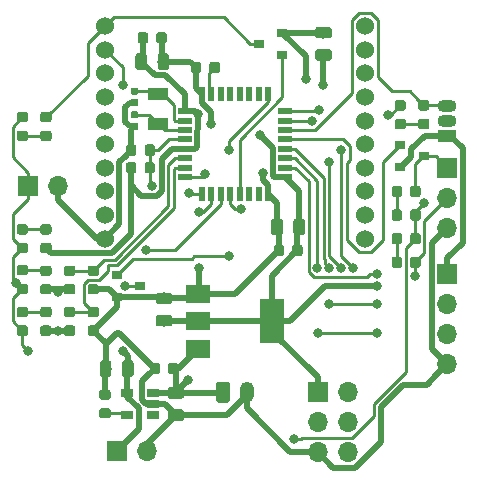
<source format=gtl>
G04 #@! TF.GenerationSoftware,KiCad,Pcbnew,5.0.2-bee76a0~70~ubuntu18.10.1*
G04 #@! TF.CreationDate,2019-06-30T16:33:55+01:00*
G04 #@! TF.ProjectId,xbee-sensor,78626565-2d73-4656-9e73-6f722e6b6963,rev?*
G04 #@! TF.SameCoordinates,Original*
G04 #@! TF.FileFunction,Copper,L1,Top*
G04 #@! TF.FilePolarity,Positive*
%FSLAX46Y46*%
G04 Gerber Fmt 4.6, Leading zero omitted, Abs format (unit mm)*
G04 Created by KiCad (PCBNEW 5.0.2-bee76a0~70~ubuntu18.10.1) date Sun 30 Jun 2019 16:33:55 BST*
%MOMM*%
%LPD*%
G01*
G04 APERTURE LIST*
G04 #@! TA.AperFunction,Conductor*
%ADD10C,0.100000*%
G04 #@! TD*
G04 #@! TA.AperFunction,SMDPad,CuDef*
%ADD11C,0.975000*%
G04 #@! TD*
G04 #@! TA.AperFunction,SMDPad,CuDef*
%ADD12C,0.875000*%
G04 #@! TD*
G04 #@! TA.AperFunction,SMDPad,CuDef*
%ADD13C,0.590000*%
G04 #@! TD*
G04 #@! TA.AperFunction,ComponentPad*
%ADD14R,1.700000X1.700000*%
G04 #@! TD*
G04 #@! TA.AperFunction,ComponentPad*
%ADD15O,1.700000X1.700000*%
G04 #@! TD*
G04 #@! TA.AperFunction,ComponentPad*
%ADD16C,1.200000*%
G04 #@! TD*
G04 #@! TA.AperFunction,ComponentPad*
%ADD17O,1.200000X1.750000*%
G04 #@! TD*
G04 #@! TA.AperFunction,SMDPad,CuDef*
%ADD18R,0.900000X0.800000*%
G04 #@! TD*
G04 #@! TA.AperFunction,SMDPad,CuDef*
%ADD19R,2.000000X3.800000*%
G04 #@! TD*
G04 #@! TA.AperFunction,SMDPad,CuDef*
%ADD20R,2.000000X1.500000*%
G04 #@! TD*
G04 #@! TA.AperFunction,SMDPad,CuDef*
%ADD21R,1.060000X0.650000*%
G04 #@! TD*
G04 #@! TA.AperFunction,ComponentPad*
%ADD22C,1.524000*%
G04 #@! TD*
G04 #@! TA.AperFunction,SMDPad,CuDef*
%ADD23R,1.200000X0.600000*%
G04 #@! TD*
G04 #@! TA.AperFunction,SMDPad,CuDef*
%ADD24R,0.600000X1.200000*%
G04 #@! TD*
G04 #@! TA.AperFunction,ComponentPad*
%ADD25R,1.600000X1.100000*%
G04 #@! TD*
G04 #@! TA.AperFunction,ComponentPad*
%ADD26O,1.600000X1.100000*%
G04 #@! TD*
G04 #@! TA.AperFunction,SMDPad,CuDef*
%ADD27R,1.800000X1.000000*%
G04 #@! TD*
G04 #@! TA.AperFunction,ViaPad*
%ADD28C,0.800000*%
G04 #@! TD*
G04 #@! TA.AperFunction,Conductor*
%ADD29C,0.500000*%
G04 #@! TD*
G04 #@! TA.AperFunction,Conductor*
%ADD30C,0.250000*%
G04 #@! TD*
G04 APERTURE END LIST*
D10*
G04 #@! TO.N,SOLAR*
G04 #@! TO.C,C1*
G36*
X133205142Y-105301174D02*
X133228803Y-105304684D01*
X133252007Y-105310496D01*
X133274529Y-105318554D01*
X133296153Y-105328782D01*
X133316670Y-105341079D01*
X133335883Y-105355329D01*
X133353607Y-105371393D01*
X133369671Y-105389117D01*
X133383921Y-105408330D01*
X133396218Y-105428847D01*
X133406446Y-105450471D01*
X133414504Y-105472993D01*
X133420316Y-105496197D01*
X133423826Y-105519858D01*
X133425000Y-105543750D01*
X133425000Y-106456250D01*
X133423826Y-106480142D01*
X133420316Y-106503803D01*
X133414504Y-106527007D01*
X133406446Y-106549529D01*
X133396218Y-106571153D01*
X133383921Y-106591670D01*
X133369671Y-106610883D01*
X133353607Y-106628607D01*
X133335883Y-106644671D01*
X133316670Y-106658921D01*
X133296153Y-106671218D01*
X133274529Y-106681446D01*
X133252007Y-106689504D01*
X133228803Y-106695316D01*
X133205142Y-106698826D01*
X133181250Y-106700000D01*
X132693750Y-106700000D01*
X132669858Y-106698826D01*
X132646197Y-106695316D01*
X132622993Y-106689504D01*
X132600471Y-106681446D01*
X132578847Y-106671218D01*
X132558330Y-106658921D01*
X132539117Y-106644671D01*
X132521393Y-106628607D01*
X132505329Y-106610883D01*
X132491079Y-106591670D01*
X132478782Y-106571153D01*
X132468554Y-106549529D01*
X132460496Y-106527007D01*
X132454684Y-106503803D01*
X132451174Y-106480142D01*
X132450000Y-106456250D01*
X132450000Y-105543750D01*
X132451174Y-105519858D01*
X132454684Y-105496197D01*
X132460496Y-105472993D01*
X132468554Y-105450471D01*
X132478782Y-105428847D01*
X132491079Y-105408330D01*
X132505329Y-105389117D01*
X132521393Y-105371393D01*
X132539117Y-105355329D01*
X132558330Y-105341079D01*
X132578847Y-105328782D01*
X132600471Y-105318554D01*
X132622993Y-105310496D01*
X132646197Y-105304684D01*
X132669858Y-105301174D01*
X132693750Y-105300000D01*
X133181250Y-105300000D01*
X133205142Y-105301174D01*
X133205142Y-105301174D01*
G37*
D11*
G04 #@! TD*
G04 #@! TO.P,C1,1*
G04 #@! TO.N,SOLAR*
X132937500Y-106000000D03*
D10*
G04 #@! TO.N,GND*
G04 #@! TO.C,C1*
G36*
X131330142Y-105301174D02*
X131353803Y-105304684D01*
X131377007Y-105310496D01*
X131399529Y-105318554D01*
X131421153Y-105328782D01*
X131441670Y-105341079D01*
X131460883Y-105355329D01*
X131478607Y-105371393D01*
X131494671Y-105389117D01*
X131508921Y-105408330D01*
X131521218Y-105428847D01*
X131531446Y-105450471D01*
X131539504Y-105472993D01*
X131545316Y-105496197D01*
X131548826Y-105519858D01*
X131550000Y-105543750D01*
X131550000Y-106456250D01*
X131548826Y-106480142D01*
X131545316Y-106503803D01*
X131539504Y-106527007D01*
X131531446Y-106549529D01*
X131521218Y-106571153D01*
X131508921Y-106591670D01*
X131494671Y-106610883D01*
X131478607Y-106628607D01*
X131460883Y-106644671D01*
X131441670Y-106658921D01*
X131421153Y-106671218D01*
X131399529Y-106681446D01*
X131377007Y-106689504D01*
X131353803Y-106695316D01*
X131330142Y-106698826D01*
X131306250Y-106700000D01*
X130818750Y-106700000D01*
X130794858Y-106698826D01*
X130771197Y-106695316D01*
X130747993Y-106689504D01*
X130725471Y-106681446D01*
X130703847Y-106671218D01*
X130683330Y-106658921D01*
X130664117Y-106644671D01*
X130646393Y-106628607D01*
X130630329Y-106610883D01*
X130616079Y-106591670D01*
X130603782Y-106571153D01*
X130593554Y-106549529D01*
X130585496Y-106527007D01*
X130579684Y-106503803D01*
X130576174Y-106480142D01*
X130575000Y-106456250D01*
X130575000Y-105543750D01*
X130576174Y-105519858D01*
X130579684Y-105496197D01*
X130585496Y-105472993D01*
X130593554Y-105450471D01*
X130603782Y-105428847D01*
X130616079Y-105408330D01*
X130630329Y-105389117D01*
X130646393Y-105371393D01*
X130664117Y-105355329D01*
X130683330Y-105341079D01*
X130703847Y-105328782D01*
X130725471Y-105318554D01*
X130747993Y-105310496D01*
X130771197Y-105304684D01*
X130794858Y-105301174D01*
X130818750Y-105300000D01*
X131306250Y-105300000D01*
X131330142Y-105301174D01*
X131330142Y-105301174D01*
G37*
D11*
G04 #@! TD*
G04 #@! TO.P,C1,2*
G04 #@! TO.N,GND*
X131062500Y-106000000D03*
D10*
G04 #@! TO.N,BATTERY*
G04 #@! TO.C,C2*
G36*
X137480142Y-107576174D02*
X137503803Y-107579684D01*
X137527007Y-107585496D01*
X137549529Y-107593554D01*
X137571153Y-107603782D01*
X137591670Y-107616079D01*
X137610883Y-107630329D01*
X137628607Y-107646393D01*
X137644671Y-107664117D01*
X137658921Y-107683330D01*
X137671218Y-107703847D01*
X137681446Y-107725471D01*
X137689504Y-107747993D01*
X137695316Y-107771197D01*
X137698826Y-107794858D01*
X137700000Y-107818750D01*
X137700000Y-108306250D01*
X137698826Y-108330142D01*
X137695316Y-108353803D01*
X137689504Y-108377007D01*
X137681446Y-108399529D01*
X137671218Y-108421153D01*
X137658921Y-108441670D01*
X137644671Y-108460883D01*
X137628607Y-108478607D01*
X137610883Y-108494671D01*
X137591670Y-108508921D01*
X137571153Y-108521218D01*
X137549529Y-108531446D01*
X137527007Y-108539504D01*
X137503803Y-108545316D01*
X137480142Y-108548826D01*
X137456250Y-108550000D01*
X136543750Y-108550000D01*
X136519858Y-108548826D01*
X136496197Y-108545316D01*
X136472993Y-108539504D01*
X136450471Y-108531446D01*
X136428847Y-108521218D01*
X136408330Y-108508921D01*
X136389117Y-108494671D01*
X136371393Y-108478607D01*
X136355329Y-108460883D01*
X136341079Y-108441670D01*
X136328782Y-108421153D01*
X136318554Y-108399529D01*
X136310496Y-108377007D01*
X136304684Y-108353803D01*
X136301174Y-108330142D01*
X136300000Y-108306250D01*
X136300000Y-107818750D01*
X136301174Y-107794858D01*
X136304684Y-107771197D01*
X136310496Y-107747993D01*
X136318554Y-107725471D01*
X136328782Y-107703847D01*
X136341079Y-107683330D01*
X136355329Y-107664117D01*
X136371393Y-107646393D01*
X136389117Y-107630329D01*
X136408330Y-107616079D01*
X136428847Y-107603782D01*
X136450471Y-107593554D01*
X136472993Y-107585496D01*
X136496197Y-107579684D01*
X136519858Y-107576174D01*
X136543750Y-107575000D01*
X137456250Y-107575000D01*
X137480142Y-107576174D01*
X137480142Y-107576174D01*
G37*
D11*
G04 #@! TD*
G04 #@! TO.P,C2,1*
G04 #@! TO.N,BATTERY*
X137000000Y-108062500D03*
D10*
G04 #@! TO.N,GND*
G04 #@! TO.C,C2*
G36*
X137480142Y-109451174D02*
X137503803Y-109454684D01*
X137527007Y-109460496D01*
X137549529Y-109468554D01*
X137571153Y-109478782D01*
X137591670Y-109491079D01*
X137610883Y-109505329D01*
X137628607Y-109521393D01*
X137644671Y-109539117D01*
X137658921Y-109558330D01*
X137671218Y-109578847D01*
X137681446Y-109600471D01*
X137689504Y-109622993D01*
X137695316Y-109646197D01*
X137698826Y-109669858D01*
X137700000Y-109693750D01*
X137700000Y-110181250D01*
X137698826Y-110205142D01*
X137695316Y-110228803D01*
X137689504Y-110252007D01*
X137681446Y-110274529D01*
X137671218Y-110296153D01*
X137658921Y-110316670D01*
X137644671Y-110335883D01*
X137628607Y-110353607D01*
X137610883Y-110369671D01*
X137591670Y-110383921D01*
X137571153Y-110396218D01*
X137549529Y-110406446D01*
X137527007Y-110414504D01*
X137503803Y-110420316D01*
X137480142Y-110423826D01*
X137456250Y-110425000D01*
X136543750Y-110425000D01*
X136519858Y-110423826D01*
X136496197Y-110420316D01*
X136472993Y-110414504D01*
X136450471Y-110406446D01*
X136428847Y-110396218D01*
X136408330Y-110383921D01*
X136389117Y-110369671D01*
X136371393Y-110353607D01*
X136355329Y-110335883D01*
X136341079Y-110316670D01*
X136328782Y-110296153D01*
X136318554Y-110274529D01*
X136310496Y-110252007D01*
X136304684Y-110228803D01*
X136301174Y-110205142D01*
X136300000Y-110181250D01*
X136300000Y-109693750D01*
X136301174Y-109669858D01*
X136304684Y-109646197D01*
X136310496Y-109622993D01*
X136318554Y-109600471D01*
X136328782Y-109578847D01*
X136341079Y-109558330D01*
X136355329Y-109539117D01*
X136371393Y-109521393D01*
X136389117Y-109505329D01*
X136408330Y-109491079D01*
X136428847Y-109478782D01*
X136450471Y-109468554D01*
X136472993Y-109460496D01*
X136496197Y-109454684D01*
X136519858Y-109451174D01*
X136543750Y-109450000D01*
X137456250Y-109450000D01*
X137480142Y-109451174D01*
X137480142Y-109451174D01*
G37*
D11*
G04 #@! TD*
G04 #@! TO.P,C2,2*
G04 #@! TO.N,GND*
X137000000Y-109937500D03*
D10*
G04 #@! TO.N,GND*
G04 #@! TO.C,C3*
G36*
X135452691Y-105526053D02*
X135473926Y-105529203D01*
X135494750Y-105534419D01*
X135514962Y-105541651D01*
X135534368Y-105550830D01*
X135552781Y-105561866D01*
X135570024Y-105574654D01*
X135585930Y-105589070D01*
X135600346Y-105604976D01*
X135613134Y-105622219D01*
X135624170Y-105640632D01*
X135633349Y-105660038D01*
X135640581Y-105680250D01*
X135645797Y-105701074D01*
X135648947Y-105722309D01*
X135650000Y-105743750D01*
X135650000Y-106256250D01*
X135648947Y-106277691D01*
X135645797Y-106298926D01*
X135640581Y-106319750D01*
X135633349Y-106339962D01*
X135624170Y-106359368D01*
X135613134Y-106377781D01*
X135600346Y-106395024D01*
X135585930Y-106410930D01*
X135570024Y-106425346D01*
X135552781Y-106438134D01*
X135534368Y-106449170D01*
X135514962Y-106458349D01*
X135494750Y-106465581D01*
X135473926Y-106470797D01*
X135452691Y-106473947D01*
X135431250Y-106475000D01*
X134993750Y-106475000D01*
X134972309Y-106473947D01*
X134951074Y-106470797D01*
X134930250Y-106465581D01*
X134910038Y-106458349D01*
X134890632Y-106449170D01*
X134872219Y-106438134D01*
X134854976Y-106425346D01*
X134839070Y-106410930D01*
X134824654Y-106395024D01*
X134811866Y-106377781D01*
X134800830Y-106359368D01*
X134791651Y-106339962D01*
X134784419Y-106319750D01*
X134779203Y-106298926D01*
X134776053Y-106277691D01*
X134775000Y-106256250D01*
X134775000Y-105743750D01*
X134776053Y-105722309D01*
X134779203Y-105701074D01*
X134784419Y-105680250D01*
X134791651Y-105660038D01*
X134800830Y-105640632D01*
X134811866Y-105622219D01*
X134824654Y-105604976D01*
X134839070Y-105589070D01*
X134854976Y-105574654D01*
X134872219Y-105561866D01*
X134890632Y-105550830D01*
X134910038Y-105541651D01*
X134930250Y-105534419D01*
X134951074Y-105529203D01*
X134972309Y-105526053D01*
X134993750Y-105525000D01*
X135431250Y-105525000D01*
X135452691Y-105526053D01*
X135452691Y-105526053D01*
G37*
D12*
G04 #@! TD*
G04 #@! TO.P,C3,2*
G04 #@! TO.N,GND*
X135212500Y-106000000D03*
D10*
G04 #@! TO.N,BATTERY*
G04 #@! TO.C,C3*
G36*
X137027691Y-105526053D02*
X137048926Y-105529203D01*
X137069750Y-105534419D01*
X137089962Y-105541651D01*
X137109368Y-105550830D01*
X137127781Y-105561866D01*
X137145024Y-105574654D01*
X137160930Y-105589070D01*
X137175346Y-105604976D01*
X137188134Y-105622219D01*
X137199170Y-105640632D01*
X137208349Y-105660038D01*
X137215581Y-105680250D01*
X137220797Y-105701074D01*
X137223947Y-105722309D01*
X137225000Y-105743750D01*
X137225000Y-106256250D01*
X137223947Y-106277691D01*
X137220797Y-106298926D01*
X137215581Y-106319750D01*
X137208349Y-106339962D01*
X137199170Y-106359368D01*
X137188134Y-106377781D01*
X137175346Y-106395024D01*
X137160930Y-106410930D01*
X137145024Y-106425346D01*
X137127781Y-106438134D01*
X137109368Y-106449170D01*
X137089962Y-106458349D01*
X137069750Y-106465581D01*
X137048926Y-106470797D01*
X137027691Y-106473947D01*
X137006250Y-106475000D01*
X136568750Y-106475000D01*
X136547309Y-106473947D01*
X136526074Y-106470797D01*
X136505250Y-106465581D01*
X136485038Y-106458349D01*
X136465632Y-106449170D01*
X136447219Y-106438134D01*
X136429976Y-106425346D01*
X136414070Y-106410930D01*
X136399654Y-106395024D01*
X136386866Y-106377781D01*
X136375830Y-106359368D01*
X136366651Y-106339962D01*
X136359419Y-106319750D01*
X136354203Y-106298926D01*
X136351053Y-106277691D01*
X136350000Y-106256250D01*
X136350000Y-105743750D01*
X136351053Y-105722309D01*
X136354203Y-105701074D01*
X136359419Y-105680250D01*
X136366651Y-105660038D01*
X136375830Y-105640632D01*
X136386866Y-105622219D01*
X136399654Y-105604976D01*
X136414070Y-105589070D01*
X136429976Y-105574654D01*
X136447219Y-105561866D01*
X136465632Y-105550830D01*
X136485038Y-105541651D01*
X136505250Y-105534419D01*
X136526074Y-105529203D01*
X136547309Y-105526053D01*
X136568750Y-105525000D01*
X137006250Y-105525000D01*
X137027691Y-105526053D01*
X137027691Y-105526053D01*
G37*
D12*
G04 #@! TD*
G04 #@! TO.P,C3,1*
G04 #@! TO.N,BATTERY*
X136787500Y-106000000D03*
D10*
G04 #@! TO.N,GND*
G04 #@! TO.C,C4*
G36*
X136480142Y-99576174D02*
X136503803Y-99579684D01*
X136527007Y-99585496D01*
X136549529Y-99593554D01*
X136571153Y-99603782D01*
X136591670Y-99616079D01*
X136610883Y-99630329D01*
X136628607Y-99646393D01*
X136644671Y-99664117D01*
X136658921Y-99683330D01*
X136671218Y-99703847D01*
X136681446Y-99725471D01*
X136689504Y-99747993D01*
X136695316Y-99771197D01*
X136698826Y-99794858D01*
X136700000Y-99818750D01*
X136700000Y-100306250D01*
X136698826Y-100330142D01*
X136695316Y-100353803D01*
X136689504Y-100377007D01*
X136681446Y-100399529D01*
X136671218Y-100421153D01*
X136658921Y-100441670D01*
X136644671Y-100460883D01*
X136628607Y-100478607D01*
X136610883Y-100494671D01*
X136591670Y-100508921D01*
X136571153Y-100521218D01*
X136549529Y-100531446D01*
X136527007Y-100539504D01*
X136503803Y-100545316D01*
X136480142Y-100548826D01*
X136456250Y-100550000D01*
X135543750Y-100550000D01*
X135519858Y-100548826D01*
X135496197Y-100545316D01*
X135472993Y-100539504D01*
X135450471Y-100531446D01*
X135428847Y-100521218D01*
X135408330Y-100508921D01*
X135389117Y-100494671D01*
X135371393Y-100478607D01*
X135355329Y-100460883D01*
X135341079Y-100441670D01*
X135328782Y-100421153D01*
X135318554Y-100399529D01*
X135310496Y-100377007D01*
X135304684Y-100353803D01*
X135301174Y-100330142D01*
X135300000Y-100306250D01*
X135300000Y-99818750D01*
X135301174Y-99794858D01*
X135304684Y-99771197D01*
X135310496Y-99747993D01*
X135318554Y-99725471D01*
X135328782Y-99703847D01*
X135341079Y-99683330D01*
X135355329Y-99664117D01*
X135371393Y-99646393D01*
X135389117Y-99630329D01*
X135408330Y-99616079D01*
X135428847Y-99603782D01*
X135450471Y-99593554D01*
X135472993Y-99585496D01*
X135496197Y-99579684D01*
X135519858Y-99576174D01*
X135543750Y-99575000D01*
X136456250Y-99575000D01*
X136480142Y-99576174D01*
X136480142Y-99576174D01*
G37*
D11*
G04 #@! TD*
G04 #@! TO.P,C4,2*
G04 #@! TO.N,GND*
X136000000Y-100062500D03*
D10*
G04 #@! TO.N,+3V3*
G04 #@! TO.C,C4*
G36*
X136480142Y-101451174D02*
X136503803Y-101454684D01*
X136527007Y-101460496D01*
X136549529Y-101468554D01*
X136571153Y-101478782D01*
X136591670Y-101491079D01*
X136610883Y-101505329D01*
X136628607Y-101521393D01*
X136644671Y-101539117D01*
X136658921Y-101558330D01*
X136671218Y-101578847D01*
X136681446Y-101600471D01*
X136689504Y-101622993D01*
X136695316Y-101646197D01*
X136698826Y-101669858D01*
X136700000Y-101693750D01*
X136700000Y-102181250D01*
X136698826Y-102205142D01*
X136695316Y-102228803D01*
X136689504Y-102252007D01*
X136681446Y-102274529D01*
X136671218Y-102296153D01*
X136658921Y-102316670D01*
X136644671Y-102335883D01*
X136628607Y-102353607D01*
X136610883Y-102369671D01*
X136591670Y-102383921D01*
X136571153Y-102396218D01*
X136549529Y-102406446D01*
X136527007Y-102414504D01*
X136503803Y-102420316D01*
X136480142Y-102423826D01*
X136456250Y-102425000D01*
X135543750Y-102425000D01*
X135519858Y-102423826D01*
X135496197Y-102420316D01*
X135472993Y-102414504D01*
X135450471Y-102406446D01*
X135428847Y-102396218D01*
X135408330Y-102383921D01*
X135389117Y-102369671D01*
X135371393Y-102353607D01*
X135355329Y-102335883D01*
X135341079Y-102316670D01*
X135328782Y-102296153D01*
X135318554Y-102274529D01*
X135310496Y-102252007D01*
X135304684Y-102228803D01*
X135301174Y-102205142D01*
X135300000Y-102181250D01*
X135300000Y-101693750D01*
X135301174Y-101669858D01*
X135304684Y-101646197D01*
X135310496Y-101622993D01*
X135318554Y-101600471D01*
X135328782Y-101578847D01*
X135341079Y-101558330D01*
X135355329Y-101539117D01*
X135371393Y-101521393D01*
X135389117Y-101505329D01*
X135408330Y-101491079D01*
X135428847Y-101478782D01*
X135450471Y-101468554D01*
X135472993Y-101460496D01*
X135496197Y-101454684D01*
X135519858Y-101451174D01*
X135543750Y-101450000D01*
X136456250Y-101450000D01*
X136480142Y-101451174D01*
X136480142Y-101451174D01*
G37*
D11*
G04 #@! TD*
G04 #@! TO.P,C4,1*
G04 #@! TO.N,+3V3*
X136000000Y-101937500D03*
D10*
G04 #@! TO.N,+3V3*
G04 #@! TO.C,C5*
G36*
X147705142Y-93301174D02*
X147728803Y-93304684D01*
X147752007Y-93310496D01*
X147774529Y-93318554D01*
X147796153Y-93328782D01*
X147816670Y-93341079D01*
X147835883Y-93355329D01*
X147853607Y-93371393D01*
X147869671Y-93389117D01*
X147883921Y-93408330D01*
X147896218Y-93428847D01*
X147906446Y-93450471D01*
X147914504Y-93472993D01*
X147920316Y-93496197D01*
X147923826Y-93519858D01*
X147925000Y-93543750D01*
X147925000Y-94456250D01*
X147923826Y-94480142D01*
X147920316Y-94503803D01*
X147914504Y-94527007D01*
X147906446Y-94549529D01*
X147896218Y-94571153D01*
X147883921Y-94591670D01*
X147869671Y-94610883D01*
X147853607Y-94628607D01*
X147835883Y-94644671D01*
X147816670Y-94658921D01*
X147796153Y-94671218D01*
X147774529Y-94681446D01*
X147752007Y-94689504D01*
X147728803Y-94695316D01*
X147705142Y-94698826D01*
X147681250Y-94700000D01*
X147193750Y-94700000D01*
X147169858Y-94698826D01*
X147146197Y-94695316D01*
X147122993Y-94689504D01*
X147100471Y-94681446D01*
X147078847Y-94671218D01*
X147058330Y-94658921D01*
X147039117Y-94644671D01*
X147021393Y-94628607D01*
X147005329Y-94610883D01*
X146991079Y-94591670D01*
X146978782Y-94571153D01*
X146968554Y-94549529D01*
X146960496Y-94527007D01*
X146954684Y-94503803D01*
X146951174Y-94480142D01*
X146950000Y-94456250D01*
X146950000Y-93543750D01*
X146951174Y-93519858D01*
X146954684Y-93496197D01*
X146960496Y-93472993D01*
X146968554Y-93450471D01*
X146978782Y-93428847D01*
X146991079Y-93408330D01*
X147005329Y-93389117D01*
X147021393Y-93371393D01*
X147039117Y-93355329D01*
X147058330Y-93341079D01*
X147078847Y-93328782D01*
X147100471Y-93318554D01*
X147122993Y-93310496D01*
X147146197Y-93304684D01*
X147169858Y-93301174D01*
X147193750Y-93300000D01*
X147681250Y-93300000D01*
X147705142Y-93301174D01*
X147705142Y-93301174D01*
G37*
D11*
G04 #@! TD*
G04 #@! TO.P,C5,1*
G04 #@! TO.N,+3V3*
X147437500Y-94000000D03*
D10*
G04 #@! TO.N,GND*
G04 #@! TO.C,C5*
G36*
X145830142Y-93301174D02*
X145853803Y-93304684D01*
X145877007Y-93310496D01*
X145899529Y-93318554D01*
X145921153Y-93328782D01*
X145941670Y-93341079D01*
X145960883Y-93355329D01*
X145978607Y-93371393D01*
X145994671Y-93389117D01*
X146008921Y-93408330D01*
X146021218Y-93428847D01*
X146031446Y-93450471D01*
X146039504Y-93472993D01*
X146045316Y-93496197D01*
X146048826Y-93519858D01*
X146050000Y-93543750D01*
X146050000Y-94456250D01*
X146048826Y-94480142D01*
X146045316Y-94503803D01*
X146039504Y-94527007D01*
X146031446Y-94549529D01*
X146021218Y-94571153D01*
X146008921Y-94591670D01*
X145994671Y-94610883D01*
X145978607Y-94628607D01*
X145960883Y-94644671D01*
X145941670Y-94658921D01*
X145921153Y-94671218D01*
X145899529Y-94681446D01*
X145877007Y-94689504D01*
X145853803Y-94695316D01*
X145830142Y-94698826D01*
X145806250Y-94700000D01*
X145318750Y-94700000D01*
X145294858Y-94698826D01*
X145271197Y-94695316D01*
X145247993Y-94689504D01*
X145225471Y-94681446D01*
X145203847Y-94671218D01*
X145183330Y-94658921D01*
X145164117Y-94644671D01*
X145146393Y-94628607D01*
X145130329Y-94610883D01*
X145116079Y-94591670D01*
X145103782Y-94571153D01*
X145093554Y-94549529D01*
X145085496Y-94527007D01*
X145079684Y-94503803D01*
X145076174Y-94480142D01*
X145075000Y-94456250D01*
X145075000Y-93543750D01*
X145076174Y-93519858D01*
X145079684Y-93496197D01*
X145085496Y-93472993D01*
X145093554Y-93450471D01*
X145103782Y-93428847D01*
X145116079Y-93408330D01*
X145130329Y-93389117D01*
X145146393Y-93371393D01*
X145164117Y-93355329D01*
X145183330Y-93341079D01*
X145203847Y-93328782D01*
X145225471Y-93318554D01*
X145247993Y-93310496D01*
X145271197Y-93304684D01*
X145294858Y-93301174D01*
X145318750Y-93300000D01*
X145806250Y-93300000D01*
X145830142Y-93301174D01*
X145830142Y-93301174D01*
G37*
D11*
G04 #@! TD*
G04 #@! TO.P,C5,2*
G04 #@! TO.N,GND*
X145562500Y-94000000D03*
D10*
G04 #@! TO.N,GND*
G04 #@! TO.C,C6*
G36*
X136205142Y-79301174D02*
X136228803Y-79304684D01*
X136252007Y-79310496D01*
X136274529Y-79318554D01*
X136296153Y-79328782D01*
X136316670Y-79341079D01*
X136335883Y-79355329D01*
X136353607Y-79371393D01*
X136369671Y-79389117D01*
X136383921Y-79408330D01*
X136396218Y-79428847D01*
X136406446Y-79450471D01*
X136414504Y-79472993D01*
X136420316Y-79496197D01*
X136423826Y-79519858D01*
X136425000Y-79543750D01*
X136425000Y-80456250D01*
X136423826Y-80480142D01*
X136420316Y-80503803D01*
X136414504Y-80527007D01*
X136406446Y-80549529D01*
X136396218Y-80571153D01*
X136383921Y-80591670D01*
X136369671Y-80610883D01*
X136353607Y-80628607D01*
X136335883Y-80644671D01*
X136316670Y-80658921D01*
X136296153Y-80671218D01*
X136274529Y-80681446D01*
X136252007Y-80689504D01*
X136228803Y-80695316D01*
X136205142Y-80698826D01*
X136181250Y-80700000D01*
X135693750Y-80700000D01*
X135669858Y-80698826D01*
X135646197Y-80695316D01*
X135622993Y-80689504D01*
X135600471Y-80681446D01*
X135578847Y-80671218D01*
X135558330Y-80658921D01*
X135539117Y-80644671D01*
X135521393Y-80628607D01*
X135505329Y-80610883D01*
X135491079Y-80591670D01*
X135478782Y-80571153D01*
X135468554Y-80549529D01*
X135460496Y-80527007D01*
X135454684Y-80503803D01*
X135451174Y-80480142D01*
X135450000Y-80456250D01*
X135450000Y-79543750D01*
X135451174Y-79519858D01*
X135454684Y-79496197D01*
X135460496Y-79472993D01*
X135468554Y-79450471D01*
X135478782Y-79428847D01*
X135491079Y-79408330D01*
X135505329Y-79389117D01*
X135521393Y-79371393D01*
X135539117Y-79355329D01*
X135558330Y-79341079D01*
X135578847Y-79328782D01*
X135600471Y-79318554D01*
X135622993Y-79310496D01*
X135646197Y-79304684D01*
X135669858Y-79301174D01*
X135693750Y-79300000D01*
X136181250Y-79300000D01*
X136205142Y-79301174D01*
X136205142Y-79301174D01*
G37*
D11*
G04 #@! TD*
G04 #@! TO.P,C6,2*
G04 #@! TO.N,GND*
X135937500Y-80000000D03*
D10*
G04 #@! TO.N,+3V3*
G04 #@! TO.C,C6*
G36*
X134330142Y-79301174D02*
X134353803Y-79304684D01*
X134377007Y-79310496D01*
X134399529Y-79318554D01*
X134421153Y-79328782D01*
X134441670Y-79341079D01*
X134460883Y-79355329D01*
X134478607Y-79371393D01*
X134494671Y-79389117D01*
X134508921Y-79408330D01*
X134521218Y-79428847D01*
X134531446Y-79450471D01*
X134539504Y-79472993D01*
X134545316Y-79496197D01*
X134548826Y-79519858D01*
X134550000Y-79543750D01*
X134550000Y-80456250D01*
X134548826Y-80480142D01*
X134545316Y-80503803D01*
X134539504Y-80527007D01*
X134531446Y-80549529D01*
X134521218Y-80571153D01*
X134508921Y-80591670D01*
X134494671Y-80610883D01*
X134478607Y-80628607D01*
X134460883Y-80644671D01*
X134441670Y-80658921D01*
X134421153Y-80671218D01*
X134399529Y-80681446D01*
X134377007Y-80689504D01*
X134353803Y-80695316D01*
X134330142Y-80698826D01*
X134306250Y-80700000D01*
X133818750Y-80700000D01*
X133794858Y-80698826D01*
X133771197Y-80695316D01*
X133747993Y-80689504D01*
X133725471Y-80681446D01*
X133703847Y-80671218D01*
X133683330Y-80658921D01*
X133664117Y-80644671D01*
X133646393Y-80628607D01*
X133630329Y-80610883D01*
X133616079Y-80591670D01*
X133603782Y-80571153D01*
X133593554Y-80549529D01*
X133585496Y-80527007D01*
X133579684Y-80503803D01*
X133576174Y-80480142D01*
X133575000Y-80456250D01*
X133575000Y-79543750D01*
X133576174Y-79519858D01*
X133579684Y-79496197D01*
X133585496Y-79472993D01*
X133593554Y-79450471D01*
X133603782Y-79428847D01*
X133616079Y-79408330D01*
X133630329Y-79389117D01*
X133646393Y-79371393D01*
X133664117Y-79355329D01*
X133683330Y-79341079D01*
X133703847Y-79328782D01*
X133725471Y-79318554D01*
X133747993Y-79310496D01*
X133771197Y-79304684D01*
X133794858Y-79301174D01*
X133818750Y-79300000D01*
X134306250Y-79300000D01*
X134330142Y-79301174D01*
X134330142Y-79301174D01*
G37*
D11*
G04 #@! TD*
G04 #@! TO.P,C6,1*
G04 #@! TO.N,+3V3*
X134062500Y-80000000D03*
D10*
G04 #@! TO.N,+3V3*
G04 #@! TO.C,C7*
G36*
X134452691Y-77526053D02*
X134473926Y-77529203D01*
X134494750Y-77534419D01*
X134514962Y-77541651D01*
X134534368Y-77550830D01*
X134552781Y-77561866D01*
X134570024Y-77574654D01*
X134585930Y-77589070D01*
X134600346Y-77604976D01*
X134613134Y-77622219D01*
X134624170Y-77640632D01*
X134633349Y-77660038D01*
X134640581Y-77680250D01*
X134645797Y-77701074D01*
X134648947Y-77722309D01*
X134650000Y-77743750D01*
X134650000Y-78256250D01*
X134648947Y-78277691D01*
X134645797Y-78298926D01*
X134640581Y-78319750D01*
X134633349Y-78339962D01*
X134624170Y-78359368D01*
X134613134Y-78377781D01*
X134600346Y-78395024D01*
X134585930Y-78410930D01*
X134570024Y-78425346D01*
X134552781Y-78438134D01*
X134534368Y-78449170D01*
X134514962Y-78458349D01*
X134494750Y-78465581D01*
X134473926Y-78470797D01*
X134452691Y-78473947D01*
X134431250Y-78475000D01*
X133993750Y-78475000D01*
X133972309Y-78473947D01*
X133951074Y-78470797D01*
X133930250Y-78465581D01*
X133910038Y-78458349D01*
X133890632Y-78449170D01*
X133872219Y-78438134D01*
X133854976Y-78425346D01*
X133839070Y-78410930D01*
X133824654Y-78395024D01*
X133811866Y-78377781D01*
X133800830Y-78359368D01*
X133791651Y-78339962D01*
X133784419Y-78319750D01*
X133779203Y-78298926D01*
X133776053Y-78277691D01*
X133775000Y-78256250D01*
X133775000Y-77743750D01*
X133776053Y-77722309D01*
X133779203Y-77701074D01*
X133784419Y-77680250D01*
X133791651Y-77660038D01*
X133800830Y-77640632D01*
X133811866Y-77622219D01*
X133824654Y-77604976D01*
X133839070Y-77589070D01*
X133854976Y-77574654D01*
X133872219Y-77561866D01*
X133890632Y-77550830D01*
X133910038Y-77541651D01*
X133930250Y-77534419D01*
X133951074Y-77529203D01*
X133972309Y-77526053D01*
X133993750Y-77525000D01*
X134431250Y-77525000D01*
X134452691Y-77526053D01*
X134452691Y-77526053D01*
G37*
D12*
G04 #@! TD*
G04 #@! TO.P,C7,1*
G04 #@! TO.N,+3V3*
X134212500Y-78000000D03*
D10*
G04 #@! TO.N,GND*
G04 #@! TO.C,C7*
G36*
X136027691Y-77526053D02*
X136048926Y-77529203D01*
X136069750Y-77534419D01*
X136089962Y-77541651D01*
X136109368Y-77550830D01*
X136127781Y-77561866D01*
X136145024Y-77574654D01*
X136160930Y-77589070D01*
X136175346Y-77604976D01*
X136188134Y-77622219D01*
X136199170Y-77640632D01*
X136208349Y-77660038D01*
X136215581Y-77680250D01*
X136220797Y-77701074D01*
X136223947Y-77722309D01*
X136225000Y-77743750D01*
X136225000Y-78256250D01*
X136223947Y-78277691D01*
X136220797Y-78298926D01*
X136215581Y-78319750D01*
X136208349Y-78339962D01*
X136199170Y-78359368D01*
X136188134Y-78377781D01*
X136175346Y-78395024D01*
X136160930Y-78410930D01*
X136145024Y-78425346D01*
X136127781Y-78438134D01*
X136109368Y-78449170D01*
X136089962Y-78458349D01*
X136069750Y-78465581D01*
X136048926Y-78470797D01*
X136027691Y-78473947D01*
X136006250Y-78475000D01*
X135568750Y-78475000D01*
X135547309Y-78473947D01*
X135526074Y-78470797D01*
X135505250Y-78465581D01*
X135485038Y-78458349D01*
X135465632Y-78449170D01*
X135447219Y-78438134D01*
X135429976Y-78425346D01*
X135414070Y-78410930D01*
X135399654Y-78395024D01*
X135386866Y-78377781D01*
X135375830Y-78359368D01*
X135366651Y-78339962D01*
X135359419Y-78319750D01*
X135354203Y-78298926D01*
X135351053Y-78277691D01*
X135350000Y-78256250D01*
X135350000Y-77743750D01*
X135351053Y-77722309D01*
X135354203Y-77701074D01*
X135359419Y-77680250D01*
X135366651Y-77660038D01*
X135375830Y-77640632D01*
X135386866Y-77622219D01*
X135399654Y-77604976D01*
X135414070Y-77589070D01*
X135429976Y-77574654D01*
X135447219Y-77561866D01*
X135465632Y-77550830D01*
X135485038Y-77541651D01*
X135505250Y-77534419D01*
X135526074Y-77529203D01*
X135547309Y-77526053D01*
X135568750Y-77525000D01*
X136006250Y-77525000D01*
X136027691Y-77526053D01*
X136027691Y-77526053D01*
G37*
D12*
G04 #@! TD*
G04 #@! TO.P,C7,2*
G04 #@! TO.N,GND*
X135787500Y-78000000D03*
D10*
G04 #@! TO.N,+3V3*
G04 #@! TO.C,C8*
G36*
X147527691Y-95526053D02*
X147548926Y-95529203D01*
X147569750Y-95534419D01*
X147589962Y-95541651D01*
X147609368Y-95550830D01*
X147627781Y-95561866D01*
X147645024Y-95574654D01*
X147660930Y-95589070D01*
X147675346Y-95604976D01*
X147688134Y-95622219D01*
X147699170Y-95640632D01*
X147708349Y-95660038D01*
X147715581Y-95680250D01*
X147720797Y-95701074D01*
X147723947Y-95722309D01*
X147725000Y-95743750D01*
X147725000Y-96256250D01*
X147723947Y-96277691D01*
X147720797Y-96298926D01*
X147715581Y-96319750D01*
X147708349Y-96339962D01*
X147699170Y-96359368D01*
X147688134Y-96377781D01*
X147675346Y-96395024D01*
X147660930Y-96410930D01*
X147645024Y-96425346D01*
X147627781Y-96438134D01*
X147609368Y-96449170D01*
X147589962Y-96458349D01*
X147569750Y-96465581D01*
X147548926Y-96470797D01*
X147527691Y-96473947D01*
X147506250Y-96475000D01*
X147068750Y-96475000D01*
X147047309Y-96473947D01*
X147026074Y-96470797D01*
X147005250Y-96465581D01*
X146985038Y-96458349D01*
X146965632Y-96449170D01*
X146947219Y-96438134D01*
X146929976Y-96425346D01*
X146914070Y-96410930D01*
X146899654Y-96395024D01*
X146886866Y-96377781D01*
X146875830Y-96359368D01*
X146866651Y-96339962D01*
X146859419Y-96319750D01*
X146854203Y-96298926D01*
X146851053Y-96277691D01*
X146850000Y-96256250D01*
X146850000Y-95743750D01*
X146851053Y-95722309D01*
X146854203Y-95701074D01*
X146859419Y-95680250D01*
X146866651Y-95660038D01*
X146875830Y-95640632D01*
X146886866Y-95622219D01*
X146899654Y-95604976D01*
X146914070Y-95589070D01*
X146929976Y-95574654D01*
X146947219Y-95561866D01*
X146965632Y-95550830D01*
X146985038Y-95541651D01*
X147005250Y-95534419D01*
X147026074Y-95529203D01*
X147047309Y-95526053D01*
X147068750Y-95525000D01*
X147506250Y-95525000D01*
X147527691Y-95526053D01*
X147527691Y-95526053D01*
G37*
D12*
G04 #@! TD*
G04 #@! TO.P,C8,1*
G04 #@! TO.N,+3V3*
X147287500Y-96000000D03*
D10*
G04 #@! TO.N,GND*
G04 #@! TO.C,C8*
G36*
X145952691Y-95526053D02*
X145973926Y-95529203D01*
X145994750Y-95534419D01*
X146014962Y-95541651D01*
X146034368Y-95550830D01*
X146052781Y-95561866D01*
X146070024Y-95574654D01*
X146085930Y-95589070D01*
X146100346Y-95604976D01*
X146113134Y-95622219D01*
X146124170Y-95640632D01*
X146133349Y-95660038D01*
X146140581Y-95680250D01*
X146145797Y-95701074D01*
X146148947Y-95722309D01*
X146150000Y-95743750D01*
X146150000Y-96256250D01*
X146148947Y-96277691D01*
X146145797Y-96298926D01*
X146140581Y-96319750D01*
X146133349Y-96339962D01*
X146124170Y-96359368D01*
X146113134Y-96377781D01*
X146100346Y-96395024D01*
X146085930Y-96410930D01*
X146070024Y-96425346D01*
X146052781Y-96438134D01*
X146034368Y-96449170D01*
X146014962Y-96458349D01*
X145994750Y-96465581D01*
X145973926Y-96470797D01*
X145952691Y-96473947D01*
X145931250Y-96475000D01*
X145493750Y-96475000D01*
X145472309Y-96473947D01*
X145451074Y-96470797D01*
X145430250Y-96465581D01*
X145410038Y-96458349D01*
X145390632Y-96449170D01*
X145372219Y-96438134D01*
X145354976Y-96425346D01*
X145339070Y-96410930D01*
X145324654Y-96395024D01*
X145311866Y-96377781D01*
X145300830Y-96359368D01*
X145291651Y-96339962D01*
X145284419Y-96319750D01*
X145279203Y-96298926D01*
X145276053Y-96277691D01*
X145275000Y-96256250D01*
X145275000Y-95743750D01*
X145276053Y-95722309D01*
X145279203Y-95701074D01*
X145284419Y-95680250D01*
X145291651Y-95660038D01*
X145300830Y-95640632D01*
X145311866Y-95622219D01*
X145324654Y-95604976D01*
X145339070Y-95589070D01*
X145354976Y-95574654D01*
X145372219Y-95561866D01*
X145390632Y-95550830D01*
X145410038Y-95541651D01*
X145430250Y-95534419D01*
X145451074Y-95529203D01*
X145472309Y-95526053D01*
X145493750Y-95525000D01*
X145931250Y-95525000D01*
X145952691Y-95526053D01*
X145952691Y-95526053D01*
G37*
D12*
G04 #@! TD*
G04 #@! TO.P,C8,2*
G04 #@! TO.N,GND*
X145712500Y-96000000D03*
D10*
G04 #@! TO.N,NRST*
G04 #@! TO.C,C9*
G36*
X135027691Y-87026053D02*
X135048926Y-87029203D01*
X135069750Y-87034419D01*
X135089962Y-87041651D01*
X135109368Y-87050830D01*
X135127781Y-87061866D01*
X135145024Y-87074654D01*
X135160930Y-87089070D01*
X135175346Y-87104976D01*
X135188134Y-87122219D01*
X135199170Y-87140632D01*
X135208349Y-87160038D01*
X135215581Y-87180250D01*
X135220797Y-87201074D01*
X135223947Y-87222309D01*
X135225000Y-87243750D01*
X135225000Y-87756250D01*
X135223947Y-87777691D01*
X135220797Y-87798926D01*
X135215581Y-87819750D01*
X135208349Y-87839962D01*
X135199170Y-87859368D01*
X135188134Y-87877781D01*
X135175346Y-87895024D01*
X135160930Y-87910930D01*
X135145024Y-87925346D01*
X135127781Y-87938134D01*
X135109368Y-87949170D01*
X135089962Y-87958349D01*
X135069750Y-87965581D01*
X135048926Y-87970797D01*
X135027691Y-87973947D01*
X135006250Y-87975000D01*
X134568750Y-87975000D01*
X134547309Y-87973947D01*
X134526074Y-87970797D01*
X134505250Y-87965581D01*
X134485038Y-87958349D01*
X134465632Y-87949170D01*
X134447219Y-87938134D01*
X134429976Y-87925346D01*
X134414070Y-87910930D01*
X134399654Y-87895024D01*
X134386866Y-87877781D01*
X134375830Y-87859368D01*
X134366651Y-87839962D01*
X134359419Y-87819750D01*
X134354203Y-87798926D01*
X134351053Y-87777691D01*
X134350000Y-87756250D01*
X134350000Y-87243750D01*
X134351053Y-87222309D01*
X134354203Y-87201074D01*
X134359419Y-87180250D01*
X134366651Y-87160038D01*
X134375830Y-87140632D01*
X134386866Y-87122219D01*
X134399654Y-87104976D01*
X134414070Y-87089070D01*
X134429976Y-87074654D01*
X134447219Y-87061866D01*
X134465632Y-87050830D01*
X134485038Y-87041651D01*
X134505250Y-87034419D01*
X134526074Y-87029203D01*
X134547309Y-87026053D01*
X134568750Y-87025000D01*
X135006250Y-87025000D01*
X135027691Y-87026053D01*
X135027691Y-87026053D01*
G37*
D12*
G04 #@! TD*
G04 #@! TO.P,C9,2*
G04 #@! TO.N,NRST*
X134787500Y-87500000D03*
D10*
G04 #@! TO.N,GND*
G04 #@! TO.C,C9*
G36*
X133452691Y-87026053D02*
X133473926Y-87029203D01*
X133494750Y-87034419D01*
X133514962Y-87041651D01*
X133534368Y-87050830D01*
X133552781Y-87061866D01*
X133570024Y-87074654D01*
X133585930Y-87089070D01*
X133600346Y-87104976D01*
X133613134Y-87122219D01*
X133624170Y-87140632D01*
X133633349Y-87160038D01*
X133640581Y-87180250D01*
X133645797Y-87201074D01*
X133648947Y-87222309D01*
X133650000Y-87243750D01*
X133650000Y-87756250D01*
X133648947Y-87777691D01*
X133645797Y-87798926D01*
X133640581Y-87819750D01*
X133633349Y-87839962D01*
X133624170Y-87859368D01*
X133613134Y-87877781D01*
X133600346Y-87895024D01*
X133585930Y-87910930D01*
X133570024Y-87925346D01*
X133552781Y-87938134D01*
X133534368Y-87949170D01*
X133514962Y-87958349D01*
X133494750Y-87965581D01*
X133473926Y-87970797D01*
X133452691Y-87973947D01*
X133431250Y-87975000D01*
X132993750Y-87975000D01*
X132972309Y-87973947D01*
X132951074Y-87970797D01*
X132930250Y-87965581D01*
X132910038Y-87958349D01*
X132890632Y-87949170D01*
X132872219Y-87938134D01*
X132854976Y-87925346D01*
X132839070Y-87910930D01*
X132824654Y-87895024D01*
X132811866Y-87877781D01*
X132800830Y-87859368D01*
X132791651Y-87839962D01*
X132784419Y-87819750D01*
X132779203Y-87798926D01*
X132776053Y-87777691D01*
X132775000Y-87756250D01*
X132775000Y-87243750D01*
X132776053Y-87222309D01*
X132779203Y-87201074D01*
X132784419Y-87180250D01*
X132791651Y-87160038D01*
X132800830Y-87140632D01*
X132811866Y-87122219D01*
X132824654Y-87104976D01*
X132839070Y-87089070D01*
X132854976Y-87074654D01*
X132872219Y-87061866D01*
X132890632Y-87050830D01*
X132910038Y-87041651D01*
X132930250Y-87034419D01*
X132951074Y-87029203D01*
X132972309Y-87026053D01*
X132993750Y-87025000D01*
X133431250Y-87025000D01*
X133452691Y-87026053D01*
X133452691Y-87026053D01*
G37*
D12*
G04 #@! TD*
G04 #@! TO.P,C9,1*
G04 #@! TO.N,GND*
X133212500Y-87500000D03*
D10*
G04 #@! TO.N,GND*
G04 #@! TO.C,C10*
G36*
X133686958Y-83190710D02*
X133701276Y-83192834D01*
X133715317Y-83196351D01*
X133728946Y-83201228D01*
X133742031Y-83207417D01*
X133754447Y-83214858D01*
X133766073Y-83223481D01*
X133776798Y-83233202D01*
X133786519Y-83243927D01*
X133795142Y-83255553D01*
X133802583Y-83267969D01*
X133808772Y-83281054D01*
X133813649Y-83294683D01*
X133817166Y-83308724D01*
X133819290Y-83323042D01*
X133820000Y-83337500D01*
X133820000Y-83632500D01*
X133819290Y-83646958D01*
X133817166Y-83661276D01*
X133813649Y-83675317D01*
X133808772Y-83688946D01*
X133802583Y-83702031D01*
X133795142Y-83714447D01*
X133786519Y-83726073D01*
X133776798Y-83736798D01*
X133766073Y-83746519D01*
X133754447Y-83755142D01*
X133742031Y-83762583D01*
X133728946Y-83768772D01*
X133715317Y-83773649D01*
X133701276Y-83777166D01*
X133686958Y-83779290D01*
X133672500Y-83780000D01*
X133327500Y-83780000D01*
X133313042Y-83779290D01*
X133298724Y-83777166D01*
X133284683Y-83773649D01*
X133271054Y-83768772D01*
X133257969Y-83762583D01*
X133245553Y-83755142D01*
X133233927Y-83746519D01*
X133223202Y-83736798D01*
X133213481Y-83726073D01*
X133204858Y-83714447D01*
X133197417Y-83702031D01*
X133191228Y-83688946D01*
X133186351Y-83675317D01*
X133182834Y-83661276D01*
X133180710Y-83646958D01*
X133180000Y-83632500D01*
X133180000Y-83337500D01*
X133180710Y-83323042D01*
X133182834Y-83308724D01*
X133186351Y-83294683D01*
X133191228Y-83281054D01*
X133197417Y-83267969D01*
X133204858Y-83255553D01*
X133213481Y-83243927D01*
X133223202Y-83233202D01*
X133233927Y-83223481D01*
X133245553Y-83214858D01*
X133257969Y-83207417D01*
X133271054Y-83201228D01*
X133284683Y-83196351D01*
X133298724Y-83192834D01*
X133313042Y-83190710D01*
X133327500Y-83190000D01*
X133672500Y-83190000D01*
X133686958Y-83190710D01*
X133686958Y-83190710D01*
G37*
D13*
G04 #@! TD*
G04 #@! TO.P,C10,1*
G04 #@! TO.N,GND*
X133500000Y-83485000D03*
D10*
G04 #@! TO.N,Net-(C10-Pad2)*
G04 #@! TO.C,C10*
G36*
X133686958Y-82220710D02*
X133701276Y-82222834D01*
X133715317Y-82226351D01*
X133728946Y-82231228D01*
X133742031Y-82237417D01*
X133754447Y-82244858D01*
X133766073Y-82253481D01*
X133776798Y-82263202D01*
X133786519Y-82273927D01*
X133795142Y-82285553D01*
X133802583Y-82297969D01*
X133808772Y-82311054D01*
X133813649Y-82324683D01*
X133817166Y-82338724D01*
X133819290Y-82353042D01*
X133820000Y-82367500D01*
X133820000Y-82662500D01*
X133819290Y-82676958D01*
X133817166Y-82691276D01*
X133813649Y-82705317D01*
X133808772Y-82718946D01*
X133802583Y-82732031D01*
X133795142Y-82744447D01*
X133786519Y-82756073D01*
X133776798Y-82766798D01*
X133766073Y-82776519D01*
X133754447Y-82785142D01*
X133742031Y-82792583D01*
X133728946Y-82798772D01*
X133715317Y-82803649D01*
X133701276Y-82807166D01*
X133686958Y-82809290D01*
X133672500Y-82810000D01*
X133327500Y-82810000D01*
X133313042Y-82809290D01*
X133298724Y-82807166D01*
X133284683Y-82803649D01*
X133271054Y-82798772D01*
X133257969Y-82792583D01*
X133245553Y-82785142D01*
X133233927Y-82776519D01*
X133223202Y-82766798D01*
X133213481Y-82756073D01*
X133204858Y-82744447D01*
X133197417Y-82732031D01*
X133191228Y-82718946D01*
X133186351Y-82705317D01*
X133182834Y-82691276D01*
X133180710Y-82676958D01*
X133180000Y-82662500D01*
X133180000Y-82367500D01*
X133180710Y-82353042D01*
X133182834Y-82338724D01*
X133186351Y-82324683D01*
X133191228Y-82311054D01*
X133197417Y-82297969D01*
X133204858Y-82285553D01*
X133213481Y-82273927D01*
X133223202Y-82263202D01*
X133233927Y-82253481D01*
X133245553Y-82244858D01*
X133257969Y-82237417D01*
X133271054Y-82231228D01*
X133284683Y-82226351D01*
X133298724Y-82222834D01*
X133313042Y-82220710D01*
X133327500Y-82220000D01*
X133672500Y-82220000D01*
X133686958Y-82220710D01*
X133686958Y-82220710D01*
G37*
D13*
G04 #@! TD*
G04 #@! TO.P,C10,2*
G04 #@! TO.N,Net-(C10-Pad2)*
X133500000Y-82515000D03*
D10*
G04 #@! TO.N,GND*
G04 #@! TO.C,C11*
G36*
X133686958Y-85190710D02*
X133701276Y-85192834D01*
X133715317Y-85196351D01*
X133728946Y-85201228D01*
X133742031Y-85207417D01*
X133754447Y-85214858D01*
X133766073Y-85223481D01*
X133776798Y-85233202D01*
X133786519Y-85243927D01*
X133795142Y-85255553D01*
X133802583Y-85267969D01*
X133808772Y-85281054D01*
X133813649Y-85294683D01*
X133817166Y-85308724D01*
X133819290Y-85323042D01*
X133820000Y-85337500D01*
X133820000Y-85632500D01*
X133819290Y-85646958D01*
X133817166Y-85661276D01*
X133813649Y-85675317D01*
X133808772Y-85688946D01*
X133802583Y-85702031D01*
X133795142Y-85714447D01*
X133786519Y-85726073D01*
X133776798Y-85736798D01*
X133766073Y-85746519D01*
X133754447Y-85755142D01*
X133742031Y-85762583D01*
X133728946Y-85768772D01*
X133715317Y-85773649D01*
X133701276Y-85777166D01*
X133686958Y-85779290D01*
X133672500Y-85780000D01*
X133327500Y-85780000D01*
X133313042Y-85779290D01*
X133298724Y-85777166D01*
X133284683Y-85773649D01*
X133271054Y-85768772D01*
X133257969Y-85762583D01*
X133245553Y-85755142D01*
X133233927Y-85746519D01*
X133223202Y-85736798D01*
X133213481Y-85726073D01*
X133204858Y-85714447D01*
X133197417Y-85702031D01*
X133191228Y-85688946D01*
X133186351Y-85675317D01*
X133182834Y-85661276D01*
X133180710Y-85646958D01*
X133180000Y-85632500D01*
X133180000Y-85337500D01*
X133180710Y-85323042D01*
X133182834Y-85308724D01*
X133186351Y-85294683D01*
X133191228Y-85281054D01*
X133197417Y-85267969D01*
X133204858Y-85255553D01*
X133213481Y-85243927D01*
X133223202Y-85233202D01*
X133233927Y-85223481D01*
X133245553Y-85214858D01*
X133257969Y-85207417D01*
X133271054Y-85201228D01*
X133284683Y-85196351D01*
X133298724Y-85192834D01*
X133313042Y-85190710D01*
X133327500Y-85190000D01*
X133672500Y-85190000D01*
X133686958Y-85190710D01*
X133686958Y-85190710D01*
G37*
D13*
G04 #@! TD*
G04 #@! TO.P,C11,2*
G04 #@! TO.N,GND*
X133500000Y-85485000D03*
D10*
G04 #@! TO.N,Net-(C11-Pad1)*
G04 #@! TO.C,C11*
G36*
X133686958Y-84220710D02*
X133701276Y-84222834D01*
X133715317Y-84226351D01*
X133728946Y-84231228D01*
X133742031Y-84237417D01*
X133754447Y-84244858D01*
X133766073Y-84253481D01*
X133776798Y-84263202D01*
X133786519Y-84273927D01*
X133795142Y-84285553D01*
X133802583Y-84297969D01*
X133808772Y-84311054D01*
X133813649Y-84324683D01*
X133817166Y-84338724D01*
X133819290Y-84353042D01*
X133820000Y-84367500D01*
X133820000Y-84662500D01*
X133819290Y-84676958D01*
X133817166Y-84691276D01*
X133813649Y-84705317D01*
X133808772Y-84718946D01*
X133802583Y-84732031D01*
X133795142Y-84744447D01*
X133786519Y-84756073D01*
X133776798Y-84766798D01*
X133766073Y-84776519D01*
X133754447Y-84785142D01*
X133742031Y-84792583D01*
X133728946Y-84798772D01*
X133715317Y-84803649D01*
X133701276Y-84807166D01*
X133686958Y-84809290D01*
X133672500Y-84810000D01*
X133327500Y-84810000D01*
X133313042Y-84809290D01*
X133298724Y-84807166D01*
X133284683Y-84803649D01*
X133271054Y-84798772D01*
X133257969Y-84792583D01*
X133245553Y-84785142D01*
X133233927Y-84776519D01*
X133223202Y-84766798D01*
X133213481Y-84756073D01*
X133204858Y-84744447D01*
X133197417Y-84732031D01*
X133191228Y-84718946D01*
X133186351Y-84705317D01*
X133182834Y-84691276D01*
X133180710Y-84676958D01*
X133180000Y-84662500D01*
X133180000Y-84367500D01*
X133180710Y-84353042D01*
X133182834Y-84338724D01*
X133186351Y-84324683D01*
X133191228Y-84311054D01*
X133197417Y-84297969D01*
X133204858Y-84285553D01*
X133213481Y-84273927D01*
X133223202Y-84263202D01*
X133233927Y-84253481D01*
X133245553Y-84244858D01*
X133257969Y-84237417D01*
X133271054Y-84231228D01*
X133284683Y-84226351D01*
X133298724Y-84222834D01*
X133313042Y-84220710D01*
X133327500Y-84220000D01*
X133672500Y-84220000D01*
X133686958Y-84220710D01*
X133686958Y-84220710D01*
G37*
D13*
G04 #@! TD*
G04 #@! TO.P,C11,1*
G04 #@! TO.N,Net-(C11-Pad1)*
X133500000Y-84515000D03*
D10*
G04 #@! TO.N,Net-(D1-Pad1)*
G04 #@! TO.C,D1*
G36*
X155952691Y-90526053D02*
X155973926Y-90529203D01*
X155994750Y-90534419D01*
X156014962Y-90541651D01*
X156034368Y-90550830D01*
X156052781Y-90561866D01*
X156070024Y-90574654D01*
X156085930Y-90589070D01*
X156100346Y-90604976D01*
X156113134Y-90622219D01*
X156124170Y-90640632D01*
X156133349Y-90660038D01*
X156140581Y-90680250D01*
X156145797Y-90701074D01*
X156148947Y-90722309D01*
X156150000Y-90743750D01*
X156150000Y-91256250D01*
X156148947Y-91277691D01*
X156145797Y-91298926D01*
X156140581Y-91319750D01*
X156133349Y-91339962D01*
X156124170Y-91359368D01*
X156113134Y-91377781D01*
X156100346Y-91395024D01*
X156085930Y-91410930D01*
X156070024Y-91425346D01*
X156052781Y-91438134D01*
X156034368Y-91449170D01*
X156014962Y-91458349D01*
X155994750Y-91465581D01*
X155973926Y-91470797D01*
X155952691Y-91473947D01*
X155931250Y-91475000D01*
X155493750Y-91475000D01*
X155472309Y-91473947D01*
X155451074Y-91470797D01*
X155430250Y-91465581D01*
X155410038Y-91458349D01*
X155390632Y-91449170D01*
X155372219Y-91438134D01*
X155354976Y-91425346D01*
X155339070Y-91410930D01*
X155324654Y-91395024D01*
X155311866Y-91377781D01*
X155300830Y-91359368D01*
X155291651Y-91339962D01*
X155284419Y-91319750D01*
X155279203Y-91298926D01*
X155276053Y-91277691D01*
X155275000Y-91256250D01*
X155275000Y-90743750D01*
X155276053Y-90722309D01*
X155279203Y-90701074D01*
X155284419Y-90680250D01*
X155291651Y-90660038D01*
X155300830Y-90640632D01*
X155311866Y-90622219D01*
X155324654Y-90604976D01*
X155339070Y-90589070D01*
X155354976Y-90574654D01*
X155372219Y-90561866D01*
X155390632Y-90550830D01*
X155410038Y-90541651D01*
X155430250Y-90534419D01*
X155451074Y-90529203D01*
X155472309Y-90526053D01*
X155493750Y-90525000D01*
X155931250Y-90525000D01*
X155952691Y-90526053D01*
X155952691Y-90526053D01*
G37*
D12*
G04 #@! TD*
G04 #@! TO.P,D1,1*
G04 #@! TO.N,Net-(D1-Pad1)*
X155712500Y-91000000D03*
D10*
G04 #@! TO.N,PIR_PWR*
G04 #@! TO.C,D1*
G36*
X157527691Y-90526053D02*
X157548926Y-90529203D01*
X157569750Y-90534419D01*
X157589962Y-90541651D01*
X157609368Y-90550830D01*
X157627781Y-90561866D01*
X157645024Y-90574654D01*
X157660930Y-90589070D01*
X157675346Y-90604976D01*
X157688134Y-90622219D01*
X157699170Y-90640632D01*
X157708349Y-90660038D01*
X157715581Y-90680250D01*
X157720797Y-90701074D01*
X157723947Y-90722309D01*
X157725000Y-90743750D01*
X157725000Y-91256250D01*
X157723947Y-91277691D01*
X157720797Y-91298926D01*
X157715581Y-91319750D01*
X157708349Y-91339962D01*
X157699170Y-91359368D01*
X157688134Y-91377781D01*
X157675346Y-91395024D01*
X157660930Y-91410930D01*
X157645024Y-91425346D01*
X157627781Y-91438134D01*
X157609368Y-91449170D01*
X157589962Y-91458349D01*
X157569750Y-91465581D01*
X157548926Y-91470797D01*
X157527691Y-91473947D01*
X157506250Y-91475000D01*
X157068750Y-91475000D01*
X157047309Y-91473947D01*
X157026074Y-91470797D01*
X157005250Y-91465581D01*
X156985038Y-91458349D01*
X156965632Y-91449170D01*
X156947219Y-91438134D01*
X156929976Y-91425346D01*
X156914070Y-91410930D01*
X156899654Y-91395024D01*
X156886866Y-91377781D01*
X156875830Y-91359368D01*
X156866651Y-91339962D01*
X156859419Y-91319750D01*
X156854203Y-91298926D01*
X156851053Y-91277691D01*
X156850000Y-91256250D01*
X156850000Y-90743750D01*
X156851053Y-90722309D01*
X156854203Y-90701074D01*
X156859419Y-90680250D01*
X156866651Y-90660038D01*
X156875830Y-90640632D01*
X156886866Y-90622219D01*
X156899654Y-90604976D01*
X156914070Y-90589070D01*
X156929976Y-90574654D01*
X156947219Y-90561866D01*
X156965632Y-90550830D01*
X156985038Y-90541651D01*
X157005250Y-90534419D01*
X157026074Y-90529203D01*
X157047309Y-90526053D01*
X157068750Y-90525000D01*
X157506250Y-90525000D01*
X157527691Y-90526053D01*
X157527691Y-90526053D01*
G37*
D12*
G04 #@! TD*
G04 #@! TO.P,D1,2*
G04 #@! TO.N,PIR_PWR*
X157287500Y-91000000D03*
D10*
G04 #@! TO.N,Net-(D2-Pad1)*
G04 #@! TO.C,D2*
G36*
X126277691Y-85851053D02*
X126298926Y-85854203D01*
X126319750Y-85859419D01*
X126339962Y-85866651D01*
X126359368Y-85875830D01*
X126377781Y-85886866D01*
X126395024Y-85899654D01*
X126410930Y-85914070D01*
X126425346Y-85929976D01*
X126438134Y-85947219D01*
X126449170Y-85965632D01*
X126458349Y-85985038D01*
X126465581Y-86005250D01*
X126470797Y-86026074D01*
X126473947Y-86047309D01*
X126475000Y-86068750D01*
X126475000Y-86506250D01*
X126473947Y-86527691D01*
X126470797Y-86548926D01*
X126465581Y-86569750D01*
X126458349Y-86589962D01*
X126449170Y-86609368D01*
X126438134Y-86627781D01*
X126425346Y-86645024D01*
X126410930Y-86660930D01*
X126395024Y-86675346D01*
X126377781Y-86688134D01*
X126359368Y-86699170D01*
X126339962Y-86708349D01*
X126319750Y-86715581D01*
X126298926Y-86720797D01*
X126277691Y-86723947D01*
X126256250Y-86725000D01*
X125743750Y-86725000D01*
X125722309Y-86723947D01*
X125701074Y-86720797D01*
X125680250Y-86715581D01*
X125660038Y-86708349D01*
X125640632Y-86699170D01*
X125622219Y-86688134D01*
X125604976Y-86675346D01*
X125589070Y-86660930D01*
X125574654Y-86645024D01*
X125561866Y-86627781D01*
X125550830Y-86609368D01*
X125541651Y-86589962D01*
X125534419Y-86569750D01*
X125529203Y-86548926D01*
X125526053Y-86527691D01*
X125525000Y-86506250D01*
X125525000Y-86068750D01*
X125526053Y-86047309D01*
X125529203Y-86026074D01*
X125534419Y-86005250D01*
X125541651Y-85985038D01*
X125550830Y-85965632D01*
X125561866Y-85947219D01*
X125574654Y-85929976D01*
X125589070Y-85914070D01*
X125604976Y-85899654D01*
X125622219Y-85886866D01*
X125640632Y-85875830D01*
X125660038Y-85866651D01*
X125680250Y-85859419D01*
X125701074Y-85854203D01*
X125722309Y-85851053D01*
X125743750Y-85850000D01*
X126256250Y-85850000D01*
X126277691Y-85851053D01*
X126277691Y-85851053D01*
G37*
D12*
G04 #@! TD*
G04 #@! TO.P,D2,1*
G04 #@! TO.N,Net-(D2-Pad1)*
X126000000Y-86287500D03*
D10*
G04 #@! TO.N,XBEE_PWR*
G04 #@! TO.C,D2*
G36*
X126277691Y-84276053D02*
X126298926Y-84279203D01*
X126319750Y-84284419D01*
X126339962Y-84291651D01*
X126359368Y-84300830D01*
X126377781Y-84311866D01*
X126395024Y-84324654D01*
X126410930Y-84339070D01*
X126425346Y-84354976D01*
X126438134Y-84372219D01*
X126449170Y-84390632D01*
X126458349Y-84410038D01*
X126465581Y-84430250D01*
X126470797Y-84451074D01*
X126473947Y-84472309D01*
X126475000Y-84493750D01*
X126475000Y-84931250D01*
X126473947Y-84952691D01*
X126470797Y-84973926D01*
X126465581Y-84994750D01*
X126458349Y-85014962D01*
X126449170Y-85034368D01*
X126438134Y-85052781D01*
X126425346Y-85070024D01*
X126410930Y-85085930D01*
X126395024Y-85100346D01*
X126377781Y-85113134D01*
X126359368Y-85124170D01*
X126339962Y-85133349D01*
X126319750Y-85140581D01*
X126298926Y-85145797D01*
X126277691Y-85148947D01*
X126256250Y-85150000D01*
X125743750Y-85150000D01*
X125722309Y-85148947D01*
X125701074Y-85145797D01*
X125680250Y-85140581D01*
X125660038Y-85133349D01*
X125640632Y-85124170D01*
X125622219Y-85113134D01*
X125604976Y-85100346D01*
X125589070Y-85085930D01*
X125574654Y-85070024D01*
X125561866Y-85052781D01*
X125550830Y-85034368D01*
X125541651Y-85014962D01*
X125534419Y-84994750D01*
X125529203Y-84973926D01*
X125526053Y-84952691D01*
X125525000Y-84931250D01*
X125525000Y-84493750D01*
X125526053Y-84472309D01*
X125529203Y-84451074D01*
X125534419Y-84430250D01*
X125541651Y-84410038D01*
X125550830Y-84390632D01*
X125561866Y-84372219D01*
X125574654Y-84354976D01*
X125589070Y-84339070D01*
X125604976Y-84324654D01*
X125622219Y-84311866D01*
X125640632Y-84300830D01*
X125660038Y-84291651D01*
X125680250Y-84284419D01*
X125701074Y-84279203D01*
X125722309Y-84276053D01*
X125743750Y-84275000D01*
X126256250Y-84275000D01*
X126277691Y-84276053D01*
X126277691Y-84276053D01*
G37*
D12*
G04 #@! TD*
G04 #@! TO.P,D2,2*
G04 #@! TO.N,XBEE_PWR*
X126000000Y-84712500D03*
D10*
G04 #@! TO.N,HALL*
G04 #@! TO.C,D3*
G36*
X158277691Y-83276053D02*
X158298926Y-83279203D01*
X158319750Y-83284419D01*
X158339962Y-83291651D01*
X158359368Y-83300830D01*
X158377781Y-83311866D01*
X158395024Y-83324654D01*
X158410930Y-83339070D01*
X158425346Y-83354976D01*
X158438134Y-83372219D01*
X158449170Y-83390632D01*
X158458349Y-83410038D01*
X158465581Y-83430250D01*
X158470797Y-83451074D01*
X158473947Y-83472309D01*
X158475000Y-83493750D01*
X158475000Y-83931250D01*
X158473947Y-83952691D01*
X158470797Y-83973926D01*
X158465581Y-83994750D01*
X158458349Y-84014962D01*
X158449170Y-84034368D01*
X158438134Y-84052781D01*
X158425346Y-84070024D01*
X158410930Y-84085930D01*
X158395024Y-84100346D01*
X158377781Y-84113134D01*
X158359368Y-84124170D01*
X158339962Y-84133349D01*
X158319750Y-84140581D01*
X158298926Y-84145797D01*
X158277691Y-84148947D01*
X158256250Y-84150000D01*
X157743750Y-84150000D01*
X157722309Y-84148947D01*
X157701074Y-84145797D01*
X157680250Y-84140581D01*
X157660038Y-84133349D01*
X157640632Y-84124170D01*
X157622219Y-84113134D01*
X157604976Y-84100346D01*
X157589070Y-84085930D01*
X157574654Y-84070024D01*
X157561866Y-84052781D01*
X157550830Y-84034368D01*
X157541651Y-84014962D01*
X157534419Y-83994750D01*
X157529203Y-83973926D01*
X157526053Y-83952691D01*
X157525000Y-83931250D01*
X157525000Y-83493750D01*
X157526053Y-83472309D01*
X157529203Y-83451074D01*
X157534419Y-83430250D01*
X157541651Y-83410038D01*
X157550830Y-83390632D01*
X157561866Y-83372219D01*
X157574654Y-83354976D01*
X157589070Y-83339070D01*
X157604976Y-83324654D01*
X157622219Y-83311866D01*
X157640632Y-83300830D01*
X157660038Y-83291651D01*
X157680250Y-83284419D01*
X157701074Y-83279203D01*
X157722309Y-83276053D01*
X157743750Y-83275000D01*
X158256250Y-83275000D01*
X158277691Y-83276053D01*
X158277691Y-83276053D01*
G37*
D12*
G04 #@! TD*
G04 #@! TO.P,D3,2*
G04 #@! TO.N,HALL*
X158000000Y-83712500D03*
D10*
G04 #@! TO.N,Net-(D3-Pad1)*
G04 #@! TO.C,D3*
G36*
X158277691Y-84851053D02*
X158298926Y-84854203D01*
X158319750Y-84859419D01*
X158339962Y-84866651D01*
X158359368Y-84875830D01*
X158377781Y-84886866D01*
X158395024Y-84899654D01*
X158410930Y-84914070D01*
X158425346Y-84929976D01*
X158438134Y-84947219D01*
X158449170Y-84965632D01*
X158458349Y-84985038D01*
X158465581Y-85005250D01*
X158470797Y-85026074D01*
X158473947Y-85047309D01*
X158475000Y-85068750D01*
X158475000Y-85506250D01*
X158473947Y-85527691D01*
X158470797Y-85548926D01*
X158465581Y-85569750D01*
X158458349Y-85589962D01*
X158449170Y-85609368D01*
X158438134Y-85627781D01*
X158425346Y-85645024D01*
X158410930Y-85660930D01*
X158395024Y-85675346D01*
X158377781Y-85688134D01*
X158359368Y-85699170D01*
X158339962Y-85708349D01*
X158319750Y-85715581D01*
X158298926Y-85720797D01*
X158277691Y-85723947D01*
X158256250Y-85725000D01*
X157743750Y-85725000D01*
X157722309Y-85723947D01*
X157701074Y-85720797D01*
X157680250Y-85715581D01*
X157660038Y-85708349D01*
X157640632Y-85699170D01*
X157622219Y-85688134D01*
X157604976Y-85675346D01*
X157589070Y-85660930D01*
X157574654Y-85645024D01*
X157561866Y-85627781D01*
X157550830Y-85609368D01*
X157541651Y-85589962D01*
X157534419Y-85569750D01*
X157529203Y-85548926D01*
X157526053Y-85527691D01*
X157525000Y-85506250D01*
X157525000Y-85068750D01*
X157526053Y-85047309D01*
X157529203Y-85026074D01*
X157534419Y-85005250D01*
X157541651Y-84985038D01*
X157550830Y-84965632D01*
X157561866Y-84947219D01*
X157574654Y-84929976D01*
X157589070Y-84914070D01*
X157604976Y-84899654D01*
X157622219Y-84886866D01*
X157640632Y-84875830D01*
X157660038Y-84866651D01*
X157680250Y-84859419D01*
X157701074Y-84854203D01*
X157722309Y-84851053D01*
X157743750Y-84850000D01*
X158256250Y-84850000D01*
X158277691Y-84851053D01*
X158277691Y-84851053D01*
G37*
D12*
G04 #@! TD*
G04 #@! TO.P,D3,1*
G04 #@! TO.N,Net-(D3-Pad1)*
X158000000Y-85287500D03*
D10*
G04 #@! TO.N,Net-(D4-Pad1)*
G04 #@! TO.C,D4*
G36*
X155952691Y-96526053D02*
X155973926Y-96529203D01*
X155994750Y-96534419D01*
X156014962Y-96541651D01*
X156034368Y-96550830D01*
X156052781Y-96561866D01*
X156070024Y-96574654D01*
X156085930Y-96589070D01*
X156100346Y-96604976D01*
X156113134Y-96622219D01*
X156124170Y-96640632D01*
X156133349Y-96660038D01*
X156140581Y-96680250D01*
X156145797Y-96701074D01*
X156148947Y-96722309D01*
X156150000Y-96743750D01*
X156150000Y-97256250D01*
X156148947Y-97277691D01*
X156145797Y-97298926D01*
X156140581Y-97319750D01*
X156133349Y-97339962D01*
X156124170Y-97359368D01*
X156113134Y-97377781D01*
X156100346Y-97395024D01*
X156085930Y-97410930D01*
X156070024Y-97425346D01*
X156052781Y-97438134D01*
X156034368Y-97449170D01*
X156014962Y-97458349D01*
X155994750Y-97465581D01*
X155973926Y-97470797D01*
X155952691Y-97473947D01*
X155931250Y-97475000D01*
X155493750Y-97475000D01*
X155472309Y-97473947D01*
X155451074Y-97470797D01*
X155430250Y-97465581D01*
X155410038Y-97458349D01*
X155390632Y-97449170D01*
X155372219Y-97438134D01*
X155354976Y-97425346D01*
X155339070Y-97410930D01*
X155324654Y-97395024D01*
X155311866Y-97377781D01*
X155300830Y-97359368D01*
X155291651Y-97339962D01*
X155284419Y-97319750D01*
X155279203Y-97298926D01*
X155276053Y-97277691D01*
X155275000Y-97256250D01*
X155275000Y-96743750D01*
X155276053Y-96722309D01*
X155279203Y-96701074D01*
X155284419Y-96680250D01*
X155291651Y-96660038D01*
X155300830Y-96640632D01*
X155311866Y-96622219D01*
X155324654Y-96604976D01*
X155339070Y-96589070D01*
X155354976Y-96574654D01*
X155372219Y-96561866D01*
X155390632Y-96550830D01*
X155410038Y-96541651D01*
X155430250Y-96534419D01*
X155451074Y-96529203D01*
X155472309Y-96526053D01*
X155493750Y-96525000D01*
X155931250Y-96525000D01*
X155952691Y-96526053D01*
X155952691Y-96526053D01*
G37*
D12*
G04 #@! TD*
G04 #@! TO.P,D4,1*
G04 #@! TO.N,Net-(D4-Pad1)*
X155712500Y-97000000D03*
D10*
G04 #@! TO.N,PIR*
G04 #@! TO.C,D4*
G36*
X157527691Y-96526053D02*
X157548926Y-96529203D01*
X157569750Y-96534419D01*
X157589962Y-96541651D01*
X157609368Y-96550830D01*
X157627781Y-96561866D01*
X157645024Y-96574654D01*
X157660930Y-96589070D01*
X157675346Y-96604976D01*
X157688134Y-96622219D01*
X157699170Y-96640632D01*
X157708349Y-96660038D01*
X157715581Y-96680250D01*
X157720797Y-96701074D01*
X157723947Y-96722309D01*
X157725000Y-96743750D01*
X157725000Y-97256250D01*
X157723947Y-97277691D01*
X157720797Y-97298926D01*
X157715581Y-97319750D01*
X157708349Y-97339962D01*
X157699170Y-97359368D01*
X157688134Y-97377781D01*
X157675346Y-97395024D01*
X157660930Y-97410930D01*
X157645024Y-97425346D01*
X157627781Y-97438134D01*
X157609368Y-97449170D01*
X157589962Y-97458349D01*
X157569750Y-97465581D01*
X157548926Y-97470797D01*
X157527691Y-97473947D01*
X157506250Y-97475000D01*
X157068750Y-97475000D01*
X157047309Y-97473947D01*
X157026074Y-97470797D01*
X157005250Y-97465581D01*
X156985038Y-97458349D01*
X156965632Y-97449170D01*
X156947219Y-97438134D01*
X156929976Y-97425346D01*
X156914070Y-97410930D01*
X156899654Y-97395024D01*
X156886866Y-97377781D01*
X156875830Y-97359368D01*
X156866651Y-97339962D01*
X156859419Y-97319750D01*
X156854203Y-97298926D01*
X156851053Y-97277691D01*
X156850000Y-97256250D01*
X156850000Y-96743750D01*
X156851053Y-96722309D01*
X156854203Y-96701074D01*
X156859419Y-96680250D01*
X156866651Y-96660038D01*
X156875830Y-96640632D01*
X156886866Y-96622219D01*
X156899654Y-96604976D01*
X156914070Y-96589070D01*
X156929976Y-96574654D01*
X156947219Y-96561866D01*
X156965632Y-96550830D01*
X156985038Y-96541651D01*
X157005250Y-96534419D01*
X157026074Y-96529203D01*
X157047309Y-96526053D01*
X157068750Y-96525000D01*
X157506250Y-96525000D01*
X157527691Y-96526053D01*
X157527691Y-96526053D01*
G37*
D12*
G04 #@! TD*
G04 #@! TO.P,D4,2*
G04 #@! TO.N,PIR*
X157287500Y-97000000D03*
D10*
G04 #@! TO.N,SOLAR*
G04 #@! TO.C,D5*
G36*
X126277691Y-98851053D02*
X126298926Y-98854203D01*
X126319750Y-98859419D01*
X126339962Y-98866651D01*
X126359368Y-98875830D01*
X126377781Y-98886866D01*
X126395024Y-98899654D01*
X126410930Y-98914070D01*
X126425346Y-98929976D01*
X126438134Y-98947219D01*
X126449170Y-98965632D01*
X126458349Y-98985038D01*
X126465581Y-99005250D01*
X126470797Y-99026074D01*
X126473947Y-99047309D01*
X126475000Y-99068750D01*
X126475000Y-99506250D01*
X126473947Y-99527691D01*
X126470797Y-99548926D01*
X126465581Y-99569750D01*
X126458349Y-99589962D01*
X126449170Y-99609368D01*
X126438134Y-99627781D01*
X126425346Y-99645024D01*
X126410930Y-99660930D01*
X126395024Y-99675346D01*
X126377781Y-99688134D01*
X126359368Y-99699170D01*
X126339962Y-99708349D01*
X126319750Y-99715581D01*
X126298926Y-99720797D01*
X126277691Y-99723947D01*
X126256250Y-99725000D01*
X125743750Y-99725000D01*
X125722309Y-99723947D01*
X125701074Y-99720797D01*
X125680250Y-99715581D01*
X125660038Y-99708349D01*
X125640632Y-99699170D01*
X125622219Y-99688134D01*
X125604976Y-99675346D01*
X125589070Y-99660930D01*
X125574654Y-99645024D01*
X125561866Y-99627781D01*
X125550830Y-99609368D01*
X125541651Y-99589962D01*
X125534419Y-99569750D01*
X125529203Y-99548926D01*
X125526053Y-99527691D01*
X125525000Y-99506250D01*
X125525000Y-99068750D01*
X125526053Y-99047309D01*
X125529203Y-99026074D01*
X125534419Y-99005250D01*
X125541651Y-98985038D01*
X125550830Y-98965632D01*
X125561866Y-98947219D01*
X125574654Y-98929976D01*
X125589070Y-98914070D01*
X125604976Y-98899654D01*
X125622219Y-98886866D01*
X125640632Y-98875830D01*
X125660038Y-98866651D01*
X125680250Y-98859419D01*
X125701074Y-98854203D01*
X125722309Y-98851053D01*
X125743750Y-98850000D01*
X126256250Y-98850000D01*
X126277691Y-98851053D01*
X126277691Y-98851053D01*
G37*
D12*
G04 #@! TD*
G04 #@! TO.P,D5,2*
G04 #@! TO.N,SOLAR*
X126000000Y-99287500D03*
D10*
G04 #@! TO.N,Net-(D5-Pad1)*
G04 #@! TO.C,D5*
G36*
X126277691Y-97276053D02*
X126298926Y-97279203D01*
X126319750Y-97284419D01*
X126339962Y-97291651D01*
X126359368Y-97300830D01*
X126377781Y-97311866D01*
X126395024Y-97324654D01*
X126410930Y-97339070D01*
X126425346Y-97354976D01*
X126438134Y-97372219D01*
X126449170Y-97390632D01*
X126458349Y-97410038D01*
X126465581Y-97430250D01*
X126470797Y-97451074D01*
X126473947Y-97472309D01*
X126475000Y-97493750D01*
X126475000Y-97931250D01*
X126473947Y-97952691D01*
X126470797Y-97973926D01*
X126465581Y-97994750D01*
X126458349Y-98014962D01*
X126449170Y-98034368D01*
X126438134Y-98052781D01*
X126425346Y-98070024D01*
X126410930Y-98085930D01*
X126395024Y-98100346D01*
X126377781Y-98113134D01*
X126359368Y-98124170D01*
X126339962Y-98133349D01*
X126319750Y-98140581D01*
X126298926Y-98145797D01*
X126277691Y-98148947D01*
X126256250Y-98150000D01*
X125743750Y-98150000D01*
X125722309Y-98148947D01*
X125701074Y-98145797D01*
X125680250Y-98140581D01*
X125660038Y-98133349D01*
X125640632Y-98124170D01*
X125622219Y-98113134D01*
X125604976Y-98100346D01*
X125589070Y-98085930D01*
X125574654Y-98070024D01*
X125561866Y-98052781D01*
X125550830Y-98034368D01*
X125541651Y-98014962D01*
X125534419Y-97994750D01*
X125529203Y-97973926D01*
X125526053Y-97952691D01*
X125525000Y-97931250D01*
X125525000Y-97493750D01*
X125526053Y-97472309D01*
X125529203Y-97451074D01*
X125534419Y-97430250D01*
X125541651Y-97410038D01*
X125550830Y-97390632D01*
X125561866Y-97372219D01*
X125574654Y-97354976D01*
X125589070Y-97339070D01*
X125604976Y-97324654D01*
X125622219Y-97311866D01*
X125640632Y-97300830D01*
X125660038Y-97291651D01*
X125680250Y-97284419D01*
X125701074Y-97279203D01*
X125722309Y-97276053D01*
X125743750Y-97275000D01*
X126256250Y-97275000D01*
X126277691Y-97276053D01*
X126277691Y-97276053D01*
G37*
D12*
G04 #@! TD*
G04 #@! TO.P,D5,1*
G04 #@! TO.N,Net-(D5-Pad1)*
X126000000Y-97712500D03*
D10*
G04 #@! TO.N,Net-(D6-Pad1)*
G04 #@! TO.C,D6*
G36*
X126277691Y-100776053D02*
X126298926Y-100779203D01*
X126319750Y-100784419D01*
X126339962Y-100791651D01*
X126359368Y-100800830D01*
X126377781Y-100811866D01*
X126395024Y-100824654D01*
X126410930Y-100839070D01*
X126425346Y-100854976D01*
X126438134Y-100872219D01*
X126449170Y-100890632D01*
X126458349Y-100910038D01*
X126465581Y-100930250D01*
X126470797Y-100951074D01*
X126473947Y-100972309D01*
X126475000Y-100993750D01*
X126475000Y-101431250D01*
X126473947Y-101452691D01*
X126470797Y-101473926D01*
X126465581Y-101494750D01*
X126458349Y-101514962D01*
X126449170Y-101534368D01*
X126438134Y-101552781D01*
X126425346Y-101570024D01*
X126410930Y-101585930D01*
X126395024Y-101600346D01*
X126377781Y-101613134D01*
X126359368Y-101624170D01*
X126339962Y-101633349D01*
X126319750Y-101640581D01*
X126298926Y-101645797D01*
X126277691Y-101648947D01*
X126256250Y-101650000D01*
X125743750Y-101650000D01*
X125722309Y-101648947D01*
X125701074Y-101645797D01*
X125680250Y-101640581D01*
X125660038Y-101633349D01*
X125640632Y-101624170D01*
X125622219Y-101613134D01*
X125604976Y-101600346D01*
X125589070Y-101585930D01*
X125574654Y-101570024D01*
X125561866Y-101552781D01*
X125550830Y-101534368D01*
X125541651Y-101514962D01*
X125534419Y-101494750D01*
X125529203Y-101473926D01*
X125526053Y-101452691D01*
X125525000Y-101431250D01*
X125525000Y-100993750D01*
X125526053Y-100972309D01*
X125529203Y-100951074D01*
X125534419Y-100930250D01*
X125541651Y-100910038D01*
X125550830Y-100890632D01*
X125561866Y-100872219D01*
X125574654Y-100854976D01*
X125589070Y-100839070D01*
X125604976Y-100824654D01*
X125622219Y-100811866D01*
X125640632Y-100800830D01*
X125660038Y-100791651D01*
X125680250Y-100784419D01*
X125701074Y-100779203D01*
X125722309Y-100776053D01*
X125743750Y-100775000D01*
X126256250Y-100775000D01*
X126277691Y-100776053D01*
X126277691Y-100776053D01*
G37*
D12*
G04 #@! TD*
G04 #@! TO.P,D6,1*
G04 #@! TO.N,Net-(D6-Pad1)*
X126000000Y-101212500D03*
D10*
G04 #@! TO.N,BATTERY*
G04 #@! TO.C,D6*
G36*
X126277691Y-102351053D02*
X126298926Y-102354203D01*
X126319750Y-102359419D01*
X126339962Y-102366651D01*
X126359368Y-102375830D01*
X126377781Y-102386866D01*
X126395024Y-102399654D01*
X126410930Y-102414070D01*
X126425346Y-102429976D01*
X126438134Y-102447219D01*
X126449170Y-102465632D01*
X126458349Y-102485038D01*
X126465581Y-102505250D01*
X126470797Y-102526074D01*
X126473947Y-102547309D01*
X126475000Y-102568750D01*
X126475000Y-103006250D01*
X126473947Y-103027691D01*
X126470797Y-103048926D01*
X126465581Y-103069750D01*
X126458349Y-103089962D01*
X126449170Y-103109368D01*
X126438134Y-103127781D01*
X126425346Y-103145024D01*
X126410930Y-103160930D01*
X126395024Y-103175346D01*
X126377781Y-103188134D01*
X126359368Y-103199170D01*
X126339962Y-103208349D01*
X126319750Y-103215581D01*
X126298926Y-103220797D01*
X126277691Y-103223947D01*
X126256250Y-103225000D01*
X125743750Y-103225000D01*
X125722309Y-103223947D01*
X125701074Y-103220797D01*
X125680250Y-103215581D01*
X125660038Y-103208349D01*
X125640632Y-103199170D01*
X125622219Y-103188134D01*
X125604976Y-103175346D01*
X125589070Y-103160930D01*
X125574654Y-103145024D01*
X125561866Y-103127781D01*
X125550830Y-103109368D01*
X125541651Y-103089962D01*
X125534419Y-103069750D01*
X125529203Y-103048926D01*
X125526053Y-103027691D01*
X125525000Y-103006250D01*
X125525000Y-102568750D01*
X125526053Y-102547309D01*
X125529203Y-102526074D01*
X125534419Y-102505250D01*
X125541651Y-102485038D01*
X125550830Y-102465632D01*
X125561866Y-102447219D01*
X125574654Y-102429976D01*
X125589070Y-102414070D01*
X125604976Y-102399654D01*
X125622219Y-102386866D01*
X125640632Y-102375830D01*
X125660038Y-102366651D01*
X125680250Y-102359419D01*
X125701074Y-102354203D01*
X125722309Y-102351053D01*
X125743750Y-102350000D01*
X126256250Y-102350000D01*
X126277691Y-102351053D01*
X126277691Y-102351053D01*
G37*
D12*
G04 #@! TD*
G04 #@! TO.P,D6,2*
G04 #@! TO.N,BATTERY*
X126000000Y-102787500D03*
D10*
G04 #@! TO.N,+3V3*
G04 #@! TO.C,D7*
G36*
X126277691Y-95351053D02*
X126298926Y-95354203D01*
X126319750Y-95359419D01*
X126339962Y-95366651D01*
X126359368Y-95375830D01*
X126377781Y-95386866D01*
X126395024Y-95399654D01*
X126410930Y-95414070D01*
X126425346Y-95429976D01*
X126438134Y-95447219D01*
X126449170Y-95465632D01*
X126458349Y-95485038D01*
X126465581Y-95505250D01*
X126470797Y-95526074D01*
X126473947Y-95547309D01*
X126475000Y-95568750D01*
X126475000Y-96006250D01*
X126473947Y-96027691D01*
X126470797Y-96048926D01*
X126465581Y-96069750D01*
X126458349Y-96089962D01*
X126449170Y-96109368D01*
X126438134Y-96127781D01*
X126425346Y-96145024D01*
X126410930Y-96160930D01*
X126395024Y-96175346D01*
X126377781Y-96188134D01*
X126359368Y-96199170D01*
X126339962Y-96208349D01*
X126319750Y-96215581D01*
X126298926Y-96220797D01*
X126277691Y-96223947D01*
X126256250Y-96225000D01*
X125743750Y-96225000D01*
X125722309Y-96223947D01*
X125701074Y-96220797D01*
X125680250Y-96215581D01*
X125660038Y-96208349D01*
X125640632Y-96199170D01*
X125622219Y-96188134D01*
X125604976Y-96175346D01*
X125589070Y-96160930D01*
X125574654Y-96145024D01*
X125561866Y-96127781D01*
X125550830Y-96109368D01*
X125541651Y-96089962D01*
X125534419Y-96069750D01*
X125529203Y-96048926D01*
X125526053Y-96027691D01*
X125525000Y-96006250D01*
X125525000Y-95568750D01*
X125526053Y-95547309D01*
X125529203Y-95526074D01*
X125534419Y-95505250D01*
X125541651Y-95485038D01*
X125550830Y-95465632D01*
X125561866Y-95447219D01*
X125574654Y-95429976D01*
X125589070Y-95414070D01*
X125604976Y-95399654D01*
X125622219Y-95386866D01*
X125640632Y-95375830D01*
X125660038Y-95366651D01*
X125680250Y-95359419D01*
X125701074Y-95354203D01*
X125722309Y-95351053D01*
X125743750Y-95350000D01*
X126256250Y-95350000D01*
X126277691Y-95351053D01*
X126277691Y-95351053D01*
G37*
D12*
G04 #@! TD*
G04 #@! TO.P,D7,2*
G04 #@! TO.N,+3V3*
X126000000Y-95787500D03*
D10*
G04 #@! TO.N,Net-(D7-Pad1)*
G04 #@! TO.C,D7*
G36*
X126277691Y-93776053D02*
X126298926Y-93779203D01*
X126319750Y-93784419D01*
X126339962Y-93791651D01*
X126359368Y-93800830D01*
X126377781Y-93811866D01*
X126395024Y-93824654D01*
X126410930Y-93839070D01*
X126425346Y-93854976D01*
X126438134Y-93872219D01*
X126449170Y-93890632D01*
X126458349Y-93910038D01*
X126465581Y-93930250D01*
X126470797Y-93951074D01*
X126473947Y-93972309D01*
X126475000Y-93993750D01*
X126475000Y-94431250D01*
X126473947Y-94452691D01*
X126470797Y-94473926D01*
X126465581Y-94494750D01*
X126458349Y-94514962D01*
X126449170Y-94534368D01*
X126438134Y-94552781D01*
X126425346Y-94570024D01*
X126410930Y-94585930D01*
X126395024Y-94600346D01*
X126377781Y-94613134D01*
X126359368Y-94624170D01*
X126339962Y-94633349D01*
X126319750Y-94640581D01*
X126298926Y-94645797D01*
X126277691Y-94648947D01*
X126256250Y-94650000D01*
X125743750Y-94650000D01*
X125722309Y-94648947D01*
X125701074Y-94645797D01*
X125680250Y-94640581D01*
X125660038Y-94633349D01*
X125640632Y-94624170D01*
X125622219Y-94613134D01*
X125604976Y-94600346D01*
X125589070Y-94585930D01*
X125574654Y-94570024D01*
X125561866Y-94552781D01*
X125550830Y-94534368D01*
X125541651Y-94514962D01*
X125534419Y-94494750D01*
X125529203Y-94473926D01*
X125526053Y-94452691D01*
X125525000Y-94431250D01*
X125525000Y-93993750D01*
X125526053Y-93972309D01*
X125529203Y-93951074D01*
X125534419Y-93930250D01*
X125541651Y-93910038D01*
X125550830Y-93890632D01*
X125561866Y-93872219D01*
X125574654Y-93854976D01*
X125589070Y-93839070D01*
X125604976Y-93824654D01*
X125622219Y-93811866D01*
X125640632Y-93800830D01*
X125660038Y-93791651D01*
X125680250Y-93784419D01*
X125701074Y-93779203D01*
X125722309Y-93776053D01*
X125743750Y-93775000D01*
X126256250Y-93775000D01*
X126277691Y-93776053D01*
X126277691Y-93776053D01*
G37*
D12*
G04 #@! TD*
G04 #@! TO.P,D7,1*
G04 #@! TO.N,Net-(D7-Pad1)*
X126000000Y-94212500D03*
D14*
G04 #@! TO.P,J1,1*
G04 #@! TO.N,SOLAR*
X132000000Y-113000000D03*
D15*
G04 #@! TO.P,J1,2*
G04 #@! TO.N,GND*
X134540000Y-113000000D03*
G04 #@! TD*
D14*
G04 #@! TO.P,J2,1*
G04 #@! TO.N,+3V3*
X149000000Y-108000000D03*
D15*
G04 #@! TO.P,J2,2*
G04 #@! TO.N,SWDIO*
X151540000Y-108000000D03*
G04 #@! TO.P,J2,3*
G04 #@! TO.N,NRST*
X149000000Y-110540000D03*
G04 #@! TO.P,J2,4*
G04 #@! TO.N,SWCLK*
X151540000Y-110540000D03*
G04 #@! TO.P,J2,5*
G04 #@! TO.N,GND*
X149000000Y-113080000D03*
G04 #@! TO.P,J2,6*
G04 #@! TO.N,Net-(J2-Pad6)*
X151540000Y-113080000D03*
G04 #@! TD*
D14*
G04 #@! TO.P,J3,1*
G04 #@! TO.N,+3V3*
X160000000Y-98000000D03*
D15*
G04 #@! TO.P,J3,2*
G04 #@! TO.N,I2C_SDA*
X160000000Y-100540000D03*
G04 #@! TO.P,J3,3*
G04 #@! TO.N,I2C_SCL*
X160000000Y-103080000D03*
G04 #@! TO.P,J3,4*
G04 #@! TO.N,GND*
X160000000Y-105620000D03*
G04 #@! TD*
D10*
G04 #@! TO.N,BATTERY*
G04 #@! TO.C,J4*
G36*
X141374505Y-107126204D02*
X141398773Y-107129804D01*
X141422572Y-107135765D01*
X141445671Y-107144030D01*
X141467850Y-107154520D01*
X141488893Y-107167132D01*
X141508599Y-107181747D01*
X141526777Y-107198223D01*
X141543253Y-107216401D01*
X141557868Y-107236107D01*
X141570480Y-107257150D01*
X141580970Y-107279329D01*
X141589235Y-107302428D01*
X141595196Y-107326227D01*
X141598796Y-107350495D01*
X141600000Y-107374999D01*
X141600000Y-108625001D01*
X141598796Y-108649505D01*
X141595196Y-108673773D01*
X141589235Y-108697572D01*
X141580970Y-108720671D01*
X141570480Y-108742850D01*
X141557868Y-108763893D01*
X141543253Y-108783599D01*
X141526777Y-108801777D01*
X141508599Y-108818253D01*
X141488893Y-108832868D01*
X141467850Y-108845480D01*
X141445671Y-108855970D01*
X141422572Y-108864235D01*
X141398773Y-108870196D01*
X141374505Y-108873796D01*
X141350001Y-108875000D01*
X140649999Y-108875000D01*
X140625495Y-108873796D01*
X140601227Y-108870196D01*
X140577428Y-108864235D01*
X140554329Y-108855970D01*
X140532150Y-108845480D01*
X140511107Y-108832868D01*
X140491401Y-108818253D01*
X140473223Y-108801777D01*
X140456747Y-108783599D01*
X140442132Y-108763893D01*
X140429520Y-108742850D01*
X140419030Y-108720671D01*
X140410765Y-108697572D01*
X140404804Y-108673773D01*
X140401204Y-108649505D01*
X140400000Y-108625001D01*
X140400000Y-107374999D01*
X140401204Y-107350495D01*
X140404804Y-107326227D01*
X140410765Y-107302428D01*
X140419030Y-107279329D01*
X140429520Y-107257150D01*
X140442132Y-107236107D01*
X140456747Y-107216401D01*
X140473223Y-107198223D01*
X140491401Y-107181747D01*
X140511107Y-107167132D01*
X140532150Y-107154520D01*
X140554329Y-107144030D01*
X140577428Y-107135765D01*
X140601227Y-107129804D01*
X140625495Y-107126204D01*
X140649999Y-107125000D01*
X141350001Y-107125000D01*
X141374505Y-107126204D01*
X141374505Y-107126204D01*
G37*
D16*
G04 #@! TD*
G04 #@! TO.P,J4,1*
G04 #@! TO.N,BATTERY*
X141000000Y-108000000D03*
D17*
G04 #@! TO.P,J4,2*
G04 #@! TO.N,GND*
X143000000Y-108000000D03*
G04 #@! TD*
D14*
G04 #@! TO.P,J5,1*
G04 #@! TO.N,PIR_PWR*
X160000000Y-89000000D03*
D15*
G04 #@! TO.P,J5,2*
G04 #@! TO.N,PIR*
X160000000Y-91540000D03*
G04 #@! TO.P,J5,3*
G04 #@! TO.N,GND*
X160000000Y-94080000D03*
G04 #@! TD*
D18*
G04 #@! TO.P,Q1,3*
G04 #@! TO.N,XBEE_PWR*
X144000000Y-78500000D03*
G04 #@! TO.P,Q1,2*
G04 #@! TO.N,+3V3*
X146000000Y-77550000D03*
G04 #@! TO.P,Q1,1*
G04 #@! TO.N,EN_XBEE*
X146000000Y-79450000D03*
G04 #@! TD*
G04 #@! TO.P,Q2,1*
G04 #@! TO.N,EN_PIR*
X156000000Y-87050000D03*
G04 #@! TO.P,Q2,2*
G04 #@! TO.N,+3V3*
X156000000Y-88950000D03*
G04 #@! TO.P,Q2,3*
G04 #@! TO.N,PIR_PWR*
X158000000Y-88000000D03*
G04 #@! TD*
G04 #@! TO.P,Q3,1*
G04 #@! TO.N,~LED_EN*
X132000000Y-98050000D03*
G04 #@! TO.P,Q3,2*
G04 #@! TO.N,GND*
X132000000Y-99950000D03*
G04 #@! TO.P,Q3,3*
G04 #@! TO.N,LED_GND*
X134000000Y-99000000D03*
G04 #@! TD*
D10*
G04 #@! TO.N,SOLAR_SENSE*
G04 #@! TO.C,R1*
G36*
X128277691Y-97276053D02*
X128298926Y-97279203D01*
X128319750Y-97284419D01*
X128339962Y-97291651D01*
X128359368Y-97300830D01*
X128377781Y-97311866D01*
X128395024Y-97324654D01*
X128410930Y-97339070D01*
X128425346Y-97354976D01*
X128438134Y-97372219D01*
X128449170Y-97390632D01*
X128458349Y-97410038D01*
X128465581Y-97430250D01*
X128470797Y-97451074D01*
X128473947Y-97472309D01*
X128475000Y-97493750D01*
X128475000Y-97931250D01*
X128473947Y-97952691D01*
X128470797Y-97973926D01*
X128465581Y-97994750D01*
X128458349Y-98014962D01*
X128449170Y-98034368D01*
X128438134Y-98052781D01*
X128425346Y-98070024D01*
X128410930Y-98085930D01*
X128395024Y-98100346D01*
X128377781Y-98113134D01*
X128359368Y-98124170D01*
X128339962Y-98133349D01*
X128319750Y-98140581D01*
X128298926Y-98145797D01*
X128277691Y-98148947D01*
X128256250Y-98150000D01*
X127743750Y-98150000D01*
X127722309Y-98148947D01*
X127701074Y-98145797D01*
X127680250Y-98140581D01*
X127660038Y-98133349D01*
X127640632Y-98124170D01*
X127622219Y-98113134D01*
X127604976Y-98100346D01*
X127589070Y-98085930D01*
X127574654Y-98070024D01*
X127561866Y-98052781D01*
X127550830Y-98034368D01*
X127541651Y-98014962D01*
X127534419Y-97994750D01*
X127529203Y-97973926D01*
X127526053Y-97952691D01*
X127525000Y-97931250D01*
X127525000Y-97493750D01*
X127526053Y-97472309D01*
X127529203Y-97451074D01*
X127534419Y-97430250D01*
X127541651Y-97410038D01*
X127550830Y-97390632D01*
X127561866Y-97372219D01*
X127574654Y-97354976D01*
X127589070Y-97339070D01*
X127604976Y-97324654D01*
X127622219Y-97311866D01*
X127640632Y-97300830D01*
X127660038Y-97291651D01*
X127680250Y-97284419D01*
X127701074Y-97279203D01*
X127722309Y-97276053D01*
X127743750Y-97275000D01*
X128256250Y-97275000D01*
X128277691Y-97276053D01*
X128277691Y-97276053D01*
G37*
D12*
G04 #@! TD*
G04 #@! TO.P,R1,2*
G04 #@! TO.N,SOLAR_SENSE*
X128000000Y-97712500D03*
D10*
G04 #@! TO.N,SOLAR*
G04 #@! TO.C,R1*
G36*
X128277691Y-98851053D02*
X128298926Y-98854203D01*
X128319750Y-98859419D01*
X128339962Y-98866651D01*
X128359368Y-98875830D01*
X128377781Y-98886866D01*
X128395024Y-98899654D01*
X128410930Y-98914070D01*
X128425346Y-98929976D01*
X128438134Y-98947219D01*
X128449170Y-98965632D01*
X128458349Y-98985038D01*
X128465581Y-99005250D01*
X128470797Y-99026074D01*
X128473947Y-99047309D01*
X128475000Y-99068750D01*
X128475000Y-99506250D01*
X128473947Y-99527691D01*
X128470797Y-99548926D01*
X128465581Y-99569750D01*
X128458349Y-99589962D01*
X128449170Y-99609368D01*
X128438134Y-99627781D01*
X128425346Y-99645024D01*
X128410930Y-99660930D01*
X128395024Y-99675346D01*
X128377781Y-99688134D01*
X128359368Y-99699170D01*
X128339962Y-99708349D01*
X128319750Y-99715581D01*
X128298926Y-99720797D01*
X128277691Y-99723947D01*
X128256250Y-99725000D01*
X127743750Y-99725000D01*
X127722309Y-99723947D01*
X127701074Y-99720797D01*
X127680250Y-99715581D01*
X127660038Y-99708349D01*
X127640632Y-99699170D01*
X127622219Y-99688134D01*
X127604976Y-99675346D01*
X127589070Y-99660930D01*
X127574654Y-99645024D01*
X127561866Y-99627781D01*
X127550830Y-99609368D01*
X127541651Y-99589962D01*
X127534419Y-99569750D01*
X127529203Y-99548926D01*
X127526053Y-99527691D01*
X127525000Y-99506250D01*
X127525000Y-99068750D01*
X127526053Y-99047309D01*
X127529203Y-99026074D01*
X127534419Y-99005250D01*
X127541651Y-98985038D01*
X127550830Y-98965632D01*
X127561866Y-98947219D01*
X127574654Y-98929976D01*
X127589070Y-98914070D01*
X127604976Y-98899654D01*
X127622219Y-98886866D01*
X127640632Y-98875830D01*
X127660038Y-98866651D01*
X127680250Y-98859419D01*
X127701074Y-98854203D01*
X127722309Y-98851053D01*
X127743750Y-98850000D01*
X128256250Y-98850000D01*
X128277691Y-98851053D01*
X128277691Y-98851053D01*
G37*
D12*
G04 #@! TD*
G04 #@! TO.P,R1,1*
G04 #@! TO.N,SOLAR*
X128000000Y-99287500D03*
D10*
G04 #@! TO.N,SOLAR_SENSE*
G04 #@! TO.C,R2*
G36*
X130277691Y-97276053D02*
X130298926Y-97279203D01*
X130319750Y-97284419D01*
X130339962Y-97291651D01*
X130359368Y-97300830D01*
X130377781Y-97311866D01*
X130395024Y-97324654D01*
X130410930Y-97339070D01*
X130425346Y-97354976D01*
X130438134Y-97372219D01*
X130449170Y-97390632D01*
X130458349Y-97410038D01*
X130465581Y-97430250D01*
X130470797Y-97451074D01*
X130473947Y-97472309D01*
X130475000Y-97493750D01*
X130475000Y-97931250D01*
X130473947Y-97952691D01*
X130470797Y-97973926D01*
X130465581Y-97994750D01*
X130458349Y-98014962D01*
X130449170Y-98034368D01*
X130438134Y-98052781D01*
X130425346Y-98070024D01*
X130410930Y-98085930D01*
X130395024Y-98100346D01*
X130377781Y-98113134D01*
X130359368Y-98124170D01*
X130339962Y-98133349D01*
X130319750Y-98140581D01*
X130298926Y-98145797D01*
X130277691Y-98148947D01*
X130256250Y-98150000D01*
X129743750Y-98150000D01*
X129722309Y-98148947D01*
X129701074Y-98145797D01*
X129680250Y-98140581D01*
X129660038Y-98133349D01*
X129640632Y-98124170D01*
X129622219Y-98113134D01*
X129604976Y-98100346D01*
X129589070Y-98085930D01*
X129574654Y-98070024D01*
X129561866Y-98052781D01*
X129550830Y-98034368D01*
X129541651Y-98014962D01*
X129534419Y-97994750D01*
X129529203Y-97973926D01*
X129526053Y-97952691D01*
X129525000Y-97931250D01*
X129525000Y-97493750D01*
X129526053Y-97472309D01*
X129529203Y-97451074D01*
X129534419Y-97430250D01*
X129541651Y-97410038D01*
X129550830Y-97390632D01*
X129561866Y-97372219D01*
X129574654Y-97354976D01*
X129589070Y-97339070D01*
X129604976Y-97324654D01*
X129622219Y-97311866D01*
X129640632Y-97300830D01*
X129660038Y-97291651D01*
X129680250Y-97284419D01*
X129701074Y-97279203D01*
X129722309Y-97276053D01*
X129743750Y-97275000D01*
X130256250Y-97275000D01*
X130277691Y-97276053D01*
X130277691Y-97276053D01*
G37*
D12*
G04 #@! TD*
G04 #@! TO.P,R2,1*
G04 #@! TO.N,SOLAR_SENSE*
X130000000Y-97712500D03*
D10*
G04 #@! TO.N,GND*
G04 #@! TO.C,R2*
G36*
X130277691Y-98851053D02*
X130298926Y-98854203D01*
X130319750Y-98859419D01*
X130339962Y-98866651D01*
X130359368Y-98875830D01*
X130377781Y-98886866D01*
X130395024Y-98899654D01*
X130410930Y-98914070D01*
X130425346Y-98929976D01*
X130438134Y-98947219D01*
X130449170Y-98965632D01*
X130458349Y-98985038D01*
X130465581Y-99005250D01*
X130470797Y-99026074D01*
X130473947Y-99047309D01*
X130475000Y-99068750D01*
X130475000Y-99506250D01*
X130473947Y-99527691D01*
X130470797Y-99548926D01*
X130465581Y-99569750D01*
X130458349Y-99589962D01*
X130449170Y-99609368D01*
X130438134Y-99627781D01*
X130425346Y-99645024D01*
X130410930Y-99660930D01*
X130395024Y-99675346D01*
X130377781Y-99688134D01*
X130359368Y-99699170D01*
X130339962Y-99708349D01*
X130319750Y-99715581D01*
X130298926Y-99720797D01*
X130277691Y-99723947D01*
X130256250Y-99725000D01*
X129743750Y-99725000D01*
X129722309Y-99723947D01*
X129701074Y-99720797D01*
X129680250Y-99715581D01*
X129660038Y-99708349D01*
X129640632Y-99699170D01*
X129622219Y-99688134D01*
X129604976Y-99675346D01*
X129589070Y-99660930D01*
X129574654Y-99645024D01*
X129561866Y-99627781D01*
X129550830Y-99609368D01*
X129541651Y-99589962D01*
X129534419Y-99569750D01*
X129529203Y-99548926D01*
X129526053Y-99527691D01*
X129525000Y-99506250D01*
X129525000Y-99068750D01*
X129526053Y-99047309D01*
X129529203Y-99026074D01*
X129534419Y-99005250D01*
X129541651Y-98985038D01*
X129550830Y-98965632D01*
X129561866Y-98947219D01*
X129574654Y-98929976D01*
X129589070Y-98914070D01*
X129604976Y-98899654D01*
X129622219Y-98886866D01*
X129640632Y-98875830D01*
X129660038Y-98866651D01*
X129680250Y-98859419D01*
X129701074Y-98854203D01*
X129722309Y-98851053D01*
X129743750Y-98850000D01*
X130256250Y-98850000D01*
X130277691Y-98851053D01*
X130277691Y-98851053D01*
G37*
D12*
G04 #@! TD*
G04 #@! TO.P,R2,2*
G04 #@! TO.N,GND*
X130000000Y-99287500D03*
D10*
G04 #@! TO.N,GND*
G04 #@! TO.C,R3*
G36*
X131277691Y-107776053D02*
X131298926Y-107779203D01*
X131319750Y-107784419D01*
X131339962Y-107791651D01*
X131359368Y-107800830D01*
X131377781Y-107811866D01*
X131395024Y-107824654D01*
X131410930Y-107839070D01*
X131425346Y-107854976D01*
X131438134Y-107872219D01*
X131449170Y-107890632D01*
X131458349Y-107910038D01*
X131465581Y-107930250D01*
X131470797Y-107951074D01*
X131473947Y-107972309D01*
X131475000Y-107993750D01*
X131475000Y-108431250D01*
X131473947Y-108452691D01*
X131470797Y-108473926D01*
X131465581Y-108494750D01*
X131458349Y-108514962D01*
X131449170Y-108534368D01*
X131438134Y-108552781D01*
X131425346Y-108570024D01*
X131410930Y-108585930D01*
X131395024Y-108600346D01*
X131377781Y-108613134D01*
X131359368Y-108624170D01*
X131339962Y-108633349D01*
X131319750Y-108640581D01*
X131298926Y-108645797D01*
X131277691Y-108648947D01*
X131256250Y-108650000D01*
X130743750Y-108650000D01*
X130722309Y-108648947D01*
X130701074Y-108645797D01*
X130680250Y-108640581D01*
X130660038Y-108633349D01*
X130640632Y-108624170D01*
X130622219Y-108613134D01*
X130604976Y-108600346D01*
X130589070Y-108585930D01*
X130574654Y-108570024D01*
X130561866Y-108552781D01*
X130550830Y-108534368D01*
X130541651Y-108514962D01*
X130534419Y-108494750D01*
X130529203Y-108473926D01*
X130526053Y-108452691D01*
X130525000Y-108431250D01*
X130525000Y-107993750D01*
X130526053Y-107972309D01*
X130529203Y-107951074D01*
X130534419Y-107930250D01*
X130541651Y-107910038D01*
X130550830Y-107890632D01*
X130561866Y-107872219D01*
X130574654Y-107854976D01*
X130589070Y-107839070D01*
X130604976Y-107824654D01*
X130622219Y-107811866D01*
X130640632Y-107800830D01*
X130660038Y-107791651D01*
X130680250Y-107784419D01*
X130701074Y-107779203D01*
X130722309Y-107776053D01*
X130743750Y-107775000D01*
X131256250Y-107775000D01*
X131277691Y-107776053D01*
X131277691Y-107776053D01*
G37*
D12*
G04 #@! TD*
G04 #@! TO.P,R3,2*
G04 #@! TO.N,GND*
X131000000Y-108212500D03*
D10*
G04 #@! TO.N,Net-(R3-Pad1)*
G04 #@! TO.C,R3*
G36*
X131277691Y-109351053D02*
X131298926Y-109354203D01*
X131319750Y-109359419D01*
X131339962Y-109366651D01*
X131359368Y-109375830D01*
X131377781Y-109386866D01*
X131395024Y-109399654D01*
X131410930Y-109414070D01*
X131425346Y-109429976D01*
X131438134Y-109447219D01*
X131449170Y-109465632D01*
X131458349Y-109485038D01*
X131465581Y-109505250D01*
X131470797Y-109526074D01*
X131473947Y-109547309D01*
X131475000Y-109568750D01*
X131475000Y-110006250D01*
X131473947Y-110027691D01*
X131470797Y-110048926D01*
X131465581Y-110069750D01*
X131458349Y-110089962D01*
X131449170Y-110109368D01*
X131438134Y-110127781D01*
X131425346Y-110145024D01*
X131410930Y-110160930D01*
X131395024Y-110175346D01*
X131377781Y-110188134D01*
X131359368Y-110199170D01*
X131339962Y-110208349D01*
X131319750Y-110215581D01*
X131298926Y-110220797D01*
X131277691Y-110223947D01*
X131256250Y-110225000D01*
X130743750Y-110225000D01*
X130722309Y-110223947D01*
X130701074Y-110220797D01*
X130680250Y-110215581D01*
X130660038Y-110208349D01*
X130640632Y-110199170D01*
X130622219Y-110188134D01*
X130604976Y-110175346D01*
X130589070Y-110160930D01*
X130574654Y-110145024D01*
X130561866Y-110127781D01*
X130550830Y-110109368D01*
X130541651Y-110089962D01*
X130534419Y-110069750D01*
X130529203Y-110048926D01*
X130526053Y-110027691D01*
X130525000Y-110006250D01*
X130525000Y-109568750D01*
X130526053Y-109547309D01*
X130529203Y-109526074D01*
X130534419Y-109505250D01*
X130541651Y-109485038D01*
X130550830Y-109465632D01*
X130561866Y-109447219D01*
X130574654Y-109429976D01*
X130589070Y-109414070D01*
X130604976Y-109399654D01*
X130622219Y-109386866D01*
X130640632Y-109375830D01*
X130660038Y-109366651D01*
X130680250Y-109359419D01*
X130701074Y-109354203D01*
X130722309Y-109351053D01*
X130743750Y-109350000D01*
X131256250Y-109350000D01*
X131277691Y-109351053D01*
X131277691Y-109351053D01*
G37*
D12*
G04 #@! TD*
G04 #@! TO.P,R3,1*
G04 #@! TO.N,Net-(R3-Pad1)*
X131000000Y-109787500D03*
D10*
G04 #@! TO.N,BATTERY*
G04 #@! TO.C,R4*
G36*
X128277691Y-102351053D02*
X128298926Y-102354203D01*
X128319750Y-102359419D01*
X128339962Y-102366651D01*
X128359368Y-102375830D01*
X128377781Y-102386866D01*
X128395024Y-102399654D01*
X128410930Y-102414070D01*
X128425346Y-102429976D01*
X128438134Y-102447219D01*
X128449170Y-102465632D01*
X128458349Y-102485038D01*
X128465581Y-102505250D01*
X128470797Y-102526074D01*
X128473947Y-102547309D01*
X128475000Y-102568750D01*
X128475000Y-103006250D01*
X128473947Y-103027691D01*
X128470797Y-103048926D01*
X128465581Y-103069750D01*
X128458349Y-103089962D01*
X128449170Y-103109368D01*
X128438134Y-103127781D01*
X128425346Y-103145024D01*
X128410930Y-103160930D01*
X128395024Y-103175346D01*
X128377781Y-103188134D01*
X128359368Y-103199170D01*
X128339962Y-103208349D01*
X128319750Y-103215581D01*
X128298926Y-103220797D01*
X128277691Y-103223947D01*
X128256250Y-103225000D01*
X127743750Y-103225000D01*
X127722309Y-103223947D01*
X127701074Y-103220797D01*
X127680250Y-103215581D01*
X127660038Y-103208349D01*
X127640632Y-103199170D01*
X127622219Y-103188134D01*
X127604976Y-103175346D01*
X127589070Y-103160930D01*
X127574654Y-103145024D01*
X127561866Y-103127781D01*
X127550830Y-103109368D01*
X127541651Y-103089962D01*
X127534419Y-103069750D01*
X127529203Y-103048926D01*
X127526053Y-103027691D01*
X127525000Y-103006250D01*
X127525000Y-102568750D01*
X127526053Y-102547309D01*
X127529203Y-102526074D01*
X127534419Y-102505250D01*
X127541651Y-102485038D01*
X127550830Y-102465632D01*
X127561866Y-102447219D01*
X127574654Y-102429976D01*
X127589070Y-102414070D01*
X127604976Y-102399654D01*
X127622219Y-102386866D01*
X127640632Y-102375830D01*
X127660038Y-102366651D01*
X127680250Y-102359419D01*
X127701074Y-102354203D01*
X127722309Y-102351053D01*
X127743750Y-102350000D01*
X128256250Y-102350000D01*
X128277691Y-102351053D01*
X128277691Y-102351053D01*
G37*
D12*
G04 #@! TD*
G04 #@! TO.P,R4,1*
G04 #@! TO.N,BATTERY*
X128000000Y-102787500D03*
D10*
G04 #@! TO.N,BATTERY_SENSE*
G04 #@! TO.C,R4*
G36*
X128277691Y-100776053D02*
X128298926Y-100779203D01*
X128319750Y-100784419D01*
X128339962Y-100791651D01*
X128359368Y-100800830D01*
X128377781Y-100811866D01*
X128395024Y-100824654D01*
X128410930Y-100839070D01*
X128425346Y-100854976D01*
X128438134Y-100872219D01*
X128449170Y-100890632D01*
X128458349Y-100910038D01*
X128465581Y-100930250D01*
X128470797Y-100951074D01*
X128473947Y-100972309D01*
X128475000Y-100993750D01*
X128475000Y-101431250D01*
X128473947Y-101452691D01*
X128470797Y-101473926D01*
X128465581Y-101494750D01*
X128458349Y-101514962D01*
X128449170Y-101534368D01*
X128438134Y-101552781D01*
X128425346Y-101570024D01*
X128410930Y-101585930D01*
X128395024Y-101600346D01*
X128377781Y-101613134D01*
X128359368Y-101624170D01*
X128339962Y-101633349D01*
X128319750Y-101640581D01*
X128298926Y-101645797D01*
X128277691Y-101648947D01*
X128256250Y-101650000D01*
X127743750Y-101650000D01*
X127722309Y-101648947D01*
X127701074Y-101645797D01*
X127680250Y-101640581D01*
X127660038Y-101633349D01*
X127640632Y-101624170D01*
X127622219Y-101613134D01*
X127604976Y-101600346D01*
X127589070Y-101585930D01*
X127574654Y-101570024D01*
X127561866Y-101552781D01*
X127550830Y-101534368D01*
X127541651Y-101514962D01*
X127534419Y-101494750D01*
X127529203Y-101473926D01*
X127526053Y-101452691D01*
X127525000Y-101431250D01*
X127525000Y-100993750D01*
X127526053Y-100972309D01*
X127529203Y-100951074D01*
X127534419Y-100930250D01*
X127541651Y-100910038D01*
X127550830Y-100890632D01*
X127561866Y-100872219D01*
X127574654Y-100854976D01*
X127589070Y-100839070D01*
X127604976Y-100824654D01*
X127622219Y-100811866D01*
X127640632Y-100800830D01*
X127660038Y-100791651D01*
X127680250Y-100784419D01*
X127701074Y-100779203D01*
X127722309Y-100776053D01*
X127743750Y-100775000D01*
X128256250Y-100775000D01*
X128277691Y-100776053D01*
X128277691Y-100776053D01*
G37*
D12*
G04 #@! TD*
G04 #@! TO.P,R4,2*
G04 #@! TO.N,BATTERY_SENSE*
X128000000Y-101212500D03*
D10*
G04 #@! TO.N,GND*
G04 #@! TO.C,R5*
G36*
X130277691Y-102351053D02*
X130298926Y-102354203D01*
X130319750Y-102359419D01*
X130339962Y-102366651D01*
X130359368Y-102375830D01*
X130377781Y-102386866D01*
X130395024Y-102399654D01*
X130410930Y-102414070D01*
X130425346Y-102429976D01*
X130438134Y-102447219D01*
X130449170Y-102465632D01*
X130458349Y-102485038D01*
X130465581Y-102505250D01*
X130470797Y-102526074D01*
X130473947Y-102547309D01*
X130475000Y-102568750D01*
X130475000Y-103006250D01*
X130473947Y-103027691D01*
X130470797Y-103048926D01*
X130465581Y-103069750D01*
X130458349Y-103089962D01*
X130449170Y-103109368D01*
X130438134Y-103127781D01*
X130425346Y-103145024D01*
X130410930Y-103160930D01*
X130395024Y-103175346D01*
X130377781Y-103188134D01*
X130359368Y-103199170D01*
X130339962Y-103208349D01*
X130319750Y-103215581D01*
X130298926Y-103220797D01*
X130277691Y-103223947D01*
X130256250Y-103225000D01*
X129743750Y-103225000D01*
X129722309Y-103223947D01*
X129701074Y-103220797D01*
X129680250Y-103215581D01*
X129660038Y-103208349D01*
X129640632Y-103199170D01*
X129622219Y-103188134D01*
X129604976Y-103175346D01*
X129589070Y-103160930D01*
X129574654Y-103145024D01*
X129561866Y-103127781D01*
X129550830Y-103109368D01*
X129541651Y-103089962D01*
X129534419Y-103069750D01*
X129529203Y-103048926D01*
X129526053Y-103027691D01*
X129525000Y-103006250D01*
X129525000Y-102568750D01*
X129526053Y-102547309D01*
X129529203Y-102526074D01*
X129534419Y-102505250D01*
X129541651Y-102485038D01*
X129550830Y-102465632D01*
X129561866Y-102447219D01*
X129574654Y-102429976D01*
X129589070Y-102414070D01*
X129604976Y-102399654D01*
X129622219Y-102386866D01*
X129640632Y-102375830D01*
X129660038Y-102366651D01*
X129680250Y-102359419D01*
X129701074Y-102354203D01*
X129722309Y-102351053D01*
X129743750Y-102350000D01*
X130256250Y-102350000D01*
X130277691Y-102351053D01*
X130277691Y-102351053D01*
G37*
D12*
G04 #@! TD*
G04 #@! TO.P,R5,2*
G04 #@! TO.N,GND*
X130000000Y-102787500D03*
D10*
G04 #@! TO.N,BATTERY_SENSE*
G04 #@! TO.C,R5*
G36*
X130277691Y-100776053D02*
X130298926Y-100779203D01*
X130319750Y-100784419D01*
X130339962Y-100791651D01*
X130359368Y-100800830D01*
X130377781Y-100811866D01*
X130395024Y-100824654D01*
X130410930Y-100839070D01*
X130425346Y-100854976D01*
X130438134Y-100872219D01*
X130449170Y-100890632D01*
X130458349Y-100910038D01*
X130465581Y-100930250D01*
X130470797Y-100951074D01*
X130473947Y-100972309D01*
X130475000Y-100993750D01*
X130475000Y-101431250D01*
X130473947Y-101452691D01*
X130470797Y-101473926D01*
X130465581Y-101494750D01*
X130458349Y-101514962D01*
X130449170Y-101534368D01*
X130438134Y-101552781D01*
X130425346Y-101570024D01*
X130410930Y-101585930D01*
X130395024Y-101600346D01*
X130377781Y-101613134D01*
X130359368Y-101624170D01*
X130339962Y-101633349D01*
X130319750Y-101640581D01*
X130298926Y-101645797D01*
X130277691Y-101648947D01*
X130256250Y-101650000D01*
X129743750Y-101650000D01*
X129722309Y-101648947D01*
X129701074Y-101645797D01*
X129680250Y-101640581D01*
X129660038Y-101633349D01*
X129640632Y-101624170D01*
X129622219Y-101613134D01*
X129604976Y-101600346D01*
X129589070Y-101585930D01*
X129574654Y-101570024D01*
X129561866Y-101552781D01*
X129550830Y-101534368D01*
X129541651Y-101514962D01*
X129534419Y-101494750D01*
X129529203Y-101473926D01*
X129526053Y-101452691D01*
X129525000Y-101431250D01*
X129525000Y-100993750D01*
X129526053Y-100972309D01*
X129529203Y-100951074D01*
X129534419Y-100930250D01*
X129541651Y-100910038D01*
X129550830Y-100890632D01*
X129561866Y-100872219D01*
X129574654Y-100854976D01*
X129589070Y-100839070D01*
X129604976Y-100824654D01*
X129622219Y-100811866D01*
X129640632Y-100800830D01*
X129660038Y-100791651D01*
X129680250Y-100784419D01*
X129701074Y-100779203D01*
X129722309Y-100776053D01*
X129743750Y-100775000D01*
X130256250Y-100775000D01*
X130277691Y-100776053D01*
X130277691Y-100776053D01*
G37*
D12*
G04 #@! TD*
G04 #@! TO.P,R5,1*
G04 #@! TO.N,BATTERY_SENSE*
X130000000Y-101212500D03*
D10*
G04 #@! TO.N,+3V3*
G04 #@! TO.C,R6*
G36*
X133452691Y-88526053D02*
X133473926Y-88529203D01*
X133494750Y-88534419D01*
X133514962Y-88541651D01*
X133534368Y-88550830D01*
X133552781Y-88561866D01*
X133570024Y-88574654D01*
X133585930Y-88589070D01*
X133600346Y-88604976D01*
X133613134Y-88622219D01*
X133624170Y-88640632D01*
X133633349Y-88660038D01*
X133640581Y-88680250D01*
X133645797Y-88701074D01*
X133648947Y-88722309D01*
X133650000Y-88743750D01*
X133650000Y-89256250D01*
X133648947Y-89277691D01*
X133645797Y-89298926D01*
X133640581Y-89319750D01*
X133633349Y-89339962D01*
X133624170Y-89359368D01*
X133613134Y-89377781D01*
X133600346Y-89395024D01*
X133585930Y-89410930D01*
X133570024Y-89425346D01*
X133552781Y-89438134D01*
X133534368Y-89449170D01*
X133514962Y-89458349D01*
X133494750Y-89465581D01*
X133473926Y-89470797D01*
X133452691Y-89473947D01*
X133431250Y-89475000D01*
X132993750Y-89475000D01*
X132972309Y-89473947D01*
X132951074Y-89470797D01*
X132930250Y-89465581D01*
X132910038Y-89458349D01*
X132890632Y-89449170D01*
X132872219Y-89438134D01*
X132854976Y-89425346D01*
X132839070Y-89410930D01*
X132824654Y-89395024D01*
X132811866Y-89377781D01*
X132800830Y-89359368D01*
X132791651Y-89339962D01*
X132784419Y-89319750D01*
X132779203Y-89298926D01*
X132776053Y-89277691D01*
X132775000Y-89256250D01*
X132775000Y-88743750D01*
X132776053Y-88722309D01*
X132779203Y-88701074D01*
X132784419Y-88680250D01*
X132791651Y-88660038D01*
X132800830Y-88640632D01*
X132811866Y-88622219D01*
X132824654Y-88604976D01*
X132839070Y-88589070D01*
X132854976Y-88574654D01*
X132872219Y-88561866D01*
X132890632Y-88550830D01*
X132910038Y-88541651D01*
X132930250Y-88534419D01*
X132951074Y-88529203D01*
X132972309Y-88526053D01*
X132993750Y-88525000D01*
X133431250Y-88525000D01*
X133452691Y-88526053D01*
X133452691Y-88526053D01*
G37*
D12*
G04 #@! TD*
G04 #@! TO.P,R6,1*
G04 #@! TO.N,+3V3*
X133212500Y-89000000D03*
D10*
G04 #@! TO.N,NRST*
G04 #@! TO.C,R6*
G36*
X135027691Y-88526053D02*
X135048926Y-88529203D01*
X135069750Y-88534419D01*
X135089962Y-88541651D01*
X135109368Y-88550830D01*
X135127781Y-88561866D01*
X135145024Y-88574654D01*
X135160930Y-88589070D01*
X135175346Y-88604976D01*
X135188134Y-88622219D01*
X135199170Y-88640632D01*
X135208349Y-88660038D01*
X135215581Y-88680250D01*
X135220797Y-88701074D01*
X135223947Y-88722309D01*
X135225000Y-88743750D01*
X135225000Y-89256250D01*
X135223947Y-89277691D01*
X135220797Y-89298926D01*
X135215581Y-89319750D01*
X135208349Y-89339962D01*
X135199170Y-89359368D01*
X135188134Y-89377781D01*
X135175346Y-89395024D01*
X135160930Y-89410930D01*
X135145024Y-89425346D01*
X135127781Y-89438134D01*
X135109368Y-89449170D01*
X135089962Y-89458349D01*
X135069750Y-89465581D01*
X135048926Y-89470797D01*
X135027691Y-89473947D01*
X135006250Y-89475000D01*
X134568750Y-89475000D01*
X134547309Y-89473947D01*
X134526074Y-89470797D01*
X134505250Y-89465581D01*
X134485038Y-89458349D01*
X134465632Y-89449170D01*
X134447219Y-89438134D01*
X134429976Y-89425346D01*
X134414070Y-89410930D01*
X134399654Y-89395024D01*
X134386866Y-89377781D01*
X134375830Y-89359368D01*
X134366651Y-89339962D01*
X134359419Y-89319750D01*
X134354203Y-89298926D01*
X134351053Y-89277691D01*
X134350000Y-89256250D01*
X134350000Y-88743750D01*
X134351053Y-88722309D01*
X134354203Y-88701074D01*
X134359419Y-88680250D01*
X134366651Y-88660038D01*
X134375830Y-88640632D01*
X134386866Y-88622219D01*
X134399654Y-88604976D01*
X134414070Y-88589070D01*
X134429976Y-88574654D01*
X134447219Y-88561866D01*
X134465632Y-88550830D01*
X134485038Y-88541651D01*
X134505250Y-88534419D01*
X134526074Y-88529203D01*
X134547309Y-88526053D01*
X134568750Y-88525000D01*
X135006250Y-88525000D01*
X135027691Y-88526053D01*
X135027691Y-88526053D01*
G37*
D12*
G04 #@! TD*
G04 #@! TO.P,R6,2*
G04 #@! TO.N,NRST*
X134787500Y-89000000D03*
D10*
G04 #@! TO.N,GND*
G04 #@! TO.C,R7*
G36*
X138952691Y-80026053D02*
X138973926Y-80029203D01*
X138994750Y-80034419D01*
X139014962Y-80041651D01*
X139034368Y-80050830D01*
X139052781Y-80061866D01*
X139070024Y-80074654D01*
X139085930Y-80089070D01*
X139100346Y-80104976D01*
X139113134Y-80122219D01*
X139124170Y-80140632D01*
X139133349Y-80160038D01*
X139140581Y-80180250D01*
X139145797Y-80201074D01*
X139148947Y-80222309D01*
X139150000Y-80243750D01*
X139150000Y-80756250D01*
X139148947Y-80777691D01*
X139145797Y-80798926D01*
X139140581Y-80819750D01*
X139133349Y-80839962D01*
X139124170Y-80859368D01*
X139113134Y-80877781D01*
X139100346Y-80895024D01*
X139085930Y-80910930D01*
X139070024Y-80925346D01*
X139052781Y-80938134D01*
X139034368Y-80949170D01*
X139014962Y-80958349D01*
X138994750Y-80965581D01*
X138973926Y-80970797D01*
X138952691Y-80973947D01*
X138931250Y-80975000D01*
X138493750Y-80975000D01*
X138472309Y-80973947D01*
X138451074Y-80970797D01*
X138430250Y-80965581D01*
X138410038Y-80958349D01*
X138390632Y-80949170D01*
X138372219Y-80938134D01*
X138354976Y-80925346D01*
X138339070Y-80910930D01*
X138324654Y-80895024D01*
X138311866Y-80877781D01*
X138300830Y-80859368D01*
X138291651Y-80839962D01*
X138284419Y-80819750D01*
X138279203Y-80798926D01*
X138276053Y-80777691D01*
X138275000Y-80756250D01*
X138275000Y-80243750D01*
X138276053Y-80222309D01*
X138279203Y-80201074D01*
X138284419Y-80180250D01*
X138291651Y-80160038D01*
X138300830Y-80140632D01*
X138311866Y-80122219D01*
X138324654Y-80104976D01*
X138339070Y-80089070D01*
X138354976Y-80074654D01*
X138372219Y-80061866D01*
X138390632Y-80050830D01*
X138410038Y-80041651D01*
X138430250Y-80034419D01*
X138451074Y-80029203D01*
X138472309Y-80026053D01*
X138493750Y-80025000D01*
X138931250Y-80025000D01*
X138952691Y-80026053D01*
X138952691Y-80026053D01*
G37*
D12*
G04 #@! TD*
G04 #@! TO.P,R7,2*
G04 #@! TO.N,GND*
X138712500Y-80500000D03*
D10*
G04 #@! TO.N,BOOT0*
G04 #@! TO.C,R7*
G36*
X140527691Y-80026053D02*
X140548926Y-80029203D01*
X140569750Y-80034419D01*
X140589962Y-80041651D01*
X140609368Y-80050830D01*
X140627781Y-80061866D01*
X140645024Y-80074654D01*
X140660930Y-80089070D01*
X140675346Y-80104976D01*
X140688134Y-80122219D01*
X140699170Y-80140632D01*
X140708349Y-80160038D01*
X140715581Y-80180250D01*
X140720797Y-80201074D01*
X140723947Y-80222309D01*
X140725000Y-80243750D01*
X140725000Y-80756250D01*
X140723947Y-80777691D01*
X140720797Y-80798926D01*
X140715581Y-80819750D01*
X140708349Y-80839962D01*
X140699170Y-80859368D01*
X140688134Y-80877781D01*
X140675346Y-80895024D01*
X140660930Y-80910930D01*
X140645024Y-80925346D01*
X140627781Y-80938134D01*
X140609368Y-80949170D01*
X140589962Y-80958349D01*
X140569750Y-80965581D01*
X140548926Y-80970797D01*
X140527691Y-80973947D01*
X140506250Y-80975000D01*
X140068750Y-80975000D01*
X140047309Y-80973947D01*
X140026074Y-80970797D01*
X140005250Y-80965581D01*
X139985038Y-80958349D01*
X139965632Y-80949170D01*
X139947219Y-80938134D01*
X139929976Y-80925346D01*
X139914070Y-80910930D01*
X139899654Y-80895024D01*
X139886866Y-80877781D01*
X139875830Y-80859368D01*
X139866651Y-80839962D01*
X139859419Y-80819750D01*
X139854203Y-80798926D01*
X139851053Y-80777691D01*
X139850000Y-80756250D01*
X139850000Y-80243750D01*
X139851053Y-80222309D01*
X139854203Y-80201074D01*
X139859419Y-80180250D01*
X139866651Y-80160038D01*
X139875830Y-80140632D01*
X139886866Y-80122219D01*
X139899654Y-80104976D01*
X139914070Y-80089070D01*
X139929976Y-80074654D01*
X139947219Y-80061866D01*
X139965632Y-80050830D01*
X139985038Y-80041651D01*
X140005250Y-80034419D01*
X140026074Y-80029203D01*
X140047309Y-80026053D01*
X140068750Y-80025000D01*
X140506250Y-80025000D01*
X140527691Y-80026053D01*
X140527691Y-80026053D01*
G37*
D12*
G04 #@! TD*
G04 #@! TO.P,R7,1*
G04 #@! TO.N,BOOT0*
X140287500Y-80500000D03*
D10*
G04 #@! TO.N,Net-(D1-Pad1)*
G04 #@! TO.C,R8*
G36*
X155952691Y-92526053D02*
X155973926Y-92529203D01*
X155994750Y-92534419D01*
X156014962Y-92541651D01*
X156034368Y-92550830D01*
X156052781Y-92561866D01*
X156070024Y-92574654D01*
X156085930Y-92589070D01*
X156100346Y-92604976D01*
X156113134Y-92622219D01*
X156124170Y-92640632D01*
X156133349Y-92660038D01*
X156140581Y-92680250D01*
X156145797Y-92701074D01*
X156148947Y-92722309D01*
X156150000Y-92743750D01*
X156150000Y-93256250D01*
X156148947Y-93277691D01*
X156145797Y-93298926D01*
X156140581Y-93319750D01*
X156133349Y-93339962D01*
X156124170Y-93359368D01*
X156113134Y-93377781D01*
X156100346Y-93395024D01*
X156085930Y-93410930D01*
X156070024Y-93425346D01*
X156052781Y-93438134D01*
X156034368Y-93449170D01*
X156014962Y-93458349D01*
X155994750Y-93465581D01*
X155973926Y-93470797D01*
X155952691Y-93473947D01*
X155931250Y-93475000D01*
X155493750Y-93475000D01*
X155472309Y-93473947D01*
X155451074Y-93470797D01*
X155430250Y-93465581D01*
X155410038Y-93458349D01*
X155390632Y-93449170D01*
X155372219Y-93438134D01*
X155354976Y-93425346D01*
X155339070Y-93410930D01*
X155324654Y-93395024D01*
X155311866Y-93377781D01*
X155300830Y-93359368D01*
X155291651Y-93339962D01*
X155284419Y-93319750D01*
X155279203Y-93298926D01*
X155276053Y-93277691D01*
X155275000Y-93256250D01*
X155275000Y-92743750D01*
X155276053Y-92722309D01*
X155279203Y-92701074D01*
X155284419Y-92680250D01*
X155291651Y-92660038D01*
X155300830Y-92640632D01*
X155311866Y-92622219D01*
X155324654Y-92604976D01*
X155339070Y-92589070D01*
X155354976Y-92574654D01*
X155372219Y-92561866D01*
X155390632Y-92550830D01*
X155410038Y-92541651D01*
X155430250Y-92534419D01*
X155451074Y-92529203D01*
X155472309Y-92526053D01*
X155493750Y-92525000D01*
X155931250Y-92525000D01*
X155952691Y-92526053D01*
X155952691Y-92526053D01*
G37*
D12*
G04 #@! TD*
G04 #@! TO.P,R8,1*
G04 #@! TO.N,Net-(D1-Pad1)*
X155712500Y-93000000D03*
D10*
G04 #@! TO.N,LED_GND*
G04 #@! TO.C,R8*
G36*
X157527691Y-92526053D02*
X157548926Y-92529203D01*
X157569750Y-92534419D01*
X157589962Y-92541651D01*
X157609368Y-92550830D01*
X157627781Y-92561866D01*
X157645024Y-92574654D01*
X157660930Y-92589070D01*
X157675346Y-92604976D01*
X157688134Y-92622219D01*
X157699170Y-92640632D01*
X157708349Y-92660038D01*
X157715581Y-92680250D01*
X157720797Y-92701074D01*
X157723947Y-92722309D01*
X157725000Y-92743750D01*
X157725000Y-93256250D01*
X157723947Y-93277691D01*
X157720797Y-93298926D01*
X157715581Y-93319750D01*
X157708349Y-93339962D01*
X157699170Y-93359368D01*
X157688134Y-93377781D01*
X157675346Y-93395024D01*
X157660930Y-93410930D01*
X157645024Y-93425346D01*
X157627781Y-93438134D01*
X157609368Y-93449170D01*
X157589962Y-93458349D01*
X157569750Y-93465581D01*
X157548926Y-93470797D01*
X157527691Y-93473947D01*
X157506250Y-93475000D01*
X157068750Y-93475000D01*
X157047309Y-93473947D01*
X157026074Y-93470797D01*
X157005250Y-93465581D01*
X156985038Y-93458349D01*
X156965632Y-93449170D01*
X156947219Y-93438134D01*
X156929976Y-93425346D01*
X156914070Y-93410930D01*
X156899654Y-93395024D01*
X156886866Y-93377781D01*
X156875830Y-93359368D01*
X156866651Y-93339962D01*
X156859419Y-93319750D01*
X156854203Y-93298926D01*
X156851053Y-93277691D01*
X156850000Y-93256250D01*
X156850000Y-92743750D01*
X156851053Y-92722309D01*
X156854203Y-92701074D01*
X156859419Y-92680250D01*
X156866651Y-92660038D01*
X156875830Y-92640632D01*
X156886866Y-92622219D01*
X156899654Y-92604976D01*
X156914070Y-92589070D01*
X156929976Y-92574654D01*
X156947219Y-92561866D01*
X156965632Y-92550830D01*
X156985038Y-92541651D01*
X157005250Y-92534419D01*
X157026074Y-92529203D01*
X157047309Y-92526053D01*
X157068750Y-92525000D01*
X157506250Y-92525000D01*
X157527691Y-92526053D01*
X157527691Y-92526053D01*
G37*
D12*
G04 #@! TD*
G04 #@! TO.P,R8,2*
G04 #@! TO.N,LED_GND*
X157287500Y-93000000D03*
D10*
G04 #@! TO.N,LED_GND*
G04 #@! TO.C,R9*
G36*
X124277691Y-84276053D02*
X124298926Y-84279203D01*
X124319750Y-84284419D01*
X124339962Y-84291651D01*
X124359368Y-84300830D01*
X124377781Y-84311866D01*
X124395024Y-84324654D01*
X124410930Y-84339070D01*
X124425346Y-84354976D01*
X124438134Y-84372219D01*
X124449170Y-84390632D01*
X124458349Y-84410038D01*
X124465581Y-84430250D01*
X124470797Y-84451074D01*
X124473947Y-84472309D01*
X124475000Y-84493750D01*
X124475000Y-84931250D01*
X124473947Y-84952691D01*
X124470797Y-84973926D01*
X124465581Y-84994750D01*
X124458349Y-85014962D01*
X124449170Y-85034368D01*
X124438134Y-85052781D01*
X124425346Y-85070024D01*
X124410930Y-85085930D01*
X124395024Y-85100346D01*
X124377781Y-85113134D01*
X124359368Y-85124170D01*
X124339962Y-85133349D01*
X124319750Y-85140581D01*
X124298926Y-85145797D01*
X124277691Y-85148947D01*
X124256250Y-85150000D01*
X123743750Y-85150000D01*
X123722309Y-85148947D01*
X123701074Y-85145797D01*
X123680250Y-85140581D01*
X123660038Y-85133349D01*
X123640632Y-85124170D01*
X123622219Y-85113134D01*
X123604976Y-85100346D01*
X123589070Y-85085930D01*
X123574654Y-85070024D01*
X123561866Y-85052781D01*
X123550830Y-85034368D01*
X123541651Y-85014962D01*
X123534419Y-84994750D01*
X123529203Y-84973926D01*
X123526053Y-84952691D01*
X123525000Y-84931250D01*
X123525000Y-84493750D01*
X123526053Y-84472309D01*
X123529203Y-84451074D01*
X123534419Y-84430250D01*
X123541651Y-84410038D01*
X123550830Y-84390632D01*
X123561866Y-84372219D01*
X123574654Y-84354976D01*
X123589070Y-84339070D01*
X123604976Y-84324654D01*
X123622219Y-84311866D01*
X123640632Y-84300830D01*
X123660038Y-84291651D01*
X123680250Y-84284419D01*
X123701074Y-84279203D01*
X123722309Y-84276053D01*
X123743750Y-84275000D01*
X124256250Y-84275000D01*
X124277691Y-84276053D01*
X124277691Y-84276053D01*
G37*
D12*
G04 #@! TD*
G04 #@! TO.P,R9,2*
G04 #@! TO.N,LED_GND*
X124000000Y-84712500D03*
D10*
G04 #@! TO.N,Net-(D2-Pad1)*
G04 #@! TO.C,R9*
G36*
X124277691Y-85851053D02*
X124298926Y-85854203D01*
X124319750Y-85859419D01*
X124339962Y-85866651D01*
X124359368Y-85875830D01*
X124377781Y-85886866D01*
X124395024Y-85899654D01*
X124410930Y-85914070D01*
X124425346Y-85929976D01*
X124438134Y-85947219D01*
X124449170Y-85965632D01*
X124458349Y-85985038D01*
X124465581Y-86005250D01*
X124470797Y-86026074D01*
X124473947Y-86047309D01*
X124475000Y-86068750D01*
X124475000Y-86506250D01*
X124473947Y-86527691D01*
X124470797Y-86548926D01*
X124465581Y-86569750D01*
X124458349Y-86589962D01*
X124449170Y-86609368D01*
X124438134Y-86627781D01*
X124425346Y-86645024D01*
X124410930Y-86660930D01*
X124395024Y-86675346D01*
X124377781Y-86688134D01*
X124359368Y-86699170D01*
X124339962Y-86708349D01*
X124319750Y-86715581D01*
X124298926Y-86720797D01*
X124277691Y-86723947D01*
X124256250Y-86725000D01*
X123743750Y-86725000D01*
X123722309Y-86723947D01*
X123701074Y-86720797D01*
X123680250Y-86715581D01*
X123660038Y-86708349D01*
X123640632Y-86699170D01*
X123622219Y-86688134D01*
X123604976Y-86675346D01*
X123589070Y-86660930D01*
X123574654Y-86645024D01*
X123561866Y-86627781D01*
X123550830Y-86609368D01*
X123541651Y-86589962D01*
X123534419Y-86569750D01*
X123529203Y-86548926D01*
X123526053Y-86527691D01*
X123525000Y-86506250D01*
X123525000Y-86068750D01*
X123526053Y-86047309D01*
X123529203Y-86026074D01*
X123534419Y-86005250D01*
X123541651Y-85985038D01*
X123550830Y-85965632D01*
X123561866Y-85947219D01*
X123574654Y-85929976D01*
X123589070Y-85914070D01*
X123604976Y-85899654D01*
X123622219Y-85886866D01*
X123640632Y-85875830D01*
X123660038Y-85866651D01*
X123680250Y-85859419D01*
X123701074Y-85854203D01*
X123722309Y-85851053D01*
X123743750Y-85850000D01*
X124256250Y-85850000D01*
X124277691Y-85851053D01*
X124277691Y-85851053D01*
G37*
D12*
G04 #@! TD*
G04 #@! TO.P,R9,1*
G04 #@! TO.N,Net-(D2-Pad1)*
X124000000Y-86287500D03*
D10*
G04 #@! TO.N,Net-(D3-Pad1)*
G04 #@! TO.C,R10*
G36*
X156277691Y-84851053D02*
X156298926Y-84854203D01*
X156319750Y-84859419D01*
X156339962Y-84866651D01*
X156359368Y-84875830D01*
X156377781Y-84886866D01*
X156395024Y-84899654D01*
X156410930Y-84914070D01*
X156425346Y-84929976D01*
X156438134Y-84947219D01*
X156449170Y-84965632D01*
X156458349Y-84985038D01*
X156465581Y-85005250D01*
X156470797Y-85026074D01*
X156473947Y-85047309D01*
X156475000Y-85068750D01*
X156475000Y-85506250D01*
X156473947Y-85527691D01*
X156470797Y-85548926D01*
X156465581Y-85569750D01*
X156458349Y-85589962D01*
X156449170Y-85609368D01*
X156438134Y-85627781D01*
X156425346Y-85645024D01*
X156410930Y-85660930D01*
X156395024Y-85675346D01*
X156377781Y-85688134D01*
X156359368Y-85699170D01*
X156339962Y-85708349D01*
X156319750Y-85715581D01*
X156298926Y-85720797D01*
X156277691Y-85723947D01*
X156256250Y-85725000D01*
X155743750Y-85725000D01*
X155722309Y-85723947D01*
X155701074Y-85720797D01*
X155680250Y-85715581D01*
X155660038Y-85708349D01*
X155640632Y-85699170D01*
X155622219Y-85688134D01*
X155604976Y-85675346D01*
X155589070Y-85660930D01*
X155574654Y-85645024D01*
X155561866Y-85627781D01*
X155550830Y-85609368D01*
X155541651Y-85589962D01*
X155534419Y-85569750D01*
X155529203Y-85548926D01*
X155526053Y-85527691D01*
X155525000Y-85506250D01*
X155525000Y-85068750D01*
X155526053Y-85047309D01*
X155529203Y-85026074D01*
X155534419Y-85005250D01*
X155541651Y-84985038D01*
X155550830Y-84965632D01*
X155561866Y-84947219D01*
X155574654Y-84929976D01*
X155589070Y-84914070D01*
X155604976Y-84899654D01*
X155622219Y-84886866D01*
X155640632Y-84875830D01*
X155660038Y-84866651D01*
X155680250Y-84859419D01*
X155701074Y-84854203D01*
X155722309Y-84851053D01*
X155743750Y-84850000D01*
X156256250Y-84850000D01*
X156277691Y-84851053D01*
X156277691Y-84851053D01*
G37*
D12*
G04 #@! TD*
G04 #@! TO.P,R10,1*
G04 #@! TO.N,Net-(D3-Pad1)*
X156000000Y-85287500D03*
D10*
G04 #@! TO.N,LED_GND*
G04 #@! TO.C,R10*
G36*
X156277691Y-83276053D02*
X156298926Y-83279203D01*
X156319750Y-83284419D01*
X156339962Y-83291651D01*
X156359368Y-83300830D01*
X156377781Y-83311866D01*
X156395024Y-83324654D01*
X156410930Y-83339070D01*
X156425346Y-83354976D01*
X156438134Y-83372219D01*
X156449170Y-83390632D01*
X156458349Y-83410038D01*
X156465581Y-83430250D01*
X156470797Y-83451074D01*
X156473947Y-83472309D01*
X156475000Y-83493750D01*
X156475000Y-83931250D01*
X156473947Y-83952691D01*
X156470797Y-83973926D01*
X156465581Y-83994750D01*
X156458349Y-84014962D01*
X156449170Y-84034368D01*
X156438134Y-84052781D01*
X156425346Y-84070024D01*
X156410930Y-84085930D01*
X156395024Y-84100346D01*
X156377781Y-84113134D01*
X156359368Y-84124170D01*
X156339962Y-84133349D01*
X156319750Y-84140581D01*
X156298926Y-84145797D01*
X156277691Y-84148947D01*
X156256250Y-84150000D01*
X155743750Y-84150000D01*
X155722309Y-84148947D01*
X155701074Y-84145797D01*
X155680250Y-84140581D01*
X155660038Y-84133349D01*
X155640632Y-84124170D01*
X155622219Y-84113134D01*
X155604976Y-84100346D01*
X155589070Y-84085930D01*
X155574654Y-84070024D01*
X155561866Y-84052781D01*
X155550830Y-84034368D01*
X155541651Y-84014962D01*
X155534419Y-83994750D01*
X155529203Y-83973926D01*
X155526053Y-83952691D01*
X155525000Y-83931250D01*
X155525000Y-83493750D01*
X155526053Y-83472309D01*
X155529203Y-83451074D01*
X155534419Y-83430250D01*
X155541651Y-83410038D01*
X155550830Y-83390632D01*
X155561866Y-83372219D01*
X155574654Y-83354976D01*
X155589070Y-83339070D01*
X155604976Y-83324654D01*
X155622219Y-83311866D01*
X155640632Y-83300830D01*
X155660038Y-83291651D01*
X155680250Y-83284419D01*
X155701074Y-83279203D01*
X155722309Y-83276053D01*
X155743750Y-83275000D01*
X156256250Y-83275000D01*
X156277691Y-83276053D01*
X156277691Y-83276053D01*
G37*
D12*
G04 #@! TD*
G04 #@! TO.P,R10,2*
G04 #@! TO.N,LED_GND*
X156000000Y-83712500D03*
D10*
G04 #@! TO.N,LED_GND*
G04 #@! TO.C,R11*
G36*
X157527691Y-94526053D02*
X157548926Y-94529203D01*
X157569750Y-94534419D01*
X157589962Y-94541651D01*
X157609368Y-94550830D01*
X157627781Y-94561866D01*
X157645024Y-94574654D01*
X157660930Y-94589070D01*
X157675346Y-94604976D01*
X157688134Y-94622219D01*
X157699170Y-94640632D01*
X157708349Y-94660038D01*
X157715581Y-94680250D01*
X157720797Y-94701074D01*
X157723947Y-94722309D01*
X157725000Y-94743750D01*
X157725000Y-95256250D01*
X157723947Y-95277691D01*
X157720797Y-95298926D01*
X157715581Y-95319750D01*
X157708349Y-95339962D01*
X157699170Y-95359368D01*
X157688134Y-95377781D01*
X157675346Y-95395024D01*
X157660930Y-95410930D01*
X157645024Y-95425346D01*
X157627781Y-95438134D01*
X157609368Y-95449170D01*
X157589962Y-95458349D01*
X157569750Y-95465581D01*
X157548926Y-95470797D01*
X157527691Y-95473947D01*
X157506250Y-95475000D01*
X157068750Y-95475000D01*
X157047309Y-95473947D01*
X157026074Y-95470797D01*
X157005250Y-95465581D01*
X156985038Y-95458349D01*
X156965632Y-95449170D01*
X156947219Y-95438134D01*
X156929976Y-95425346D01*
X156914070Y-95410930D01*
X156899654Y-95395024D01*
X156886866Y-95377781D01*
X156875830Y-95359368D01*
X156866651Y-95339962D01*
X156859419Y-95319750D01*
X156854203Y-95298926D01*
X156851053Y-95277691D01*
X156850000Y-95256250D01*
X156850000Y-94743750D01*
X156851053Y-94722309D01*
X156854203Y-94701074D01*
X156859419Y-94680250D01*
X156866651Y-94660038D01*
X156875830Y-94640632D01*
X156886866Y-94622219D01*
X156899654Y-94604976D01*
X156914070Y-94589070D01*
X156929976Y-94574654D01*
X156947219Y-94561866D01*
X156965632Y-94550830D01*
X156985038Y-94541651D01*
X157005250Y-94534419D01*
X157026074Y-94529203D01*
X157047309Y-94526053D01*
X157068750Y-94525000D01*
X157506250Y-94525000D01*
X157527691Y-94526053D01*
X157527691Y-94526053D01*
G37*
D12*
G04 #@! TD*
G04 #@! TO.P,R11,2*
G04 #@! TO.N,LED_GND*
X157287500Y-95000000D03*
D10*
G04 #@! TO.N,Net-(D4-Pad1)*
G04 #@! TO.C,R11*
G36*
X155952691Y-94526053D02*
X155973926Y-94529203D01*
X155994750Y-94534419D01*
X156014962Y-94541651D01*
X156034368Y-94550830D01*
X156052781Y-94561866D01*
X156070024Y-94574654D01*
X156085930Y-94589070D01*
X156100346Y-94604976D01*
X156113134Y-94622219D01*
X156124170Y-94640632D01*
X156133349Y-94660038D01*
X156140581Y-94680250D01*
X156145797Y-94701074D01*
X156148947Y-94722309D01*
X156150000Y-94743750D01*
X156150000Y-95256250D01*
X156148947Y-95277691D01*
X156145797Y-95298926D01*
X156140581Y-95319750D01*
X156133349Y-95339962D01*
X156124170Y-95359368D01*
X156113134Y-95377781D01*
X156100346Y-95395024D01*
X156085930Y-95410930D01*
X156070024Y-95425346D01*
X156052781Y-95438134D01*
X156034368Y-95449170D01*
X156014962Y-95458349D01*
X155994750Y-95465581D01*
X155973926Y-95470797D01*
X155952691Y-95473947D01*
X155931250Y-95475000D01*
X155493750Y-95475000D01*
X155472309Y-95473947D01*
X155451074Y-95470797D01*
X155430250Y-95465581D01*
X155410038Y-95458349D01*
X155390632Y-95449170D01*
X155372219Y-95438134D01*
X155354976Y-95425346D01*
X155339070Y-95410930D01*
X155324654Y-95395024D01*
X155311866Y-95377781D01*
X155300830Y-95359368D01*
X155291651Y-95339962D01*
X155284419Y-95319750D01*
X155279203Y-95298926D01*
X155276053Y-95277691D01*
X155275000Y-95256250D01*
X155275000Y-94743750D01*
X155276053Y-94722309D01*
X155279203Y-94701074D01*
X155284419Y-94680250D01*
X155291651Y-94660038D01*
X155300830Y-94640632D01*
X155311866Y-94622219D01*
X155324654Y-94604976D01*
X155339070Y-94589070D01*
X155354976Y-94574654D01*
X155372219Y-94561866D01*
X155390632Y-94550830D01*
X155410038Y-94541651D01*
X155430250Y-94534419D01*
X155451074Y-94529203D01*
X155472309Y-94526053D01*
X155493750Y-94525000D01*
X155931250Y-94525000D01*
X155952691Y-94526053D01*
X155952691Y-94526053D01*
G37*
D12*
G04 #@! TD*
G04 #@! TO.P,R11,1*
G04 #@! TO.N,Net-(D4-Pad1)*
X155712500Y-95000000D03*
D10*
G04 #@! TO.N,Net-(D5-Pad1)*
G04 #@! TO.C,R12*
G36*
X124277691Y-97240877D02*
X124298926Y-97244027D01*
X124319750Y-97249243D01*
X124339962Y-97256475D01*
X124359368Y-97265654D01*
X124377781Y-97276690D01*
X124395024Y-97289478D01*
X124410930Y-97303894D01*
X124425346Y-97319800D01*
X124438134Y-97337043D01*
X124449170Y-97355456D01*
X124458349Y-97374862D01*
X124465581Y-97395074D01*
X124470797Y-97415898D01*
X124473947Y-97437133D01*
X124475000Y-97458574D01*
X124475000Y-97896074D01*
X124473947Y-97917515D01*
X124470797Y-97938750D01*
X124465581Y-97959574D01*
X124458349Y-97979786D01*
X124449170Y-97999192D01*
X124438134Y-98017605D01*
X124425346Y-98034848D01*
X124410930Y-98050754D01*
X124395024Y-98065170D01*
X124377781Y-98077958D01*
X124359368Y-98088994D01*
X124339962Y-98098173D01*
X124319750Y-98105405D01*
X124298926Y-98110621D01*
X124277691Y-98113771D01*
X124256250Y-98114824D01*
X123743750Y-98114824D01*
X123722309Y-98113771D01*
X123701074Y-98110621D01*
X123680250Y-98105405D01*
X123660038Y-98098173D01*
X123640632Y-98088994D01*
X123622219Y-98077958D01*
X123604976Y-98065170D01*
X123589070Y-98050754D01*
X123574654Y-98034848D01*
X123561866Y-98017605D01*
X123550830Y-97999192D01*
X123541651Y-97979786D01*
X123534419Y-97959574D01*
X123529203Y-97938750D01*
X123526053Y-97917515D01*
X123525000Y-97896074D01*
X123525000Y-97458574D01*
X123526053Y-97437133D01*
X123529203Y-97415898D01*
X123534419Y-97395074D01*
X123541651Y-97374862D01*
X123550830Y-97355456D01*
X123561866Y-97337043D01*
X123574654Y-97319800D01*
X123589070Y-97303894D01*
X123604976Y-97289478D01*
X123622219Y-97276690D01*
X123640632Y-97265654D01*
X123660038Y-97256475D01*
X123680250Y-97249243D01*
X123701074Y-97244027D01*
X123722309Y-97240877D01*
X123743750Y-97239824D01*
X124256250Y-97239824D01*
X124277691Y-97240877D01*
X124277691Y-97240877D01*
G37*
D12*
G04 #@! TD*
G04 #@! TO.P,R12,1*
G04 #@! TO.N,Net-(D5-Pad1)*
X124000000Y-97677324D03*
D10*
G04 #@! TO.N,LED_GND*
G04 #@! TO.C,R12*
G36*
X124277691Y-98815877D02*
X124298926Y-98819027D01*
X124319750Y-98824243D01*
X124339962Y-98831475D01*
X124359368Y-98840654D01*
X124377781Y-98851690D01*
X124395024Y-98864478D01*
X124410930Y-98878894D01*
X124425346Y-98894800D01*
X124438134Y-98912043D01*
X124449170Y-98930456D01*
X124458349Y-98949862D01*
X124465581Y-98970074D01*
X124470797Y-98990898D01*
X124473947Y-99012133D01*
X124475000Y-99033574D01*
X124475000Y-99471074D01*
X124473947Y-99492515D01*
X124470797Y-99513750D01*
X124465581Y-99534574D01*
X124458349Y-99554786D01*
X124449170Y-99574192D01*
X124438134Y-99592605D01*
X124425346Y-99609848D01*
X124410930Y-99625754D01*
X124395024Y-99640170D01*
X124377781Y-99652958D01*
X124359368Y-99663994D01*
X124339962Y-99673173D01*
X124319750Y-99680405D01*
X124298926Y-99685621D01*
X124277691Y-99688771D01*
X124256250Y-99689824D01*
X123743750Y-99689824D01*
X123722309Y-99688771D01*
X123701074Y-99685621D01*
X123680250Y-99680405D01*
X123660038Y-99673173D01*
X123640632Y-99663994D01*
X123622219Y-99652958D01*
X123604976Y-99640170D01*
X123589070Y-99625754D01*
X123574654Y-99609848D01*
X123561866Y-99592605D01*
X123550830Y-99574192D01*
X123541651Y-99554786D01*
X123534419Y-99534574D01*
X123529203Y-99513750D01*
X123526053Y-99492515D01*
X123525000Y-99471074D01*
X123525000Y-99033574D01*
X123526053Y-99012133D01*
X123529203Y-98990898D01*
X123534419Y-98970074D01*
X123541651Y-98949862D01*
X123550830Y-98930456D01*
X123561866Y-98912043D01*
X123574654Y-98894800D01*
X123589070Y-98878894D01*
X123604976Y-98864478D01*
X123622219Y-98851690D01*
X123640632Y-98840654D01*
X123660038Y-98831475D01*
X123680250Y-98824243D01*
X123701074Y-98819027D01*
X123722309Y-98815877D01*
X123743750Y-98814824D01*
X124256250Y-98814824D01*
X124277691Y-98815877D01*
X124277691Y-98815877D01*
G37*
D12*
G04 #@! TD*
G04 #@! TO.P,R12,2*
G04 #@! TO.N,LED_GND*
X124000000Y-99252324D03*
D10*
G04 #@! TO.N,Net-(D6-Pad1)*
G04 #@! TO.C,R13*
G36*
X124277691Y-100776053D02*
X124298926Y-100779203D01*
X124319750Y-100784419D01*
X124339962Y-100791651D01*
X124359368Y-100800830D01*
X124377781Y-100811866D01*
X124395024Y-100824654D01*
X124410930Y-100839070D01*
X124425346Y-100854976D01*
X124438134Y-100872219D01*
X124449170Y-100890632D01*
X124458349Y-100910038D01*
X124465581Y-100930250D01*
X124470797Y-100951074D01*
X124473947Y-100972309D01*
X124475000Y-100993750D01*
X124475000Y-101431250D01*
X124473947Y-101452691D01*
X124470797Y-101473926D01*
X124465581Y-101494750D01*
X124458349Y-101514962D01*
X124449170Y-101534368D01*
X124438134Y-101552781D01*
X124425346Y-101570024D01*
X124410930Y-101585930D01*
X124395024Y-101600346D01*
X124377781Y-101613134D01*
X124359368Y-101624170D01*
X124339962Y-101633349D01*
X124319750Y-101640581D01*
X124298926Y-101645797D01*
X124277691Y-101648947D01*
X124256250Y-101650000D01*
X123743750Y-101650000D01*
X123722309Y-101648947D01*
X123701074Y-101645797D01*
X123680250Y-101640581D01*
X123660038Y-101633349D01*
X123640632Y-101624170D01*
X123622219Y-101613134D01*
X123604976Y-101600346D01*
X123589070Y-101585930D01*
X123574654Y-101570024D01*
X123561866Y-101552781D01*
X123550830Y-101534368D01*
X123541651Y-101514962D01*
X123534419Y-101494750D01*
X123529203Y-101473926D01*
X123526053Y-101452691D01*
X123525000Y-101431250D01*
X123525000Y-100993750D01*
X123526053Y-100972309D01*
X123529203Y-100951074D01*
X123534419Y-100930250D01*
X123541651Y-100910038D01*
X123550830Y-100890632D01*
X123561866Y-100872219D01*
X123574654Y-100854976D01*
X123589070Y-100839070D01*
X123604976Y-100824654D01*
X123622219Y-100811866D01*
X123640632Y-100800830D01*
X123660038Y-100791651D01*
X123680250Y-100784419D01*
X123701074Y-100779203D01*
X123722309Y-100776053D01*
X123743750Y-100775000D01*
X124256250Y-100775000D01*
X124277691Y-100776053D01*
X124277691Y-100776053D01*
G37*
D12*
G04 #@! TD*
G04 #@! TO.P,R13,1*
G04 #@! TO.N,Net-(D6-Pad1)*
X124000000Y-101212500D03*
D10*
G04 #@! TO.N,LED_GND*
G04 #@! TO.C,R13*
G36*
X124277691Y-102351053D02*
X124298926Y-102354203D01*
X124319750Y-102359419D01*
X124339962Y-102366651D01*
X124359368Y-102375830D01*
X124377781Y-102386866D01*
X124395024Y-102399654D01*
X124410930Y-102414070D01*
X124425346Y-102429976D01*
X124438134Y-102447219D01*
X124449170Y-102465632D01*
X124458349Y-102485038D01*
X124465581Y-102505250D01*
X124470797Y-102526074D01*
X124473947Y-102547309D01*
X124475000Y-102568750D01*
X124475000Y-103006250D01*
X124473947Y-103027691D01*
X124470797Y-103048926D01*
X124465581Y-103069750D01*
X124458349Y-103089962D01*
X124449170Y-103109368D01*
X124438134Y-103127781D01*
X124425346Y-103145024D01*
X124410930Y-103160930D01*
X124395024Y-103175346D01*
X124377781Y-103188134D01*
X124359368Y-103199170D01*
X124339962Y-103208349D01*
X124319750Y-103215581D01*
X124298926Y-103220797D01*
X124277691Y-103223947D01*
X124256250Y-103225000D01*
X123743750Y-103225000D01*
X123722309Y-103223947D01*
X123701074Y-103220797D01*
X123680250Y-103215581D01*
X123660038Y-103208349D01*
X123640632Y-103199170D01*
X123622219Y-103188134D01*
X123604976Y-103175346D01*
X123589070Y-103160930D01*
X123574654Y-103145024D01*
X123561866Y-103127781D01*
X123550830Y-103109368D01*
X123541651Y-103089962D01*
X123534419Y-103069750D01*
X123529203Y-103048926D01*
X123526053Y-103027691D01*
X123525000Y-103006250D01*
X123525000Y-102568750D01*
X123526053Y-102547309D01*
X123529203Y-102526074D01*
X123534419Y-102505250D01*
X123541651Y-102485038D01*
X123550830Y-102465632D01*
X123561866Y-102447219D01*
X123574654Y-102429976D01*
X123589070Y-102414070D01*
X123604976Y-102399654D01*
X123622219Y-102386866D01*
X123640632Y-102375830D01*
X123660038Y-102366651D01*
X123680250Y-102359419D01*
X123701074Y-102354203D01*
X123722309Y-102351053D01*
X123743750Y-102350000D01*
X124256250Y-102350000D01*
X124277691Y-102351053D01*
X124277691Y-102351053D01*
G37*
D12*
G04 #@! TD*
G04 #@! TO.P,R13,2*
G04 #@! TO.N,LED_GND*
X124000000Y-102787500D03*
D10*
G04 #@! TO.N,LED_GND*
G04 #@! TO.C,R14*
G36*
X124277691Y-95351053D02*
X124298926Y-95354203D01*
X124319750Y-95359419D01*
X124339962Y-95366651D01*
X124359368Y-95375830D01*
X124377781Y-95386866D01*
X124395024Y-95399654D01*
X124410930Y-95414070D01*
X124425346Y-95429976D01*
X124438134Y-95447219D01*
X124449170Y-95465632D01*
X124458349Y-95485038D01*
X124465581Y-95505250D01*
X124470797Y-95526074D01*
X124473947Y-95547309D01*
X124475000Y-95568750D01*
X124475000Y-96006250D01*
X124473947Y-96027691D01*
X124470797Y-96048926D01*
X124465581Y-96069750D01*
X124458349Y-96089962D01*
X124449170Y-96109368D01*
X124438134Y-96127781D01*
X124425346Y-96145024D01*
X124410930Y-96160930D01*
X124395024Y-96175346D01*
X124377781Y-96188134D01*
X124359368Y-96199170D01*
X124339962Y-96208349D01*
X124319750Y-96215581D01*
X124298926Y-96220797D01*
X124277691Y-96223947D01*
X124256250Y-96225000D01*
X123743750Y-96225000D01*
X123722309Y-96223947D01*
X123701074Y-96220797D01*
X123680250Y-96215581D01*
X123660038Y-96208349D01*
X123640632Y-96199170D01*
X123622219Y-96188134D01*
X123604976Y-96175346D01*
X123589070Y-96160930D01*
X123574654Y-96145024D01*
X123561866Y-96127781D01*
X123550830Y-96109368D01*
X123541651Y-96089962D01*
X123534419Y-96069750D01*
X123529203Y-96048926D01*
X123526053Y-96027691D01*
X123525000Y-96006250D01*
X123525000Y-95568750D01*
X123526053Y-95547309D01*
X123529203Y-95526074D01*
X123534419Y-95505250D01*
X123541651Y-95485038D01*
X123550830Y-95465632D01*
X123561866Y-95447219D01*
X123574654Y-95429976D01*
X123589070Y-95414070D01*
X123604976Y-95399654D01*
X123622219Y-95386866D01*
X123640632Y-95375830D01*
X123660038Y-95366651D01*
X123680250Y-95359419D01*
X123701074Y-95354203D01*
X123722309Y-95351053D01*
X123743750Y-95350000D01*
X124256250Y-95350000D01*
X124277691Y-95351053D01*
X124277691Y-95351053D01*
G37*
D12*
G04 #@! TD*
G04 #@! TO.P,R14,2*
G04 #@! TO.N,LED_GND*
X124000000Y-95787500D03*
D10*
G04 #@! TO.N,Net-(D7-Pad1)*
G04 #@! TO.C,R14*
G36*
X124277691Y-93776053D02*
X124298926Y-93779203D01*
X124319750Y-93784419D01*
X124339962Y-93791651D01*
X124359368Y-93800830D01*
X124377781Y-93811866D01*
X124395024Y-93824654D01*
X124410930Y-93839070D01*
X124425346Y-93854976D01*
X124438134Y-93872219D01*
X124449170Y-93890632D01*
X124458349Y-93910038D01*
X124465581Y-93930250D01*
X124470797Y-93951074D01*
X124473947Y-93972309D01*
X124475000Y-93993750D01*
X124475000Y-94431250D01*
X124473947Y-94452691D01*
X124470797Y-94473926D01*
X124465581Y-94494750D01*
X124458349Y-94514962D01*
X124449170Y-94534368D01*
X124438134Y-94552781D01*
X124425346Y-94570024D01*
X124410930Y-94585930D01*
X124395024Y-94600346D01*
X124377781Y-94613134D01*
X124359368Y-94624170D01*
X124339962Y-94633349D01*
X124319750Y-94640581D01*
X124298926Y-94645797D01*
X124277691Y-94648947D01*
X124256250Y-94650000D01*
X123743750Y-94650000D01*
X123722309Y-94648947D01*
X123701074Y-94645797D01*
X123680250Y-94640581D01*
X123660038Y-94633349D01*
X123640632Y-94624170D01*
X123622219Y-94613134D01*
X123604976Y-94600346D01*
X123589070Y-94585930D01*
X123574654Y-94570024D01*
X123561866Y-94552781D01*
X123550830Y-94534368D01*
X123541651Y-94514962D01*
X123534419Y-94494750D01*
X123529203Y-94473926D01*
X123526053Y-94452691D01*
X123525000Y-94431250D01*
X123525000Y-93993750D01*
X123526053Y-93972309D01*
X123529203Y-93951074D01*
X123534419Y-93930250D01*
X123541651Y-93910038D01*
X123550830Y-93890632D01*
X123561866Y-93872219D01*
X123574654Y-93854976D01*
X123589070Y-93839070D01*
X123604976Y-93824654D01*
X123622219Y-93811866D01*
X123640632Y-93800830D01*
X123660038Y-93791651D01*
X123680250Y-93784419D01*
X123701074Y-93779203D01*
X123722309Y-93776053D01*
X123743750Y-93775000D01*
X124256250Y-93775000D01*
X124277691Y-93776053D01*
X124277691Y-93776053D01*
G37*
D12*
G04 #@! TD*
G04 #@! TO.P,R14,1*
G04 #@! TO.N,Net-(D7-Pad1)*
X124000000Y-94212500D03*
D19*
G04 #@! TO.P,U1,2*
G04 #@! TO.N,+3V3*
X145150000Y-102000000D03*
D20*
X138850000Y-102000000D03*
G04 #@! TO.P,U1,3*
G04 #@! TO.N,BATTERY*
X138850000Y-104300000D03*
G04 #@! TO.P,U1,1*
G04 #@! TO.N,GND*
X138850000Y-99700000D03*
G04 #@! TD*
D21*
G04 #@! TO.P,U2,1*
G04 #@! TO.N,Net-(U2-Pad1)*
X135100000Y-109950000D03*
G04 #@! TO.P,U2,2*
G04 #@! TO.N,GND*
X135100000Y-109000000D03*
G04 #@! TO.P,U2,3*
G04 #@! TO.N,BATTERY*
X135100000Y-108050000D03*
G04 #@! TO.P,U2,4*
G04 #@! TO.N,SOLAR*
X132900000Y-108050000D03*
G04 #@! TO.P,U2,5*
G04 #@! TO.N,Net-(R3-Pad1)*
X132900000Y-109950000D03*
G04 #@! TD*
D22*
G04 #@! TO.P,U3,1*
G04 #@! TO.N,XBEE_PWR*
X131000000Y-77000000D03*
G04 #@! TO.P,U3,2*
G04 #@! TO.N,XB_RX*
X131000000Y-79000000D03*
G04 #@! TO.P,U3,3*
G04 #@! TO.N,XB_TX*
X131000000Y-81000000D03*
G04 #@! TO.P,U3,4*
G04 #@! TO.N,Net-(U3-Pad4)*
X131000000Y-83000000D03*
G04 #@! TO.P,U3,5*
G04 #@! TO.N,XB_RESET*
X131000000Y-85000000D03*
G04 #@! TO.P,U3,6*
G04 #@! TO.N,Net-(U3-Pad6)*
X131000000Y-87000000D03*
G04 #@! TO.P,U3,7*
G04 #@! TO.N,Net-(U3-Pad7)*
X131000000Y-89000000D03*
G04 #@! TO.P,U3,8*
G04 #@! TO.N,Net-(U3-Pad8)*
X131000000Y-91000000D03*
G04 #@! TO.P,U3,9*
G04 #@! TO.N,XB_SLEEP_REQ*
X131000000Y-93000000D03*
G04 #@! TO.P,U3,10*
G04 #@! TO.N,GND*
X131000000Y-95000000D03*
G04 #@! TO.P,U3,11*
G04 #@! TO.N,Net-(U3-Pad11)*
X153000000Y-95000000D03*
G04 #@! TO.P,U3,12*
G04 #@! TO.N,Net-(U3-Pad12)*
X153000000Y-93000000D03*
G04 #@! TO.P,U3,13*
G04 #@! TO.N,XB_ON*
X153000000Y-91000000D03*
G04 #@! TO.P,U3,14*
G04 #@! TO.N,Net-(U3-Pad14)*
X153000000Y-89000000D03*
G04 #@! TO.P,U3,15*
G04 #@! TO.N,Net-(U3-Pad15)*
X153000000Y-87000000D03*
G04 #@! TO.P,U3,16*
G04 #@! TO.N,Net-(U3-Pad16)*
X153000000Y-85000000D03*
G04 #@! TO.P,U3,17*
G04 #@! TO.N,Net-(U3-Pad17)*
X153000000Y-83000000D03*
G04 #@! TO.P,U3,18*
G04 #@! TO.N,Net-(U3-Pad18)*
X153000000Y-81000000D03*
G04 #@! TO.P,U3,19*
G04 #@! TO.N,Net-(U3-Pad19)*
X153000000Y-79000000D03*
G04 #@! TO.P,U3,20*
G04 #@! TO.N,Net-(U3-Pad20)*
X153000000Y-77000000D03*
G04 #@! TD*
D23*
G04 #@! TO.P,U4,1*
G04 #@! TO.N,+3V3*
X137750000Y-84200000D03*
G04 #@! TO.P,U4,2*
G04 #@! TO.N,Net-(C10-Pad2)*
X137750000Y-85000000D03*
G04 #@! TO.P,U4,3*
G04 #@! TO.N,Net-(C11-Pad1)*
X137750000Y-85800000D03*
G04 #@! TO.P,U4,4*
G04 #@! TO.N,NRST*
X137750000Y-86600000D03*
G04 #@! TO.P,U4,5*
G04 #@! TO.N,+3V3*
X137750000Y-87400000D03*
G04 #@! TO.P,U4,6*
G04 #@! TO.N,SOLAR_SENSE*
X137750000Y-88200000D03*
G04 #@! TO.P,U4,7*
G04 #@! TO.N,BATTERY_SENSE*
X137750000Y-89000000D03*
G04 #@! TO.P,U4,8*
G04 #@! TO.N,XB_TX*
X137750000Y-89800000D03*
D24*
G04 #@! TO.P,U4,9*
G04 #@! TO.N,XB_RX*
X139200000Y-91250000D03*
G04 #@! TO.P,U4,10*
G04 #@! TO.N,XB_RESET*
X140000000Y-91250000D03*
G04 #@! TO.P,U4,11*
G04 #@! TO.N,XB_SLEEP_REQ*
X140800000Y-91250000D03*
G04 #@! TO.P,U4,12*
G04 #@! TO.N,XB_ON*
X141600000Y-91250000D03*
G04 #@! TO.P,U4,13*
G04 #@! TO.N,EN_XBEE*
X142400000Y-91250000D03*
G04 #@! TO.P,U4,14*
G04 #@! TO.N,Net-(U4-Pad14)*
X143200000Y-91250000D03*
G04 #@! TO.P,U4,15*
G04 #@! TO.N,Net-(U4-Pad15)*
X144000000Y-91250000D03*
G04 #@! TO.P,U4,16*
G04 #@! TO.N,GND*
X144800000Y-91250000D03*
D23*
G04 #@! TO.P,U4,17*
G04 #@! TO.N,+3V3*
X146250000Y-89800000D03*
G04 #@! TO.P,U4,18*
G04 #@! TO.N,PIR*
X146250000Y-89000000D03*
G04 #@! TO.P,U4,19*
G04 #@! TO.N,I2C_SCL*
X146250000Y-88200000D03*
G04 #@! TO.P,U4,20*
G04 #@! TO.N,I2C_SDA*
X146250000Y-87400000D03*
G04 #@! TO.P,U4,21*
G04 #@! TO.N,EN_PIR*
X146250000Y-86600000D03*
G04 #@! TO.P,U4,22*
G04 #@! TO.N,HALL*
X146250000Y-85800000D03*
G04 #@! TO.P,U4,23*
G04 #@! TO.N,SWDIO*
X146250000Y-85000000D03*
G04 #@! TO.P,U4,24*
G04 #@! TO.N,SWCLK*
X146250000Y-84200000D03*
D24*
G04 #@! TO.P,U4,25*
G04 #@! TO.N,~LED_EN*
X144800000Y-82750000D03*
G04 #@! TO.P,U4,26*
G04 #@! TO.N,Net-(U4-Pad26)*
X144000000Y-82750000D03*
G04 #@! TO.P,U4,27*
G04 #@! TO.N,Net-(U4-Pad27)*
X143200000Y-82750000D03*
G04 #@! TO.P,U4,28*
G04 #@! TO.N,Net-(U4-Pad28)*
X142400000Y-82750000D03*
G04 #@! TO.P,U4,29*
G04 #@! TO.N,Net-(U4-Pad29)*
X141600000Y-82750000D03*
G04 #@! TO.P,U4,30*
G04 #@! TO.N,Net-(U4-Pad30)*
X140800000Y-82750000D03*
G04 #@! TO.P,U4,31*
G04 #@! TO.N,BOOT0*
X140000000Y-82750000D03*
G04 #@! TO.P,U4,32*
G04 #@! TO.N,GND*
X139200000Y-82750000D03*
G04 #@! TD*
D25*
G04 #@! TO.P,U5,1*
G04 #@! TO.N,+3V3*
X160000000Y-86270000D03*
D26*
G04 #@! TO.P,U5,2*
G04 #@! TO.N,GND*
X160000000Y-85000000D03*
G04 #@! TO.P,U5,3*
G04 #@! TO.N,HALL*
X160000000Y-83730000D03*
G04 #@! TD*
D27*
G04 #@! TO.P,Y1,1*
G04 #@! TO.N,Net-(C11-Pad1)*
X135500000Y-85250000D03*
G04 #@! TO.P,Y1,2*
G04 #@! TO.N,Net-(C10-Pad2)*
X135500000Y-82750000D03*
G04 #@! TD*
D10*
G04 #@! TO.N,GND*
G04 #@! TO.C,C12*
G36*
X149980142Y-78951174D02*
X150003803Y-78954684D01*
X150027007Y-78960496D01*
X150049529Y-78968554D01*
X150071153Y-78978782D01*
X150091670Y-78991079D01*
X150110883Y-79005329D01*
X150128607Y-79021393D01*
X150144671Y-79039117D01*
X150158921Y-79058330D01*
X150171218Y-79078847D01*
X150181446Y-79100471D01*
X150189504Y-79122993D01*
X150195316Y-79146197D01*
X150198826Y-79169858D01*
X150200000Y-79193750D01*
X150200000Y-79681250D01*
X150198826Y-79705142D01*
X150195316Y-79728803D01*
X150189504Y-79752007D01*
X150181446Y-79774529D01*
X150171218Y-79796153D01*
X150158921Y-79816670D01*
X150144671Y-79835883D01*
X150128607Y-79853607D01*
X150110883Y-79869671D01*
X150091670Y-79883921D01*
X150071153Y-79896218D01*
X150049529Y-79906446D01*
X150027007Y-79914504D01*
X150003803Y-79920316D01*
X149980142Y-79923826D01*
X149956250Y-79925000D01*
X149043750Y-79925000D01*
X149019858Y-79923826D01*
X148996197Y-79920316D01*
X148972993Y-79914504D01*
X148950471Y-79906446D01*
X148928847Y-79896218D01*
X148908330Y-79883921D01*
X148889117Y-79869671D01*
X148871393Y-79853607D01*
X148855329Y-79835883D01*
X148841079Y-79816670D01*
X148828782Y-79796153D01*
X148818554Y-79774529D01*
X148810496Y-79752007D01*
X148804684Y-79728803D01*
X148801174Y-79705142D01*
X148800000Y-79681250D01*
X148800000Y-79193750D01*
X148801174Y-79169858D01*
X148804684Y-79146197D01*
X148810496Y-79122993D01*
X148818554Y-79100471D01*
X148828782Y-79078847D01*
X148841079Y-79058330D01*
X148855329Y-79039117D01*
X148871393Y-79021393D01*
X148889117Y-79005329D01*
X148908330Y-78991079D01*
X148928847Y-78978782D01*
X148950471Y-78968554D01*
X148972993Y-78960496D01*
X148996197Y-78954684D01*
X149019858Y-78951174D01*
X149043750Y-78950000D01*
X149956250Y-78950000D01*
X149980142Y-78951174D01*
X149980142Y-78951174D01*
G37*
D11*
G04 #@! TD*
G04 #@! TO.P,C12,1*
G04 #@! TO.N,GND*
X149500000Y-79437500D03*
D10*
G04 #@! TO.N,+3V3*
G04 #@! TO.C,C12*
G36*
X149980142Y-77076174D02*
X150003803Y-77079684D01*
X150027007Y-77085496D01*
X150049529Y-77093554D01*
X150071153Y-77103782D01*
X150091670Y-77116079D01*
X150110883Y-77130329D01*
X150128607Y-77146393D01*
X150144671Y-77164117D01*
X150158921Y-77183330D01*
X150171218Y-77203847D01*
X150181446Y-77225471D01*
X150189504Y-77247993D01*
X150195316Y-77271197D01*
X150198826Y-77294858D01*
X150200000Y-77318750D01*
X150200000Y-77806250D01*
X150198826Y-77830142D01*
X150195316Y-77853803D01*
X150189504Y-77877007D01*
X150181446Y-77899529D01*
X150171218Y-77921153D01*
X150158921Y-77941670D01*
X150144671Y-77960883D01*
X150128607Y-77978607D01*
X150110883Y-77994671D01*
X150091670Y-78008921D01*
X150071153Y-78021218D01*
X150049529Y-78031446D01*
X150027007Y-78039504D01*
X150003803Y-78045316D01*
X149980142Y-78048826D01*
X149956250Y-78050000D01*
X149043750Y-78050000D01*
X149019858Y-78048826D01*
X148996197Y-78045316D01*
X148972993Y-78039504D01*
X148950471Y-78031446D01*
X148928847Y-78021218D01*
X148908330Y-78008921D01*
X148889117Y-77994671D01*
X148871393Y-77978607D01*
X148855329Y-77960883D01*
X148841079Y-77941670D01*
X148828782Y-77921153D01*
X148818554Y-77899529D01*
X148810496Y-77877007D01*
X148804684Y-77853803D01*
X148801174Y-77830142D01*
X148800000Y-77806250D01*
X148800000Y-77318750D01*
X148801174Y-77294858D01*
X148804684Y-77271197D01*
X148810496Y-77247993D01*
X148818554Y-77225471D01*
X148828782Y-77203847D01*
X148841079Y-77183330D01*
X148855329Y-77164117D01*
X148871393Y-77146393D01*
X148889117Y-77130329D01*
X148908330Y-77116079D01*
X148928847Y-77103782D01*
X148950471Y-77093554D01*
X148972993Y-77085496D01*
X148996197Y-77079684D01*
X149019858Y-77076174D01*
X149043750Y-77075000D01*
X149956250Y-77075000D01*
X149980142Y-77076174D01*
X149980142Y-77076174D01*
G37*
D11*
G04 #@! TD*
G04 #@! TO.P,C12,2*
G04 #@! TO.N,+3V3*
X149500000Y-77562500D03*
D14*
G04 #@! TO.P,JP1,1*
G04 #@! TO.N,LED_GND*
X124500000Y-90500000D03*
D15*
G04 #@! TO.P,JP1,2*
G04 #@! TO.N,GND*
X127040000Y-90500000D03*
G04 #@! TD*
D28*
G04 #@! TO.N,SOLAR*
X132500000Y-104500000D03*
X127000000Y-99477334D03*
G04 #@! TO.N,GND*
X144349989Y-89468638D03*
X140000000Y-85306327D03*
X139000000Y-97500000D03*
X149500000Y-82000000D03*
G04 #@! TO.N,BATTERY*
X138000000Y-107000000D03*
X127000000Y-102787500D03*
G04 #@! TO.N,+3V3*
X138898289Y-84456317D03*
X154000000Y-99000000D03*
X148000000Y-81500000D03*
X144106396Y-86191507D03*
G04 #@! TO.N,NRST*
X134949966Y-90499683D03*
G04 #@! TO.N,PIR*
X154000000Y-98000000D03*
X157250000Y-98149990D03*
G04 #@! TO.N,SWDIO*
X151000000Y-97500000D03*
X150000000Y-88500000D03*
X148500000Y-85000000D03*
G04 #@! TO.N,SWCLK*
X151000000Y-87500000D03*
X152011778Y-97486458D03*
X149101048Y-84101048D03*
G04 #@! TO.N,I2C_SDA*
X150000000Y-100500000D03*
X154000000Y-100500000D03*
X149987340Y-97512660D03*
G04 #@! TO.N,I2C_SCL*
X149000000Y-103000000D03*
X154000000Y-103000000D03*
X148987411Y-97499839D03*
G04 #@! TO.N,~LED_EN*
X141500000Y-87500000D03*
X141500000Y-96500000D03*
G04 #@! TO.N,LED_GND*
X123500000Y-98752324D03*
X124500000Y-104500000D03*
X147000000Y-112000000D03*
X132689808Y-99000005D03*
X158000000Y-92000000D03*
X155000000Y-84500000D03*
G04 #@! TO.N,XB_RX*
X132500000Y-82000000D03*
X138150155Y-91124835D03*
G04 #@! TO.N,XB_TX*
X139500000Y-89500000D03*
G04 #@! TO.N,XB_RESET*
X138982102Y-92774990D03*
G04 #@! TO.N,XB_SLEEP_REQ*
X134500000Y-96000000D03*
G04 #@! TO.N,XB_ON*
X142500000Y-92500000D03*
G04 #@! TD*
D29*
G04 #@! TO.N,SOLAR*
X132900000Y-108050000D02*
X132900000Y-108389965D01*
X133880001Y-109369966D02*
X133880001Y-111119999D01*
X132900000Y-108389965D02*
X133880001Y-109369966D01*
X133880001Y-111119999D02*
X132000000Y-113000000D01*
X132900000Y-106037500D02*
X132937500Y-106000000D01*
X132900000Y-108050000D02*
X132900000Y-106037500D01*
X126000000Y-99287500D02*
X128000000Y-99287500D01*
X132937500Y-104937500D02*
X132500000Y-104500000D01*
X132937500Y-106000000D02*
X132937500Y-104937500D01*
G04 #@! TO.N,GND*
X134540000Y-112397500D02*
X137000000Y-109937500D01*
X134540000Y-113000000D02*
X134540000Y-112397500D01*
X136062500Y-109000000D02*
X135100000Y-109000000D01*
X137000000Y-109937500D02*
X136062500Y-109000000D01*
X143000000Y-108275000D02*
X143000000Y-108000000D01*
X141337500Y-109937500D02*
X143000000Y-108275000D01*
X137000000Y-109937500D02*
X141337500Y-109937500D01*
X135100000Y-109000000D02*
X134500000Y-109000000D01*
X134750888Y-106461612D02*
X135212500Y-106000000D01*
X134119999Y-107092501D02*
X134750888Y-106461612D01*
X134119999Y-108619999D02*
X134119999Y-107092501D01*
X134500000Y-109000000D02*
X134119999Y-108619999D01*
X131000000Y-106062500D02*
X131062500Y-106000000D01*
X131000000Y-108212500D02*
X131000000Y-106062500D01*
X131062500Y-103850000D02*
X130000000Y-102787500D01*
X131062500Y-106000000D02*
X131062500Y-103850000D01*
X132000000Y-100787500D02*
X132000000Y-99950000D01*
X130000000Y-102787500D02*
X132000000Y-100787500D01*
X131337500Y-99287500D02*
X132000000Y-99950000D01*
X130000000Y-99287500D02*
X131337500Y-99287500D01*
X135887500Y-99950000D02*
X136000000Y-100062500D01*
X132000000Y-99950000D02*
X135887500Y-99950000D01*
X138487500Y-100062500D02*
X138850000Y-99700000D01*
X136000000Y-100062500D02*
X138487500Y-100062500D01*
X143000000Y-108000000D02*
X143000000Y-109375000D01*
X146705000Y-113080000D02*
X149000000Y-113080000D01*
X143000000Y-109375000D02*
X146705000Y-113080000D01*
X142012500Y-99700000D02*
X145712500Y-96000000D01*
X138850000Y-99700000D02*
X142012500Y-99700000D01*
X145712500Y-94150000D02*
X145562500Y-94000000D01*
X145712500Y-96000000D02*
X145712500Y-94150000D01*
X145562500Y-92012500D02*
X144800000Y-91250000D01*
X145562500Y-94000000D02*
X145562500Y-92012500D01*
X131062500Y-106000000D02*
X131062500Y-103937500D01*
X131062500Y-103937500D02*
X132000000Y-103000000D01*
X132212500Y-103000000D02*
X135212500Y-106000000D01*
X132000000Y-103000000D02*
X132212500Y-103000000D01*
X135787500Y-79850000D02*
X135937500Y-80000000D01*
X135787500Y-78000000D02*
X135787500Y-79850000D01*
X138212500Y-80000000D02*
X138712500Y-80500000D01*
X135937500Y-80000000D02*
X138212500Y-80000000D01*
X138712500Y-82262500D02*
X139200000Y-82750000D01*
X138712500Y-80500000D02*
X138712500Y-82262500D01*
X132750888Y-87961612D02*
X133212500Y-87500000D01*
X132212001Y-88500499D02*
X132750888Y-87961612D01*
X132212001Y-93787999D02*
X132212001Y-88500499D01*
X131000000Y-95000000D02*
X132212001Y-93787999D01*
X133212500Y-85772500D02*
X133500000Y-85485000D01*
X133212500Y-87500000D02*
X133212500Y-85772500D01*
X132729990Y-83835010D02*
X133080000Y-83485000D01*
X133080000Y-83485000D02*
X133500000Y-83485000D01*
X132729990Y-85134990D02*
X132729990Y-83835010D01*
X133080000Y-85485000D02*
X132729990Y-85134990D01*
X133500000Y-85485000D02*
X133080000Y-85485000D01*
X144800000Y-90484334D02*
X144349989Y-90034323D01*
X144349989Y-90034323D02*
X144349989Y-89468638D01*
X144800000Y-91250000D02*
X144800000Y-90484334D01*
X139200000Y-82750000D02*
X139200000Y-83500026D01*
X139200000Y-83500026D02*
X140000000Y-84300026D01*
X140000000Y-84300026D02*
X140000000Y-84740642D01*
X140000000Y-84740642D02*
X140000000Y-85306327D01*
X139000000Y-99550000D02*
X138850000Y-99700000D01*
X139000000Y-97500000D02*
X139000000Y-99550000D01*
X156247999Y-107349999D02*
X158270001Y-107349999D01*
X159150001Y-106469999D02*
X160000000Y-105620000D01*
X154349999Y-112194003D02*
X154349999Y-109247999D01*
X154349999Y-109247999D02*
X156247999Y-107349999D01*
X149000000Y-113080000D02*
X150300001Y-114380001D01*
X158270001Y-107349999D02*
X159150001Y-106469999D01*
X152164001Y-114380001D02*
X154349999Y-112194003D01*
X150300001Y-114380001D02*
X152164001Y-114380001D01*
X159150001Y-94929999D02*
X160000000Y-94080000D01*
X158699999Y-104319999D02*
X158699999Y-95380001D01*
X158699999Y-95380001D02*
X159150001Y-94929999D01*
X160000000Y-105620000D02*
X158699999Y-104319999D01*
X149500000Y-82000000D02*
X149500000Y-79437500D01*
X130337919Y-95000000D02*
X131000000Y-95000000D01*
X127040000Y-91702081D02*
X130337919Y-95000000D01*
X127040000Y-90500000D02*
X127040000Y-91702081D01*
G04 #@! TO.N,BATTERY*
X136987500Y-108050000D02*
X137000000Y-108062500D01*
X135100000Y-108050000D02*
X136987500Y-108050000D01*
X140937500Y-108062500D02*
X141000000Y-108000000D01*
X137000000Y-108062500D02*
X140937500Y-108062500D01*
X137000000Y-106212500D02*
X136787500Y-106000000D01*
X137000000Y-108062500D02*
X137000000Y-106212500D01*
X137150000Y-106000000D02*
X138850000Y-104300000D01*
X136787500Y-106000000D02*
X137150000Y-106000000D01*
X137000000Y-108000000D02*
X138000000Y-107000000D01*
X137000000Y-108062500D02*
X137000000Y-108000000D01*
X127000000Y-102787500D02*
X128000000Y-102787500D01*
X126000000Y-102787500D02*
X127000000Y-102787500D01*
G04 #@! TO.N,+3V3*
X138787500Y-101937500D02*
X138850000Y-102000000D01*
X136000000Y-101937500D02*
X138787500Y-101937500D01*
X149000000Y-106750000D02*
X149000000Y-108000000D01*
X145150000Y-102900000D02*
X149000000Y-106750000D01*
X145150000Y-102000000D02*
X145150000Y-102900000D01*
X145150000Y-98137500D02*
X147287500Y-96000000D01*
X145150000Y-102000000D02*
X145150000Y-98137500D01*
X147287500Y-94150000D02*
X147437500Y-94000000D01*
X147287500Y-96000000D02*
X147287500Y-94150000D01*
X134212500Y-79850000D02*
X134062500Y-80000000D01*
X134212500Y-78000000D02*
X134212500Y-79850000D01*
X137750000Y-83400000D02*
X137750000Y-84200000D01*
X137750000Y-82789998D02*
X137750000Y-83400000D01*
X135212510Y-81150010D02*
X136110012Y-81150010D01*
X136110012Y-81150010D02*
X137750000Y-82789998D01*
X134062500Y-80000000D02*
X135212510Y-81150010D01*
X126424501Y-96212001D02*
X131581761Y-96212001D01*
X133212500Y-94581262D02*
X133212500Y-89575000D01*
X131581761Y-96212001D02*
X133212500Y-94581262D01*
X126000000Y-95787500D02*
X126424501Y-96212001D01*
X138660002Y-84200000D02*
X137750000Y-84200000D01*
X138800001Y-84339999D02*
X138660002Y-84200000D01*
X138660002Y-87400000D02*
X138800001Y-87260001D01*
X137750000Y-87400000D02*
X138660002Y-87400000D01*
X147437500Y-90987500D02*
X146250000Y-89800000D01*
X147437500Y-94000000D02*
X147437500Y-90987500D01*
X138800001Y-87260001D02*
X138898289Y-84456317D01*
X138898289Y-84456317D02*
X138800001Y-84339999D01*
X135799977Y-88250023D02*
X136650000Y-87400000D01*
X133212500Y-89000000D02*
X133212500Y-89575000D01*
X136650000Y-87400000D02*
X137750000Y-87400000D01*
X133212500Y-90470504D02*
X134091998Y-91350002D01*
X133212500Y-89575000D02*
X133212500Y-90470504D01*
X134091998Y-91350002D02*
X135408002Y-91350002D01*
X135408002Y-91350002D02*
X135799977Y-90958027D01*
X135799977Y-90958027D02*
X135799977Y-88250023D01*
X138850000Y-102000000D02*
X145150000Y-102000000D01*
X160250000Y-86270000D02*
X160000000Y-86270000D01*
X161300000Y-87320000D02*
X160250000Y-86270000D01*
X161300001Y-95349999D02*
X161300000Y-87320000D01*
X160000000Y-96650000D02*
X161300001Y-95349999D01*
X160000000Y-98000000D02*
X160000000Y-96650000D01*
X153434315Y-99000000D02*
X154000000Y-99000000D01*
X149650000Y-99000000D02*
X153434315Y-99000000D01*
X145150000Y-102000000D02*
X146650000Y-102000000D01*
X146650000Y-102000000D02*
X149650000Y-99000000D01*
X156950000Y-88050000D02*
X156050000Y-88950000D01*
X156950000Y-87389998D02*
X156950000Y-88050000D01*
X158069998Y-86270000D02*
X156950000Y-87389998D01*
X156050000Y-88950000D02*
X156000000Y-88950000D01*
X160000000Y-86270000D02*
X158069998Y-86270000D01*
X148000000Y-79550000D02*
X146000000Y-77550000D01*
X148000000Y-81500000D02*
X148000000Y-79550000D01*
X144506395Y-86591506D02*
X144106396Y-86191507D01*
X145199999Y-89660001D02*
X145199999Y-87285110D01*
X145199999Y-87285110D02*
X144506395Y-86591506D01*
X146250000Y-89800000D02*
X145339998Y-89800000D01*
X145339998Y-89800000D02*
X145199999Y-89660001D01*
X149487500Y-77550000D02*
X149500000Y-77562500D01*
X146000000Y-77550000D02*
X149487500Y-77550000D01*
D30*
G04 #@! TO.N,NRST*
X134787500Y-89000000D02*
X134787500Y-87500000D01*
X134787500Y-87500000D02*
X135500000Y-87500000D01*
X136400000Y-86600000D02*
X137750000Y-86600000D01*
X135500000Y-87500000D02*
X136400000Y-86600000D01*
X134787500Y-90337217D02*
X134949966Y-90499683D01*
X134787500Y-89000000D02*
X134787500Y-90337217D01*
G04 #@! TO.N,Net-(C10-Pad2)*
X135265000Y-82515000D02*
X135500000Y-82750000D01*
X133500000Y-82515000D02*
X135265000Y-82515000D01*
X136824999Y-84924999D02*
X136900000Y-85000000D01*
X136824999Y-83674999D02*
X136824999Y-84924999D01*
X135900000Y-82750000D02*
X136824999Y-83674999D01*
X136900000Y-85000000D02*
X137750000Y-85000000D01*
X135500000Y-82750000D02*
X135900000Y-82750000D01*
G04 #@! TO.N,Net-(C11-Pad1)*
X134765000Y-84515000D02*
X135500000Y-85250000D01*
X133500000Y-84515000D02*
X134765000Y-84515000D01*
X136050000Y-85800000D02*
X137750000Y-85800000D01*
X135500000Y-85250000D02*
X136050000Y-85800000D01*
G04 #@! TO.N,Net-(D1-Pad1)*
X155712500Y-93000000D02*
X155712500Y-91000000D01*
G04 #@! TO.N,PIR_PWR*
X157287500Y-88662500D02*
X157950000Y-88000000D01*
X157950000Y-88000000D02*
X158000000Y-88000000D01*
X157287500Y-91000000D02*
X157287500Y-88662500D01*
X159000000Y-88000000D02*
X160000000Y-89000000D01*
X158000000Y-88000000D02*
X159000000Y-88000000D01*
G04 #@! TO.N,Net-(D2-Pad1)*
X124000000Y-86287500D02*
X126000000Y-86287500D01*
G04 #@! TO.N,XBEE_PWR*
X130238001Y-77761999D02*
X131000000Y-77000000D01*
X129525001Y-81187499D02*
X129525001Y-78474999D01*
X129525001Y-78474999D02*
X130238001Y-77761999D01*
X126000000Y-84712500D02*
X129525001Y-81187499D01*
X143300000Y-78500000D02*
X144000000Y-78500000D01*
X141038001Y-76238001D02*
X143300000Y-78500000D01*
X131761999Y-76238001D02*
X141038001Y-76238001D01*
X131000000Y-77000000D02*
X131761999Y-76238001D01*
G04 #@! TO.N,HALL*
X146250000Y-85800000D02*
X148773002Y-85800000D01*
X148773002Y-85800000D02*
X151912999Y-82660003D01*
X151912999Y-82660003D02*
X151912999Y-76478239D01*
X151912999Y-76478239D02*
X152478239Y-75912999D01*
X154087001Y-76478239D02*
X154087001Y-81299501D01*
X152478239Y-75912999D02*
X153521761Y-75912999D01*
X153521761Y-75912999D02*
X154087001Y-76478239D01*
X159982500Y-83712500D02*
X160000000Y-83730000D01*
X158000000Y-83712500D02*
X159982500Y-83712500D01*
X156812501Y-82525001D02*
X157538388Y-83250888D01*
X155312501Y-82525001D02*
X156812501Y-82525001D01*
X157538388Y-83250888D02*
X158000000Y-83712500D01*
X154087001Y-81299501D02*
X155312501Y-82525001D01*
G04 #@! TO.N,Net-(D3-Pad1)*
X156000000Y-85287500D02*
X158000000Y-85287500D01*
G04 #@! TO.N,Net-(D4-Pad1)*
X155712500Y-97000000D02*
X155712500Y-95000000D01*
G04 #@! TO.N,PIR*
X158050010Y-93489990D02*
X159150001Y-92389999D01*
X159150001Y-92389999D02*
X160000000Y-91540000D01*
X158050010Y-96237490D02*
X158050010Y-93489990D01*
X157287500Y-97000000D02*
X158050010Y-96237490D01*
X157287500Y-97000000D02*
X157287500Y-98112490D01*
X157287500Y-98112490D02*
X157250000Y-98149990D01*
X147100000Y-89000000D02*
X146250000Y-89000000D01*
X153434315Y-98000000D02*
X153209314Y-98225001D01*
X148250010Y-90150010D02*
X147100000Y-89000000D01*
X154000000Y-98000000D02*
X153434315Y-98000000D01*
X148664658Y-98237661D02*
X148250010Y-97823013D01*
X153209314Y-98225001D02*
X150348001Y-98225001D01*
X150348001Y-98225001D02*
X150335341Y-98237661D01*
X150335341Y-98237661D02*
X148664658Y-98237661D01*
X148250010Y-97823013D02*
X148250010Y-90150010D01*
G04 #@! TO.N,Net-(D5-Pad1)*
X125964824Y-97677324D02*
X126000000Y-97712500D01*
X124000000Y-97677324D02*
X125964824Y-97677324D01*
G04 #@! TO.N,Net-(D6-Pad1)*
X124000000Y-101212500D02*
X126000000Y-101212500D01*
G04 #@! TO.N,Net-(D7-Pad1)*
X124000000Y-94212500D02*
X126000000Y-94212500D01*
G04 #@! TO.N,SWDIO*
X150000000Y-96500000D02*
X150000000Y-88500000D01*
X151000000Y-97500000D02*
X150000000Y-96500000D01*
X148500000Y-85000000D02*
X146250000Y-85000000D01*
G04 #@! TO.N,SWCLK*
X151611779Y-97086459D02*
X152011778Y-97486458D01*
X151000000Y-87500000D02*
X151000000Y-96474680D01*
X151000000Y-96474680D02*
X151611779Y-97086459D01*
X149002096Y-84200000D02*
X149101048Y-84101048D01*
X146250000Y-84200000D02*
X149002096Y-84200000D01*
G04 #@! TO.N,I2C_SDA*
X150000000Y-100500000D02*
X154000000Y-100500000D01*
X150000000Y-97500000D02*
X149987340Y-97512660D01*
X147100000Y-87400000D02*
X149549989Y-89849989D01*
X149549989Y-89849989D02*
X149549989Y-96686400D01*
X149600001Y-97100001D02*
X150000000Y-97500000D01*
X149549989Y-96686400D02*
X149600001Y-96736412D01*
X149600001Y-96736412D02*
X149600001Y-97100001D01*
X146250000Y-87400000D02*
X147100000Y-87400000D01*
G04 #@! TO.N,I2C_SCL*
X149000000Y-103000000D02*
X154000000Y-103000000D01*
X148987411Y-96934154D02*
X148987411Y-97499839D01*
X146250000Y-88200000D02*
X147100000Y-88200000D01*
X148987411Y-90087411D02*
X148987411Y-96934154D01*
X147100000Y-88200000D02*
X148987411Y-90087411D01*
G04 #@! TO.N,EN_XBEE*
X146000000Y-80100000D02*
X146000000Y-79450000D01*
X146000000Y-83035002D02*
X146000000Y-80100000D01*
X142400000Y-86635002D02*
X146000000Y-83035002D01*
X142400000Y-91250000D02*
X142400000Y-86635002D01*
G04 #@! TO.N,EN_PIR*
X155950000Y-87050000D02*
X156000000Y-87050000D01*
X152478239Y-96087001D02*
X153521761Y-96087001D01*
X151500000Y-95108762D02*
X152478239Y-96087001D01*
X151725002Y-88348002D02*
X151500000Y-88573004D01*
X154500000Y-88500000D02*
X155950000Y-87050000D01*
X151725002Y-87151998D02*
X151725002Y-88348002D01*
X151500000Y-88573004D02*
X151500000Y-95108762D01*
X154500000Y-95108762D02*
X154500000Y-88500000D01*
X153521761Y-96087001D02*
X154500000Y-95108762D01*
X151173004Y-86600000D02*
X151725002Y-87151998D01*
X146250000Y-86600000D02*
X151173004Y-86600000D01*
G04 #@! TO.N,~LED_EN*
X144800000Y-83435002D02*
X144800000Y-82750000D01*
X141500000Y-86735002D02*
X144800000Y-83435002D01*
X141500000Y-87500000D02*
X141500000Y-86735002D01*
X138348002Y-96725002D02*
X138573004Y-96500000D01*
X138573004Y-96500000D02*
X140934315Y-96500000D01*
X140934315Y-96500000D02*
X141500000Y-96500000D01*
X132050000Y-98050000D02*
X133374998Y-96725002D01*
X133374998Y-96725002D02*
X138348002Y-96725002D01*
X132000000Y-98050000D02*
X132050000Y-98050000D01*
G04 #@! TO.N,LED_GND*
X123199990Y-101987490D02*
X123199990Y-100052334D01*
X123538388Y-99713936D02*
X124000000Y-99252324D01*
X123199990Y-100052334D02*
X123538388Y-99713936D01*
X124000000Y-102787500D02*
X123199990Y-101987490D01*
X123538388Y-96249112D02*
X124000000Y-95787500D01*
X123199990Y-96587510D02*
X123538388Y-96249112D01*
X123199990Y-98452314D02*
X123199990Y-96587510D01*
X123500000Y-98752324D02*
X123199990Y-98452314D01*
X124000000Y-99252324D02*
X123500000Y-98752324D01*
X124000000Y-104000000D02*
X124500000Y-104500000D01*
X124000000Y-102787500D02*
X124000000Y-104000000D01*
X134000000Y-99000000D02*
X132689813Y-99000000D01*
X132689813Y-99000000D02*
X132689808Y-99000005D01*
X157287500Y-95000000D02*
X157287500Y-93000000D01*
X153774988Y-110044014D02*
X153774989Y-109009821D01*
X147565685Y-112000000D02*
X147660686Y-111904999D01*
X147000000Y-112000000D02*
X147565685Y-112000000D01*
X147660686Y-111904999D02*
X151914003Y-111904999D01*
X151914003Y-111904999D02*
X153774988Y-110044014D01*
X156524990Y-95762510D02*
X156524990Y-106259820D01*
X156524990Y-106259820D02*
X155784810Y-107000000D01*
X157287500Y-95000000D02*
X156524990Y-95762510D01*
X155784810Y-107000000D02*
X156009822Y-106774988D01*
X153774989Y-109009821D02*
X155784810Y-107000000D01*
X157287500Y-92712500D02*
X158000000Y-92000000D01*
X157287500Y-93000000D02*
X157287500Y-92712500D01*
X155212500Y-84500000D02*
X156000000Y-83712500D01*
X155000000Y-84500000D02*
X155212500Y-84500000D01*
X123199990Y-88099990D02*
X124500000Y-89400000D01*
X124500000Y-89400000D02*
X124500000Y-90500000D01*
X123199990Y-85512510D02*
X123199990Y-88099990D01*
X124000000Y-84712500D02*
X123199990Y-85512510D01*
X123199990Y-92900010D02*
X124500000Y-91600000D01*
X123199990Y-94987490D02*
X123199990Y-92900010D01*
X124500000Y-91600000D02*
X124500000Y-90500000D01*
X124000000Y-95787500D02*
X123199990Y-94987490D01*
G04 #@! TO.N,SOLAR_SENSE*
X128000000Y-97712500D02*
X130000000Y-97712500D01*
X136374988Y-88725012D02*
X136900000Y-88200000D01*
X131819939Y-96787011D02*
X136374988Y-92231962D01*
X136374988Y-92231962D02*
X136374988Y-88725012D01*
X130000000Y-97712500D02*
X130925489Y-96787011D01*
X136900000Y-88200000D02*
X137750000Y-88200000D01*
X130925489Y-96787011D02*
X131819939Y-96787011D01*
G04 #@! TO.N,Net-(R3-Pad1)*
X132737500Y-109787500D02*
X132900000Y-109950000D01*
X131000000Y-109787500D02*
X132737500Y-109787500D01*
G04 #@! TO.N,BATTERY_SENSE*
X128000000Y-101212500D02*
X130000000Y-101212500D01*
X130000000Y-101212500D02*
X129199990Y-100412490D01*
X136824999Y-92418362D02*
X136824999Y-89075001D01*
X130481484Y-98475010D02*
X131224999Y-97731495D01*
X131224999Y-97731495D02*
X131224999Y-97237022D01*
X129199990Y-100412490D02*
X129199990Y-98843516D01*
X132006339Y-97237022D02*
X136824999Y-92418362D01*
X136900000Y-89000000D02*
X137750000Y-89000000D01*
X136824999Y-89075001D02*
X136900000Y-89000000D01*
X129199990Y-98843516D02*
X129568496Y-98475010D01*
X129568496Y-98475010D02*
X130481484Y-98475010D01*
X131224999Y-97237022D02*
X132006339Y-97237022D01*
G04 #@! TO.N,BOOT0*
X139825888Y-82575888D02*
X140000000Y-82750000D01*
X139825888Y-80961612D02*
X139825888Y-82575888D01*
X140287500Y-80500000D02*
X139825888Y-80961612D01*
G04 #@! TO.N,XB_RX*
X132500000Y-80500000D02*
X131000000Y-79000000D01*
X132500000Y-82000000D02*
X132500000Y-80500000D01*
X139200000Y-91250000D02*
X138275320Y-91250000D01*
X138275320Y-91250000D02*
X138150155Y-91124835D01*
G04 #@! TO.N,XB_TX*
X139200000Y-89800000D02*
X139500000Y-89500000D01*
X137750000Y-89800000D02*
X139200000Y-89800000D01*
G04 #@! TO.N,XB_RESET*
X140000000Y-92100000D02*
X139325010Y-92774990D01*
X140000000Y-91250000D02*
X140000000Y-92100000D01*
X139325010Y-92774990D02*
X138982102Y-92774990D01*
G04 #@! TO.N,XB_SLEEP_REQ*
X136900000Y-96000000D02*
X135065685Y-96000000D01*
X140800000Y-92100000D02*
X136900000Y-96000000D01*
X135065685Y-96000000D02*
X134500000Y-96000000D01*
X140800000Y-91250000D02*
X140800000Y-92100000D01*
G04 #@! TO.N,XB_ON*
X142000000Y-92500000D02*
X142500000Y-92500000D01*
X141600000Y-92100000D02*
X142000000Y-92500000D01*
X141600000Y-91250000D02*
X141600000Y-92100000D01*
G04 #@! TD*
M02*

</source>
